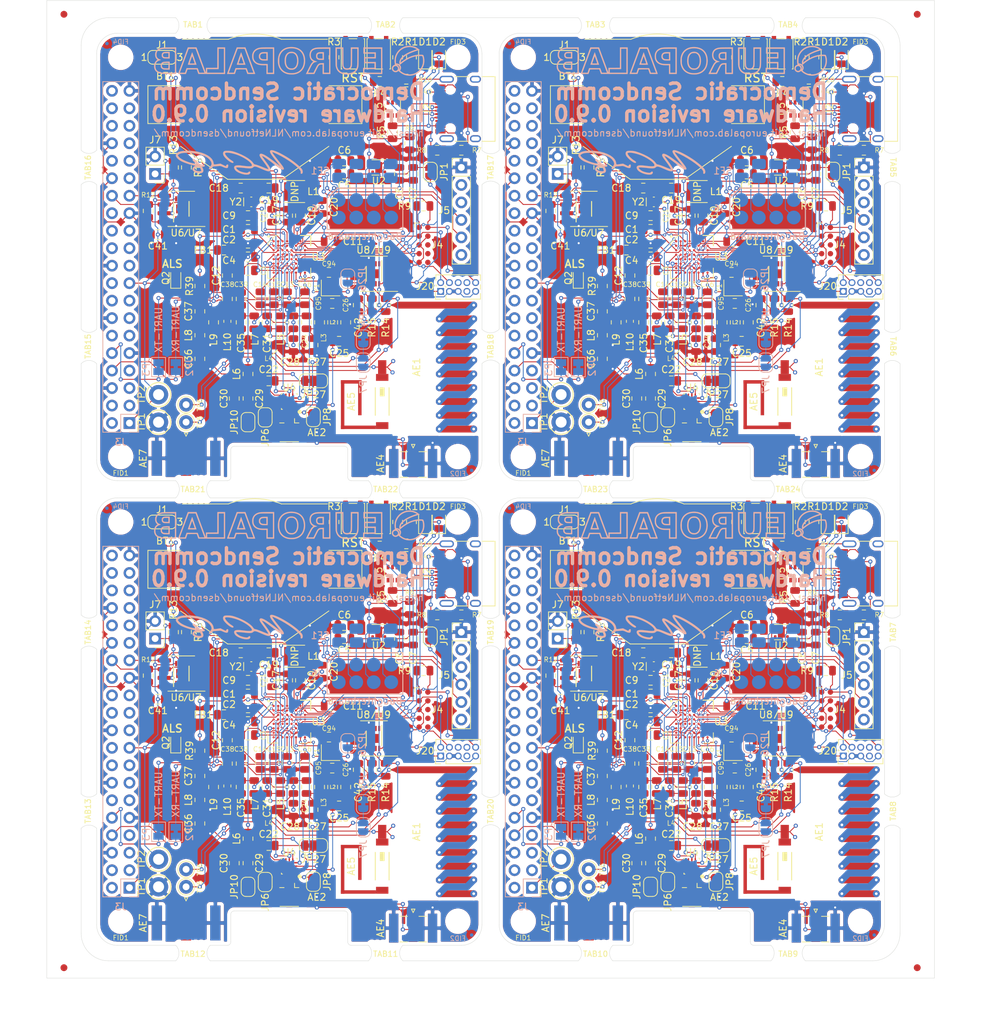
<source format=kicad_pcb>
(kicad_pcb (version 20171130) (host pcbnew 5.1.5+dfsg1-2build2)

  (general
    (thickness 1.6)
    (drawings 286)
    (tracks 4280)
    (zones 0)
    (modules 530)
    (nets 136)
  )

  (page A3)
  (title_block
    (title "Democratic Sendcomm")
    (date 2020-11-20)
    (rev 0.9.0)
    (company "Europalab Devices")
    (comment 1 "Copyright © 2020, Europalab Devices")
    (comment 2 "Fulfilling requirements of 20200210")
    (comment 3 "Pending quality assurance testing")
    (comment 4 "Release revision for manufacturing")
  )

  (layers
    (0 F.Cu signal)
    (1 In1.Cu signal)
    (2 In2.Cu signal)
    (31 B.Cu signal)
    (34 B.Paste user)
    (35 F.Paste user)
    (36 B.SilkS user)
    (37 F.SilkS user)
    (38 B.Mask user)
    (39 F.Mask user)
    (40 Dwgs.User user)
    (41 Cmts.User user)
    (44 Edge.Cuts user)
    (45 Margin user)
    (46 B.CrtYd user)
    (47 F.CrtYd user)
    (48 B.Fab user)
    (49 F.Fab user)
  )

  (setup
    (last_trace_width 0.09)
    (user_trace_width 0.1016)
    (user_trace_width 0.127)
    (user_trace_width 0.2)
    (user_trace_width 0.1016)
    (user_trace_width 0.127)
    (user_trace_width 0.2)
    (user_trace_width 0.1016)
    (user_trace_width 0.127)
    (user_trace_width 0.2)
    (user_trace_width 0.1016)
    (user_trace_width 0.127)
    (user_trace_width 0.2)
    (user_trace_width 0.1016)
    (user_trace_width 0.127)
    (user_trace_width 0.2)
    (user_trace_width 0.1016)
    (user_trace_width 0.127)
    (user_trace_width 0.2)
    (user_trace_width 0.1016)
    (user_trace_width 0.127)
    (user_trace_width 0.2)
    (user_trace_width 0.1016)
    (user_trace_width 0.127)
    (user_trace_width 0.2)
    (user_trace_width 0.1016)
    (user_trace_width 0.127)
    (user_trace_width 0.2)
    (trace_clearance 0.09)
    (zone_clearance 0.508)
    (zone_45_only no)
    (trace_min 0.09)
    (via_size 0.356)
    (via_drill 0.2)
    (via_min_size 0.356)
    (via_min_drill 0.2)
    (user_via 0.45 0.2)
    (user_via 0.6 0.3)
    (user_via 0.45 0.2)
    (user_via 0.6 0.3)
    (user_via 0.45 0.2)
    (user_via 0.6 0.3)
    (user_via 0.45 0.2)
    (user_via 0.6 0.3)
    (user_via 0.45 0.2)
    (user_via 0.6 0.3)
    (user_via 0.45 0.2)
    (user_via 0.6 0.3)
    (user_via 0.45 0.2)
    (user_via 0.6 0.3)
    (user_via 0.45 0.2)
    (user_via 0.6 0.3)
    (user_via 0.45 0.2)
    (user_via 0.6 0.3)
    (uvia_size 0.45)
    (uvia_drill 0.1)
    (uvias_allowed no)
    (uvia_min_size 0.45)
    (uvia_min_drill 0.1)
    (edge_width 0.1)
    (segment_width 0.1)
    (pcb_text_width 0.25)
    (pcb_text_size 1 1)
    (mod_edge_width 0.15)
    (mod_text_size 1 1)
    (mod_text_width 0.15)
    (pad_size 2 1.5)
    (pad_drill 0)
    (pad_to_mask_clearance 0)
    (aux_axis_origin 0 0)
    (visible_elements 7FFFF7FF)
    (pcbplotparams
      (layerselection 0x313fc_ffffffff)
      (usegerberextensions true)
      (usegerberattributes false)
      (usegerberadvancedattributes false)
      (creategerberjobfile false)
      (excludeedgelayer true)
      (linewidth 0.150000)
      (plotframeref false)
      (viasonmask false)
      (mode 1)
      (useauxorigin false)
      (hpglpennumber 1)
      (hpglpenspeed 20)
      (hpglpendiameter 15.000000)
      (psnegative false)
      (psa4output false)
      (plotreference true)
      (plotvalue true)
      (plotinvisibletext false)
      (padsonsilk false)
      (subtractmaskfromsilk false)
      (outputformat 1)
      (mirror false)
      (drillshape 0)
      (scaleselection 1)
      (outputdirectory "fabpanel"))
  )

  (net 0 "")
  (net 1 GND)
  (net 2 "Net-(AE1-Pad1)")
  (net 3 /Sheet5F53D5B4/RFSWPWR)
  (net 4 "Net-(C8-Pad1)")
  (net 5 /Sheet5F53D5B4/POWAMP)
  (net 6 "Net-(C13-Pad1)")
  (net 7 /Sheet5F53D5B4/HFOUT)
  (net 8 +3V3)
  (net 9 "Net-(C29-Pad1)")
  (net 10 /Sheet5F53D5B4/UART_RX)
  (net 11 /Sheet5F53D5B4/UART_TX)
  (net 12 /Sheet5F53D5B4/HPOUT)
  (net 13 /Sheet5F53D5B4/HFIN)
  (net 14 /Sheet5F53D5B4/BANDSEL)
  (net 15 "Net-(BT1-Pad1)")
  (net 16 /Sheet5F53D5B4/USB_BUS)
  (net 17 "Net-(C33-Pad1)")
  (net 18 "Net-(C34-Pad1)")
  (net 19 /Sheet5F53D5B4/CMDRST)
  (net 20 "Net-(D1-Pad2)")
  (net 21 "Net-(D1-Pad1)")
  (net 22 "Net-(D2-Pad1)")
  (net 23 "Net-(D2-Pad2)")
  (net 24 /Sheet5F53D5B4/USB_P)
  (net 25 /Sheet5F53D5B4/USB_N)
  (net 26 /Sheet60040980/ID_SD)
  (net 27 /Sheet60040980/ID_SC)
  (net 28 /Sheet5F53D5B4/SWDCLK)
  (net 29 "Net-(J3-Pad7)")
  (net 30 "Net-(J3-Pad8)")
  (net 31 "Net-(J4-Pad6)")
  (net 32 /Sheet5F53D5B4/CN_VBAT)
  (net 33 /Sheet5F53D5B4/XCEIV)
  (net 34 /Sheet5F53D5B4/CRYSTAL_XIN-RESERVED)
  (net 35 /Sheet5F53D5B4/CRYSTAL_XOUT-RESERVED)
  (net 36 "Net-(AE5-Pad2)")
  (net 37 "Net-(C1-Pad1)")
  (net 38 "Net-(C7-Pad1)")
  (net 39 "Net-(C14-Pad1)")
  (net 40 "Net-(C17-Pad1)")
  (net 41 "Net-(C18-Pad2)")
  (net 42 "Net-(C19-Pad2)")
  (net 43 "Net-(C23-Pad2)")
  (net 44 "Net-(C23-Pad1)")
  (net 45 "Net-(C24-Pad1)")
  (net 46 "Net-(C24-Pad2)")
  (net 47 "Net-(C29-Pad2)")
  (net 48 "Net-(C33-Pad2)")
  (net 49 "Net-(C35-Pad2)")
  (net 50 "Net-(C40-Pad1)")
  (net 51 "Net-(J2-PadB5)")
  (net 52 "Net-(J2-PadA8)")
  (net 53 "Net-(J2-PadA5)")
  (net 54 "Net-(J2-PadB8)")
  (net 55 "Net-(J2-PadA4)")
  (net 56 "Net-(J3-Pad2)")
  (net 57 "Net-(J3-Pad3)")
  (net 58 "Net-(J3-Pad4)")
  (net 59 "Net-(J3-Pad5)")
  (net 60 "Net-(J3-Pad10)")
  (net 61 "Net-(J3-Pad11)")
  (net 62 "Net-(J3-Pad12)")
  (net 63 "Net-(J3-Pad13)")
  (net 64 "Net-(J3-Pad15)")
  (net 65 "Net-(J3-Pad16)")
  (net 66 "Net-(J3-Pad18)")
  (net 67 "Net-(J3-Pad19)")
  (net 68 "Net-(J3-Pad21)")
  (net 69 "Net-(J3-Pad22)")
  (net 70 "Net-(J3-Pad23)")
  (net 71 "Net-(J3-Pad24)")
  (net 72 "Net-(J3-Pad26)")
  (net 73 "Net-(J3-Pad29)")
  (net 74 "Net-(J3-Pad31)")
  (net 75 "Net-(J3-Pad32)")
  (net 76 "Net-(J3-Pad33)")
  (net 77 "Net-(J3-Pad35)")
  (net 78 "Net-(J3-Pad36)")
  (net 79 "Net-(J3-Pad37)")
  (net 80 "Net-(J3-Pad38)")
  (net 81 "Net-(J3-Pad40)")
  (net 82 "Net-(J4-Pad7)")
  (net 83 "Net-(J4-Pad8)")
  (net 84 "Net-(J5-Pad2)")
  (net 85 "Net-(J5-Pad3)")
  (net 86 "Net-(J5-Pad6)")
  (net 87 "Net-(J6-Pad1)")
  (net 88 "Net-(L1-Pad2)")
  (net 89 "Net-(R3-Pad1)")
  (net 90 "Net-(R4-Pad1)")
  (net 91 "Net-(R4-Pad2)")
  (net 92 "Net-(U2-Pad5)")
  (net 93 "Net-(U3-PadG1)")
  (net 94 "Net-(U3-PadH1)")
  (net 95 "Net-(U3-PadE3)")
  (net 96 "Net-(U3-PadE4)")
  (net 97 "Net-(U3-PadF4)")
  (net 98 "Net-(U3-PadE5)")
  (net 99 "Net-(U3-PadC7)")
  (net 100 "Net-(U3-PadD7)")
  (net 101 "Net-(U3-PadD8)")
  (net 102 "Net-(U5-Pad3)")
  (net 103 "Net-(U5-Pad4)")
  (net 104 "Net-(U8-Pad7)")
  (net 105 "Net-(U8-Pad3)")
  (net 106 "Net-(U8-Pad2)")
  (net 107 "Net-(U8-Pad1)")
  (net 108 "Net-(U9-Pad1)")
  (net 109 "Net-(U9-Pad2)")
  (net 110 "Net-(U9-Pad3)")
  (net 111 "Net-(U9-Pad7)")
  (net 112 /Sheet5F53D5B4/SWDIO)
  (net 113 "Net-(AE2-Pad1)")
  (net 114 "Net-(AE4-Pad1)")
  (net 115 "Net-(AE5-Pad1)")
  (net 116 "Net-(AE7-Pad1)")
  (net 117 "Net-(JP10-Pad1)")
  (net 118 "Net-(J6-Pad2)")
  (net 119 "Net-(J6-Pad3)")
  (net 120 "Net-(J6-Pad4)")
  (net 121 "Net-(J6-Pad5)")
  (net 122 "Net-(J6-Pad6)")
  (net 123 "Net-(J6-Pad7)")
  (net 124 "Net-(J6-Pad8)")
  (net 125 "Net-(J7-Pad1)")
  (net 126 "Net-(C94-Pad1)")
  (net 127 "Net-(C95-Pad1)")
  (net 128 "Net-(JP26-Pad1)")
  (net 129 /TP_SCL)
  (net 130 /TP_SDA)
  (net 131 "Net-(J20-Pad6)")
  (net 132 "Net-(J20-Pad7)")
  (net 133 "Net-(J20-Pad8)")
  (net 134 "Net-(Q2-Pad2)")
  (net 135 "Net-(JP27-Pad3)")

  (net_class Default "This is the default net class."
    (clearance 0.09)
    (trace_width 0.09)
    (via_dia 0.356)
    (via_drill 0.2)
    (uvia_dia 0.45)
    (uvia_drill 0.1)
    (add_net +3V3)
    (add_net /Sheet5F53D5B4/BANDSEL)
    (add_net /Sheet5F53D5B4/CMDRST)
    (add_net /Sheet5F53D5B4/CN_VBAT)
    (add_net /Sheet5F53D5B4/CRYSTAL_XIN-RESERVED)
    (add_net /Sheet5F53D5B4/CRYSTAL_XOUT-RESERVED)
    (add_net /Sheet5F53D5B4/HFIN)
    (add_net /Sheet5F53D5B4/HFOUT)
    (add_net /Sheet5F53D5B4/HPOUT)
    (add_net /Sheet5F53D5B4/POWAMP)
    (add_net /Sheet5F53D5B4/RFSWPWR)
    (add_net /Sheet5F53D5B4/SWDCLK)
    (add_net /Sheet5F53D5B4/SWDIO)
    (add_net /Sheet5F53D5B4/UART_RX)
    (add_net /Sheet5F53D5B4/UART_TX)
    (add_net /Sheet5F53D5B4/USB_BUS)
    (add_net /Sheet5F53D5B4/USB_N)
    (add_net /Sheet5F53D5B4/USB_P)
    (add_net /Sheet5F53D5B4/XCEIV)
    (add_net /Sheet60040980/ID_SC)
    (add_net /Sheet60040980/ID_SD)
    (add_net /TP_SCL)
    (add_net /TP_SDA)
    (add_net GND)
    (add_net "Net-(AE1-Pad1)")
    (add_net "Net-(AE2-Pad1)")
    (add_net "Net-(AE4-Pad1)")
    (add_net "Net-(AE5-Pad1)")
    (add_net "Net-(AE5-Pad2)")
    (add_net "Net-(AE7-Pad1)")
    (add_net "Net-(BT1-Pad1)")
    (add_net "Net-(C1-Pad1)")
    (add_net "Net-(C13-Pad1)")
    (add_net "Net-(C14-Pad1)")
    (add_net "Net-(C17-Pad1)")
    (add_net "Net-(C18-Pad2)")
    (add_net "Net-(C19-Pad2)")
    (add_net "Net-(C23-Pad1)")
    (add_net "Net-(C23-Pad2)")
    (add_net "Net-(C24-Pad1)")
    (add_net "Net-(C24-Pad2)")
    (add_net "Net-(C29-Pad1)")
    (add_net "Net-(C29-Pad2)")
    (add_net "Net-(C33-Pad1)")
    (add_net "Net-(C33-Pad2)")
    (add_net "Net-(C34-Pad1)")
    (add_net "Net-(C35-Pad2)")
    (add_net "Net-(C40-Pad1)")
    (add_net "Net-(C7-Pad1)")
    (add_net "Net-(C8-Pad1)")
    (add_net "Net-(C94-Pad1)")
    (add_net "Net-(C95-Pad1)")
    (add_net "Net-(D1-Pad1)")
    (add_net "Net-(D1-Pad2)")
    (add_net "Net-(D2-Pad1)")
    (add_net "Net-(D2-Pad2)")
    (add_net "Net-(J2-PadA4)")
    (add_net "Net-(J2-PadA5)")
    (add_net "Net-(J2-PadA8)")
    (add_net "Net-(J2-PadB5)")
    (add_net "Net-(J2-PadB8)")
    (add_net "Net-(J20-Pad6)")
    (add_net "Net-(J20-Pad7)")
    (add_net "Net-(J20-Pad8)")
    (add_net "Net-(J3-Pad10)")
    (add_net "Net-(J3-Pad11)")
    (add_net "Net-(J3-Pad12)")
    (add_net "Net-(J3-Pad13)")
    (add_net "Net-(J3-Pad15)")
    (add_net "Net-(J3-Pad16)")
    (add_net "Net-(J3-Pad18)")
    (add_net "Net-(J3-Pad19)")
    (add_net "Net-(J3-Pad2)")
    (add_net "Net-(J3-Pad21)")
    (add_net "Net-(J3-Pad22)")
    (add_net "Net-(J3-Pad23)")
    (add_net "Net-(J3-Pad24)")
    (add_net "Net-(J3-Pad26)")
    (add_net "Net-(J3-Pad29)")
    (add_net "Net-(J3-Pad3)")
    (add_net "Net-(J3-Pad31)")
    (add_net "Net-(J3-Pad32)")
    (add_net "Net-(J3-Pad33)")
    (add_net "Net-(J3-Pad35)")
    (add_net "Net-(J3-Pad36)")
    (add_net "Net-(J3-Pad37)")
    (add_net "Net-(J3-Pad38)")
    (add_net "Net-(J3-Pad4)")
    (add_net "Net-(J3-Pad40)")
    (add_net "Net-(J3-Pad5)")
    (add_net "Net-(J3-Pad7)")
    (add_net "Net-(J3-Pad8)")
    (add_net "Net-(J4-Pad6)")
    (add_net "Net-(J4-Pad7)")
    (add_net "Net-(J4-Pad8)")
    (add_net "Net-(J5-Pad2)")
    (add_net "Net-(J5-Pad3)")
    (add_net "Net-(J5-Pad6)")
    (add_net "Net-(J6-Pad1)")
    (add_net "Net-(J6-Pad2)")
    (add_net "Net-(J6-Pad3)")
    (add_net "Net-(J6-Pad4)")
    (add_net "Net-(J6-Pad5)")
    (add_net "Net-(J6-Pad6)")
    (add_net "Net-(J6-Pad7)")
    (add_net "Net-(J6-Pad8)")
    (add_net "Net-(J7-Pad1)")
    (add_net "Net-(JP10-Pad1)")
    (add_net "Net-(JP26-Pad1)")
    (add_net "Net-(JP27-Pad3)")
    (add_net "Net-(L1-Pad2)")
    (add_net "Net-(Q2-Pad2)")
    (add_net "Net-(R3-Pad1)")
    (add_net "Net-(R4-Pad1)")
    (add_net "Net-(R4-Pad2)")
    (add_net "Net-(U2-Pad5)")
    (add_net "Net-(U3-PadC7)")
    (add_net "Net-(U3-PadD7)")
    (add_net "Net-(U3-PadD8)")
    (add_net "Net-(U3-PadE3)")
    (add_net "Net-(U3-PadE4)")
    (add_net "Net-(U3-PadE5)")
    (add_net "Net-(U3-PadF4)")
    (add_net "Net-(U3-PadG1)")
    (add_net "Net-(U3-PadH1)")
    (add_net "Net-(U5-Pad3)")
    (add_net "Net-(U5-Pad4)")
    (add_net "Net-(U8-Pad1)")
    (add_net "Net-(U8-Pad2)")
    (add_net "Net-(U8-Pad3)")
    (add_net "Net-(U8-Pad7)")
    (add_net "Net-(U9-Pad1)")
    (add_net "Net-(U9-Pad2)")
    (add_net "Net-(U9-Pad3)")
    (add_net "Net-(U9-Pad7)")
  )

  (net_class Power ""
    (clearance 0.2)
    (trace_width 0.5)
    (via_dia 1)
    (via_drill 0.7)
    (uvia_dia 0.5)
    (uvia_drill 0.1)
  )

  (module Elabdev:QFN-12-1EP_2x2mm_P0.5mm_EP0.76x0.76mm (layer F.Cu) (tedit 5FBE7E8A) (tstamp 5FBF0608)
    (at 168.75 195.75 180)
    (descr "QFN, 12 Pin, generated with kicad-footprint-generator ipc_dfn_qfn_generator.py")
    (tags "QFN DFN_QFN")
    (path /5F5C0728/5F5D6D5B)
    (attr smd)
    (fp_text reference U4 (at 0 2) (layer F.SilkS)
      (effects (font (size 1 1) (thickness 0.15)))
    )
    (fp_text value SKY13373 (at 0 2.45) (layer F.Fab)
      (effects (font (size 1 1) (thickness 0.15)))
    )
    (fp_circle (center -1.5 -1.5) (end -1.35 -1.5) (layer F.SilkS) (width 0.3))
    (fp_line (start -1.45 1.45) (end -1.45 -1.45) (layer F.CrtYd) (width 0.05))
    (fp_line (start 1.45 1.45) (end -1.45 1.45) (layer F.CrtYd) (width 0.05))
    (fp_line (start 1.45 -1.45) (end 1.45 1.45) (layer F.CrtYd) (width 0.05))
    (fp_line (start -1.45 -1.45) (end 1.45 -1.45) (layer F.CrtYd) (width 0.05))
    (fp_line (start -1.15 1.15) (end -1.15 1) (layer F.SilkS) (width 0.12))
    (fp_line (start -1 1.15) (end -1.15 1.15) (layer F.SilkS) (width 0.12))
    (fp_line (start 1.15 1.15) (end 1.15 1) (layer F.SilkS) (width 0.12))
    (fp_line (start 1 1.15) (end 1.15 1.15) (layer F.SilkS) (width 0.12))
    (fp_line (start 1.15 -1.15) (end 1.15 -1) (layer F.SilkS) (width 0.12))
    (fp_line (start 1 -1.15) (end 1.15 -1.15) (layer F.SilkS) (width 0.12))
    (fp_line (start 1 -1) (end 0 -1) (layer F.Fab) (width 0.15))
    (fp_line (start 1 1) (end 1 -1) (layer F.Fab) (width 0.15))
    (fp_line (start -1 1) (end 1 1) (layer F.Fab) (width 0.15))
    (fp_line (start -1 0) (end -1 1) (layer F.Fab) (width 0.15))
    (fp_line (start 0 -1) (end -1 0) (layer F.Fab) (width 0.15))
    (fp_text user %R (at 0 -4) (layer F.Fab)
      (effects (font (size 1 1) (thickness 0.15)))
    )
    (pad 13 smd rect (at 0 0 180) (size 0.75 0.75) (layers F.Cu F.Paste F.Mask)
      (solder_paste_margin -0.75))
    (pad 12 smd rect (at -0.5 -0.93 180) (size 0.2 0.44) (layers F.Cu F.Paste F.Mask)
      (net 1 GND))
    (pad 11 smd rect (at 0 -0.93 180) (size 0.2 0.44) (layers F.Cu F.Paste F.Mask)
      (net 117 "Net-(JP10-Pad1)"))
    (pad 10 smd rect (at 0.5 -0.93 180) (size 0.2 0.44) (layers F.Cu F.Paste F.Mask)
      (net 1 GND))
    (pad 9 smd rect (at 0.93 -0.5 270) (size 0.2 0.44) (layers F.Cu F.Paste F.Mask)
      (net 47 "Net-(C29-Pad2)"))
    (pad 8 smd rect (at 0.93 0 270) (size 0.2 0.44) (layers F.Cu F.Paste F.Mask)
      (net 1 GND))
    (pad 7 smd rect (at 0.93 0.5 270) (size 0.2 0.44) (layers F.Cu F.Paste F.Mask)
      (net 1 GND))
    (pad 6 smd rect (at 0.5 0.93 180) (size 0.2 0.44) (layers F.Cu F.Paste F.Mask)
      (net 3 /Sheet5F53D5B4/RFSWPWR))
    (pad 5 smd rect (at 0 0.93 180) (size 0.2 0.44) (layers F.Cu F.Paste F.Mask)
      (net 33 /Sheet5F53D5B4/XCEIV))
    (pad 4 smd rect (at -0.5 0.93 180) (size 0.2 0.44) (layers F.Cu F.Paste F.Mask)
      (net 14 /Sheet5F53D5B4/BANDSEL))
    (pad 3 smd rect (at -0.93 0.5 270) (size 0.2 0.44) (layers F.Cu F.Paste F.Mask)
      (net 48 "Net-(C33-Pad2)"))
    (pad 2 smd rect (at -0.93 0 270) (size 0.2 0.44) (layers F.Cu F.Paste F.Mask)
      (net 1 GND))
    (pad 1 smd rect (at -0.93 -0.5 270) (size 0.2 0.44) (layers F.Cu F.Paste F.Mask)
      (net 43 "Net-(C23-Pad2)"))
    (model ${KISYS3DMOD}/Package_DFN_QFN.3dshapes/QFN-12-1EP_3x3mm_P0.5mm_EP1.65x1.65mm.wrl
      (at (xyz 0 0 0))
      (scale (xyz 0.67 0.67 0.67))
      (rotate (xyz 0 0 0))
    )
  )

  (module Elabdev:QFN-12-1EP_2x2mm_P0.5mm_EP0.76x0.76mm (layer F.Cu) (tedit 5FBE7E8A) (tstamp 5FBF05C6)
    (at 110.25 195.75 180)
    (descr "QFN, 12 Pin, generated with kicad-footprint-generator ipc_dfn_qfn_generator.py")
    (tags "QFN DFN_QFN")
    (path /5F5C0728/5F5D6D5B)
    (attr smd)
    (fp_text reference U4 (at 0 2) (layer F.SilkS)
      (effects (font (size 1 1) (thickness 0.15)))
    )
    (fp_text value SKY13373 (at 0 2.45) (layer F.Fab)
      (effects (font (size 1 1) (thickness 0.15)))
    )
    (fp_text user %R (at 0 -4) (layer F.Fab)
      (effects (font (size 1 1) (thickness 0.15)))
    )
    (fp_line (start 0 -1) (end -1 0) (layer F.Fab) (width 0.15))
    (fp_line (start -1 0) (end -1 1) (layer F.Fab) (width 0.15))
    (fp_line (start -1 1) (end 1 1) (layer F.Fab) (width 0.15))
    (fp_line (start 1 1) (end 1 -1) (layer F.Fab) (width 0.15))
    (fp_line (start 1 -1) (end 0 -1) (layer F.Fab) (width 0.15))
    (fp_line (start 1 -1.15) (end 1.15 -1.15) (layer F.SilkS) (width 0.12))
    (fp_line (start 1.15 -1.15) (end 1.15 -1) (layer F.SilkS) (width 0.12))
    (fp_line (start 1 1.15) (end 1.15 1.15) (layer F.SilkS) (width 0.12))
    (fp_line (start 1.15 1.15) (end 1.15 1) (layer F.SilkS) (width 0.12))
    (fp_line (start -1 1.15) (end -1.15 1.15) (layer F.SilkS) (width 0.12))
    (fp_line (start -1.15 1.15) (end -1.15 1) (layer F.SilkS) (width 0.12))
    (fp_line (start -1.45 -1.45) (end 1.45 -1.45) (layer F.CrtYd) (width 0.05))
    (fp_line (start 1.45 -1.45) (end 1.45 1.45) (layer F.CrtYd) (width 0.05))
    (fp_line (start 1.45 1.45) (end -1.45 1.45) (layer F.CrtYd) (width 0.05))
    (fp_line (start -1.45 1.45) (end -1.45 -1.45) (layer F.CrtYd) (width 0.05))
    (fp_circle (center -1.5 -1.5) (end -1.35 -1.5) (layer F.SilkS) (width 0.3))
    (pad 1 smd rect (at -0.93 -0.5 270) (size 0.2 0.44) (layers F.Cu F.Paste F.Mask)
      (net 43 "Net-(C23-Pad2)"))
    (pad 2 smd rect (at -0.93 0 270) (size 0.2 0.44) (layers F.Cu F.Paste F.Mask)
      (net 1 GND))
    (pad 3 smd rect (at -0.93 0.5 270) (size 0.2 0.44) (layers F.Cu F.Paste F.Mask)
      (net 48 "Net-(C33-Pad2)"))
    (pad 4 smd rect (at -0.5 0.93 180) (size 0.2 0.44) (layers F.Cu F.Paste F.Mask)
      (net 14 /Sheet5F53D5B4/BANDSEL))
    (pad 5 smd rect (at 0 0.93 180) (size 0.2 0.44) (layers F.Cu F.Paste F.Mask)
      (net 33 /Sheet5F53D5B4/XCEIV))
    (pad 6 smd rect (at 0.5 0.93 180) (size 0.2 0.44) (layers F.Cu F.Paste F.Mask)
      (net 3 /Sheet5F53D5B4/RFSWPWR))
    (pad 7 smd rect (at 0.93 0.5 270) (size 0.2 0.44) (layers F.Cu F.Paste F.Mask)
      (net 1 GND))
    (pad 8 smd rect (at 0.93 0 270) (size 0.2 0.44) (layers F.Cu F.Paste F.Mask)
      (net 1 GND))
    (pad 9 smd rect (at 0.93 -0.5 270) (size 0.2 0.44) (layers F.Cu F.Paste F.Mask)
      (net 47 "Net-(C29-Pad2)"))
    (pad 10 smd rect (at 0.5 -0.93 180) (size 0.2 0.44) (layers F.Cu F.Paste F.Mask)
      (net 1 GND))
    (pad 11 smd rect (at 0 -0.93 180) (size 0.2 0.44) (layers F.Cu F.Paste F.Mask)
      (net 117 "Net-(JP10-Pad1)"))
    (pad 12 smd rect (at -0.5 -0.93 180) (size 0.2 0.44) (layers F.Cu F.Paste F.Mask)
      (net 1 GND))
    (pad 13 smd rect (at 0 0 180) (size 0.75 0.75) (layers F.Cu F.Paste F.Mask)
      (solder_paste_margin -0.75))
    (model ${KISYS3DMOD}/Package_DFN_QFN.3dshapes/QFN-12-1EP_3x3mm_P0.5mm_EP1.65x1.65mm.wrl
      (at (xyz 0 0 0))
      (scale (xyz 0.67 0.67 0.67))
      (rotate (xyz 0 0 0))
    )
  )

  (module Elabdev:QFN-12-1EP_2x2mm_P0.5mm_EP0.76x0.76mm (layer F.Cu) (tedit 5FBE7E8A) (tstamp 5FBF0584)
    (at 168.75 128.25 180)
    (descr "QFN, 12 Pin, generated with kicad-footprint-generator ipc_dfn_qfn_generator.py")
    (tags "QFN DFN_QFN")
    (path /5F5C0728/5F5D6D5B)
    (attr smd)
    (fp_text reference U4 (at 0 2) (layer F.SilkS)
      (effects (font (size 1 1) (thickness 0.15)))
    )
    (fp_text value SKY13373 (at 0 2.45) (layer F.Fab)
      (effects (font (size 1 1) (thickness 0.15)))
    )
    (fp_circle (center -1.5 -1.5) (end -1.35 -1.5) (layer F.SilkS) (width 0.3))
    (fp_line (start -1.45 1.45) (end -1.45 -1.45) (layer F.CrtYd) (width 0.05))
    (fp_line (start 1.45 1.45) (end -1.45 1.45) (layer F.CrtYd) (width 0.05))
    (fp_line (start 1.45 -1.45) (end 1.45 1.45) (layer F.CrtYd) (width 0.05))
    (fp_line (start -1.45 -1.45) (end 1.45 -1.45) (layer F.CrtYd) (width 0.05))
    (fp_line (start -1.15 1.15) (end -1.15 1) (layer F.SilkS) (width 0.12))
    (fp_line (start -1 1.15) (end -1.15 1.15) (layer F.SilkS) (width 0.12))
    (fp_line (start 1.15 1.15) (end 1.15 1) (layer F.SilkS) (width 0.12))
    (fp_line (start 1 1.15) (end 1.15 1.15) (layer F.SilkS) (width 0.12))
    (fp_line (start 1.15 -1.15) (end 1.15 -1) (layer F.SilkS) (width 0.12))
    (fp_line (start 1 -1.15) (end 1.15 -1.15) (layer F.SilkS) (width 0.12))
    (fp_line (start 1 -1) (end 0 -1) (layer F.Fab) (width 0.15))
    (fp_line (start 1 1) (end 1 -1) (layer F.Fab) (width 0.15))
    (fp_line (start -1 1) (end 1 1) (layer F.Fab) (width 0.15))
    (fp_line (start -1 0) (end -1 1) (layer F.Fab) (width 0.15))
    (fp_line (start 0 -1) (end -1 0) (layer F.Fab) (width 0.15))
    (fp_text user %R (at 0 -4) (layer F.Fab)
      (effects (font (size 1 1) (thickness 0.15)))
    )
    (pad 13 smd rect (at 0 0 180) (size 0.75 0.75) (layers F.Cu F.Paste F.Mask)
      (solder_paste_margin -0.75))
    (pad 12 smd rect (at -0.5 -0.93 180) (size 0.2 0.44) (layers F.Cu F.Paste F.Mask)
      (net 1 GND))
    (pad 11 smd rect (at 0 -0.93 180) (size 0.2 0.44) (layers F.Cu F.Paste F.Mask)
      (net 117 "Net-(JP10-Pad1)"))
    (pad 10 smd rect (at 0.5 -0.93 180) (size 0.2 0.44) (layers F.Cu F.Paste F.Mask)
      (net 1 GND))
    (pad 9 smd rect (at 0.93 -0.5 270) (size 0.2 0.44) (layers F.Cu F.Paste F.Mask)
      (net 47 "Net-(C29-Pad2)"))
    (pad 8 smd rect (at 0.93 0 270) (size 0.2 0.44) (layers F.Cu F.Paste F.Mask)
      (net 1 GND))
    (pad 7 smd rect (at 0.93 0.5 270) (size 0.2 0.44) (layers F.Cu F.Paste F.Mask)
      (net 1 GND))
    (pad 6 smd rect (at 0.5 0.93 180) (size 0.2 0.44) (layers F.Cu F.Paste F.Mask)
      (net 3 /Sheet5F53D5B4/RFSWPWR))
    (pad 5 smd rect (at 0 0.93 180) (size 0.2 0.44) (layers F.Cu F.Paste F.Mask)
      (net 33 /Sheet5F53D5B4/XCEIV))
    (pad 4 smd rect (at -0.5 0.93 180) (size 0.2 0.44) (layers F.Cu F.Paste F.Mask)
      (net 14 /Sheet5F53D5B4/BANDSEL))
    (pad 3 smd rect (at -0.93 0.5 270) (size 0.2 0.44) (layers F.Cu F.Paste F.Mask)
      (net 48 "Net-(C33-Pad2)"))
    (pad 2 smd rect (at -0.93 0 270) (size 0.2 0.44) (layers F.Cu F.Paste F.Mask)
      (net 1 GND))
    (pad 1 smd rect (at -0.93 -0.5 270) (size 0.2 0.44) (layers F.Cu F.Paste F.Mask)
      (net 43 "Net-(C23-Pad2)"))
    (model ${KISYS3DMOD}/Package_DFN_QFN.3dshapes/QFN-12-1EP_3x3mm_P0.5mm_EP1.65x1.65mm.wrl
      (at (xyz 0 0 0))
      (scale (xyz 0.67 0.67 0.67))
      (rotate (xyz 0 0 0))
    )
  )

  (module Elabdev:Meinkuerzel_signature_480DPI (layer B.Cu) (tedit 0) (tstamp 5FBE9516)
    (at 103 161 180)
    (fp_text reference G1 (at 0 0) (layer B.SilkS) hide
      (effects (font (size 1.524 1.524) (thickness 0.3)) (justify mirror))
    )
    (fp_text value Meinkuerzel_signature (at 0.75 0) (layer B.SilkS) hide
      (effects (font (size 1.524 1.524) (thickness 0.3)) (justify mirror))
    )
    (fp_poly (pts (xy 7.849084 1.675651) (xy 8.303148 1.632827) (xy 8.685942 1.550363) (xy 8.876057 1.481326)
      (xy 9.07938 1.34976) (xy 9.204465 1.178624) (xy 9.241225 0.986809) (xy 9.210768 0.854557)
      (xy 9.078684 0.643748) (xy 8.864557 0.429964) (xy 8.589687 0.233059) (xy 8.471807 0.165759)
      (xy 8.232808 0.053863) (xy 7.923436 -0.068816) (xy 7.576824 -0.190996) (xy 7.226108 -0.301392)
      (xy 6.904421 -0.388723) (xy 6.731621 -0.426811) (xy 6.398868 -0.490816) (xy 6.556265 -0.586535)
      (xy 6.736632 -0.743549) (xy 6.819572 -0.938245) (xy 6.82625 -1.022915) (xy 6.780462 -1.15416)
      (xy 6.660466 -1.295963) (xy 6.49231 -1.424979) (xy 6.30204 -1.517866) (xy 6.258842 -1.531402)
      (xy 6.0446 -1.569955) (xy 5.805186 -1.581627) (xy 5.582286 -1.566858) (xy 5.417587 -1.526091)
      (xy 5.409578 -1.522402) (xy 5.285381 -1.409276) (xy 5.232727 -1.237525) (xy 5.243042 -1.133742)
      (xy 5.545646 -1.133742) (xy 5.569322 -1.243922) (xy 5.599007 -1.270742) (xy 5.725804 -1.30367)
      (xy 5.911501 -1.301091) (xy 6.117136 -1.267785) (xy 6.303743 -1.20853) (xy 6.368163 -1.176419)
      (xy 6.483421 -1.090411) (xy 6.547775 -1.006994) (xy 6.550669 -0.996984) (xy 6.519163 -0.903747)
      (xy 6.404517 -0.814537) (xy 6.229026 -0.742568) (xy 6.060328 -0.706358) (xy 5.903418 -0.693399)
      (xy 5.806355 -0.717484) (xy 5.726223 -0.79035) (xy 5.718194 -0.79992) (xy 5.596762 -0.979847)
      (xy 5.545646 -1.133742) (xy 5.243042 -1.133742) (xy 5.253531 -1.028227) (xy 5.344918 -0.810631)
      (xy 5.442538 -0.642303) (xy 5.295353 -0.646487) (xy 5.12125 -0.625399) (xy 5.035885 -0.550663)
      (xy 5.027083 -0.501447) (xy 5.075804 -0.410776) (xy 5.222941 -0.351671) (xy 5.469958 -0.32355)
      (xy 5.476875 -0.323261) (xy 5.599677 -0.314345) (xy 5.697993 -0.289875) (xy 5.794712 -0.235966)
      (xy 5.912725 -0.138734) (xy 6.074923 0.015705) (xy 6.138333 0.077935) (xy 6.357426 0.284825)
      (xy 6.520758 0.415811) (xy 6.63982 0.476704) (xy 6.726105 0.473318) (xy 6.791106 0.411464)
      (xy 6.792772 0.408883) (xy 6.813029 0.349999) (xy 6.787897 0.281807) (xy 6.704882 0.184844)
      (xy 6.561666 0.048946) (xy 6.270625 -0.217166) (xy 6.532899 -0.183078) (xy 6.900304 -0.115245)
      (xy 7.289474 -0.008645) (xy 7.678243 0.127507) (xy 8.044445 0.283994) (xy 8.365914 0.451601)
      (xy 8.620483 0.621112) (xy 8.749193 0.738377) (xy 8.856936 0.865956) (xy 8.92727 0.965202)
      (xy 8.942916 1.001728) (xy 8.895983 1.084773) (xy 8.773369 1.176095) (xy 8.602358 1.259484)
      (xy 8.410231 1.318727) (xy 8.408998 1.318992) (xy 8.149682 1.354937) (xy 7.8128 1.371973)
      (xy 7.424917 1.370093) (xy 7.012599 1.349291) (xy 6.686734 1.319437) (xy 6.066773 1.222977)
      (xy 5.517194 1.081213) (xy 5.043989 0.897075) (xy 4.653152 0.673494) (xy 4.350673 0.413401)
      (xy 4.142546 0.119727) (xy 4.114637 0.061443) (xy 4.047094 -0.15251) (xy 4.06025 -0.336634)
      (xy 4.160207 -0.518581) (xy 4.270456 -0.644496) (xy 4.390411 -0.79173) (xy 4.431252 -0.900383)
      (xy 4.427296 -0.922309) (xy 4.357272 -0.99719) (xy 4.242023 -0.977517) (xy 4.082983 -0.863726)
      (xy 4.010682 -0.795217) (xy 3.879838 -0.680755) (xy 3.765594 -0.608691) (xy 3.712637 -0.594925)
      (xy 3.6215 -0.594723) (xy 3.455888 -0.585507) (xy 3.246599 -0.569127) (xy 3.175 -0.562633)
      (xy 2.951086 -0.544014) (xy 2.793821 -0.54282) (xy 2.664643 -0.565021) (xy 2.524987 -0.61659)
      (xy 2.371034 -0.687127) (xy 2.100169 -0.795663) (xy 1.89262 -0.837972) (xy 1.841867 -0.837015)
      (xy 1.72083 -0.812158) (xy 1.663036 -0.745697) (xy 1.637803 -0.635) (xy 1.623821 -0.491701)
      (xy 1.628566 -0.389706) (xy 1.630235 -0.383646) (xy 1.692219 -0.322789) (xy 1.789679 -0.330876)
      (xy 1.885465 -0.399867) (xy 1.916539 -0.445597) (xy 1.984375 -0.573694) (xy 2.371569 -0.384068)
      (xy 2.758764 -0.194442) (xy 3.165319 -0.256321) (xy 3.413597 -0.293214) (xy 3.576071 -0.310583)
      (xy 3.67165 -0.304292) (xy 3.719238 -0.270208) (xy 3.737742 -0.204195) (xy 3.744012 -0.129767)
      (xy 3.817818 0.177969) (xy 3.989413 0.470621) (xy 4.251219 0.74303) (xy 4.595656 0.99004)
      (xy 5.015149 1.206492) (xy 5.502117 1.387229) (xy 6.048984 1.527094) (xy 6.228561 1.561184)
      (xy 6.794861 1.64034) (xy 7.340678 1.678326) (xy 7.849084 1.675651)) (layer B.SilkS) (width 0.01))
    (fp_poly (pts (xy -4.580024 1.756567) (xy -4.544854 1.74305) (xy -4.466016 1.67622) (xy -4.437143 1.580417)
      (xy -4.461964 1.447967) (xy -4.544204 1.271201) (xy -4.68759 1.042447) (xy -4.895848 0.754033)
      (xy -5.172705 0.39829) (xy -5.237349 0.3175) (xy -5.411926 0.098408) (xy -5.577817 -0.112809)
      (xy -5.714811 -0.290245) (xy -5.794689 -0.396875) (xy -5.948296 -0.608542) (xy -5.791961 -0.468507)
      (xy -5.700695 -0.392772) (xy -5.541009 -0.266466) (xy -5.329307 -0.10231) (xy -5.081994 0.086977)
      (xy -4.815472 0.288675) (xy -4.815417 0.288716) (xy -4.345432 0.631252) (xy -3.946225 0.897872)
      (xy -3.615767 1.089474) (xy -3.352032 1.206955) (xy -3.152989 1.251211) (xy -3.016612 1.223138)
      (xy -2.940872 1.123633) (xy -2.939055 1.118116) (xy -2.92791 1.023519) (xy -2.955738 0.908417)
      (xy -3.029742 0.759005) (xy -3.157121 0.561475) (xy -3.345079 0.302021) (xy -3.409058 0.217037)
      (xy -3.654587 -0.113597) (xy -3.860834 -0.404313) (xy -4.022275 -0.646491) (xy -4.133388 -0.831509)
      (xy -4.188652 -0.950744) (xy -4.185335 -0.994958) (xy -4.120655 -0.981486) (xy -3.976478 -0.932768)
      (xy -3.770527 -0.855371) (xy -3.520529 -0.755864) (xy -3.349225 -0.685128) (xy -3.06462 -0.570045)
      (xy -2.797019 -0.469163) (xy -2.569108 -0.390505) (xy -2.403576 -0.342097) (xy -2.349431 -0.331513)
      (xy -2.183877 -0.291941) (xy -2.07811 -0.206425) (xy -2.041672 -0.151915) (xy -1.850086 0.096101)
      (xy -1.567603 0.354844) (xy -1.207453 0.616123) (xy -0.78287 0.87175) (xy -0.307084 1.113536)
      (xy 0.206672 1.333293) (xy 0.574448 1.467145) (xy 0.853452 1.556991) (xy 1.074831 1.61415)
      (xy 1.278935 1.645957) (xy 1.506112 1.659747) (xy 1.647661 1.662241) (xy 1.89537 1.661355)
      (xy 2.061526 1.650821) (xy 2.170245 1.626908) (xy 2.245641 1.585888) (xy 2.269431 1.566069)
      (xy 2.364656 1.413892) (xy 2.378536 1.21834) (xy 2.31231 1.002224) (xy 2.231511 0.867835)
      (xy 2.055394 0.653788) (xy 1.846452 0.444397) (xy 1.622129 0.252501) (xy 1.399873 0.090942)
      (xy 1.19713 -0.02744) (xy 1.031346 -0.089804) (xy 0.931657 -0.088852) (xy 0.853749 -0.025156)
      (xy 0.874571 0.06423) (xy 0.991583 0.174246) (xy 1.09802 0.242886) (xy 1.314624 0.387246)
      (xy 1.527802 0.560014) (xy 1.72429 0.746283) (xy 1.890825 0.931146) (xy 2.014146 1.099697)
      (xy 2.080988 1.237027) (xy 2.078088 1.32823) (xy 2.071165 1.336667) (xy 1.954541 1.387475)
      (xy 1.756832 1.400928) (xy 1.494763 1.380087) (xy 1.185063 1.328013) (xy 0.844457 1.247766)
      (xy 0.489674 1.142406) (xy 0.137439 1.014995) (xy -0.00172 0.957368) (xy -0.385109 0.777304)
      (xy -0.74297 0.581237) (xy -1.065571 0.377182) (xy -1.343179 0.173152) (xy -1.566062 -0.022838)
      (xy -1.724487 -0.202776) (xy -1.808722 -0.358647) (xy -1.809035 -0.482438) (xy -1.789329 -0.514562)
      (xy -1.69188 -0.558953) (xy -1.49842 -0.578536) (xy -1.2158 -0.573404) (xy -0.850872 -0.543648)
      (xy -0.464887 -0.496867) (xy -0.056607 -0.452123) (xy 0.260382 -0.442712) (xy 0.494773 -0.469264)
      (xy 0.655256 -0.532408) (xy 0.714552 -0.58228) (xy 0.776217 -0.725165) (xy 0.746162 -0.908878)
      (xy 0.632079 -1.115352) (xy 0.45893 -1.290216) (xy 0.2117 -1.450188) (xy -0.085638 -1.588107)
      (xy -0.409112 -1.696809) (xy -0.734748 -1.769134) (xy -1.038572 -1.797919) (xy -1.296612 -1.776003)
      (xy -1.42875 -1.731015) (xy -1.546706 -1.617759) (xy -1.577815 -1.519827) (xy -1.560687 -1.389395)
      (xy -1.486335 -1.336349) (xy -1.378138 -1.369493) (xy -1.317893 -1.421952) (xy -1.19986 -1.505637)
      (xy -1.092449 -1.534584) (xy -0.859949 -1.513387) (xy -0.579373 -1.457345) (xy -0.297878 -1.377776)
      (xy -0.068589 -1.288836) (xy 0.116249 -1.181832) (xy 0.284174 -1.050661) (xy 0.411262 -0.917533)
      (xy 0.473586 -0.804658) (xy 0.47625 -0.783054) (xy 0.425256 -0.757675) (xy 0.277287 -0.748743)
      (xy 0.039858 -0.755912) (xy -0.279513 -0.778835) (xy -0.673311 -0.817167) (xy -0.956033 -0.849048)
      (xy -1.308534 -0.882196) (xy -1.57585 -0.8857) (xy -1.774982 -0.85746) (xy -1.922933 -0.795374)
      (xy -2.017888 -0.717835) (xy -2.096716 -0.653738) (xy -2.190635 -0.62131) (xy -2.313833 -0.623423)
      (xy -2.480498 -0.662945) (xy -2.704818 -0.742748) (xy -3.00098 -0.865702) (xy -3.216817 -0.960383)
      (xy -3.585839 -1.11854) (xy -3.874386 -1.227749) (xy -4.094462 -1.290524) (xy -4.258069 -1.309381)
      (xy -4.377212 -1.286836) (xy -4.463891 -1.225404) (xy -4.466704 -1.222337) (xy -4.518051 -1.14061)
      (xy -4.530831 -1.040781) (xy -4.500098 -0.912213) (xy -4.420902 -0.744269) (xy -4.288295 -0.526313)
      (xy -4.097327 -0.247708) (xy -3.863138 0.07498) (xy -3.679345 0.325213) (xy -3.519393 0.545064)
      (xy -3.393108 0.720859) (xy -3.310313 0.838921) (xy -3.280834 0.885525) (xy -3.323557 0.888476)
      (xy -3.399896 0.869711) (xy -3.542096 0.805036) (xy -3.750284 0.678102) (xy -4.027571 0.486762)
      (xy -4.377062 0.228867) (xy -4.801868 -0.097732) (xy -4.81991 -0.111817) (xy -5.187034 -0.396401)
      (xy -5.482932 -0.620081) (xy -5.717862 -0.789492) (xy -5.902078 -0.911266) (xy -6.045837 -0.99204)
      (xy -6.159396 -1.038447) (xy -6.25301 -1.057121) (xy -6.283148 -1.058333) (xy -6.40378 -1.045849)
      (xy -6.450441 -0.994435) (xy -6.455563 -0.939271) (xy -6.445942 -0.865735) (xy -6.412644 -0.776476)
      (xy -6.348546 -0.66103) (xy -6.24652 -0.508935) (xy -6.099443 -0.309727) (xy -5.90019 -0.052942)
      (xy -5.641635 0.271882) (xy -5.570553 0.360397) (xy -5.363566 0.620769) (xy -5.174974 0.863504)
      (xy -5.016826 1.072659) (xy -4.901172 1.23229) (xy -4.84006 1.326453) (xy -4.839117 1.328251)
      (xy -4.786636 1.436383) (xy -4.790145 1.473528) (xy -4.856494 1.462433) (xy -4.877731 1.456477)
      (xy -4.973599 1.420322) (xy -5.140081 1.348706) (xy -5.352621 1.252468) (xy -5.55625 1.156974)
      (xy -6.094525 0.881508) (xy -6.644499 0.565345) (xy -7.182748 0.223911) (xy -7.685848 -0.12737)
      (xy -8.130378 -0.473072) (xy -8.424687 -0.732038) (xy -8.650145 -0.95487) (xy -8.800069 -1.131002)
      (xy -8.884377 -1.276175) (xy -8.912984 -1.406131) (xy -8.905425 -1.495188) (xy -8.906488 -1.61853)
      (xy -8.964006 -1.672137) (xy -9.075823 -1.672519) (xy -9.156792 -1.593028) (xy -9.200558 -1.456755)
      (xy -9.200763 -1.286789) (xy -9.151052 -1.106218) (xy -9.131299 -1.06447) (xy -9.024915 -0.913844)
      (xy -8.843627 -0.718433) (xy -8.601654 -0.490528) (xy -8.313213 -0.242422) (xy -7.992524 0.013592)
      (xy -7.653804 0.265222) (xy -7.3545 0.471681) (xy -6.896098 0.764541) (xy -6.449337 1.028776)
      (xy -6.024338 1.259805) (xy -5.631223 1.453048) (xy -5.280112 1.603926) (xy -4.981128 1.707858)
      (xy -4.744392 1.760265) (xy -4.580024 1.756567)) (layer B.SilkS) (width 0.01))
  )

  (module Elabdev:Meinkuerzel_signature_480DPI (layer B.Cu) (tedit 0) (tstamp 5FBE9454)
    (at 161.5 161 180)
    (fp_text reference G1 (at 0 0) (layer B.SilkS) hide
      (effects (font (size 1.524 1.524) (thickness 0.3)) (justify mirror))
    )
    (fp_text value Meinkuerzel_signature (at 0.75 0) (layer B.SilkS) hide
      (effects (font (size 1.524 1.524) (thickness 0.3)) (justify mirror))
    )
    (fp_poly (pts (xy -4.580024 1.756567) (xy -4.544854 1.74305) (xy -4.466016 1.67622) (xy -4.437143 1.580417)
      (xy -4.461964 1.447967) (xy -4.544204 1.271201) (xy -4.68759 1.042447) (xy -4.895848 0.754033)
      (xy -5.172705 0.39829) (xy -5.237349 0.3175) (xy -5.411926 0.098408) (xy -5.577817 -0.112809)
      (xy -5.714811 -0.290245) (xy -5.794689 -0.396875) (xy -5.948296 -0.608542) (xy -5.791961 -0.468507)
      (xy -5.700695 -0.392772) (xy -5.541009 -0.266466) (xy -5.329307 -0.10231) (xy -5.081994 0.086977)
      (xy -4.815472 0.288675) (xy -4.815417 0.288716) (xy -4.345432 0.631252) (xy -3.946225 0.897872)
      (xy -3.615767 1.089474) (xy -3.352032 1.206955) (xy -3.152989 1.251211) (xy -3.016612 1.223138)
      (xy -2.940872 1.123633) (xy -2.939055 1.118116) (xy -2.92791 1.023519) (xy -2.955738 0.908417)
      (xy -3.029742 0.759005) (xy -3.157121 0.561475) (xy -3.345079 0.302021) (xy -3.409058 0.217037)
      (xy -3.654587 -0.113597) (xy -3.860834 -0.404313) (xy -4.022275 -0.646491) (xy -4.133388 -0.831509)
      (xy -4.188652 -0.950744) (xy -4.185335 -0.994958) (xy -4.120655 -0.981486) (xy -3.976478 -0.932768)
      (xy -3.770527 -0.855371) (xy -3.520529 -0.755864) (xy -3.349225 -0.685128) (xy -3.06462 -0.570045)
      (xy -2.797019 -0.469163) (xy -2.569108 -0.390505) (xy -2.403576 -0.342097) (xy -2.349431 -0.331513)
      (xy -2.183877 -0.291941) (xy -2.07811 -0.206425) (xy -2.041672 -0.151915) (xy -1.850086 0.096101)
      (xy -1.567603 0.354844) (xy -1.207453 0.616123) (xy -0.78287 0.87175) (xy -0.307084 1.113536)
      (xy 0.206672 1.333293) (xy 0.574448 1.467145) (xy 0.853452 1.556991) (xy 1.074831 1.61415)
      (xy 1.278935 1.645957) (xy 1.506112 1.659747) (xy 1.647661 1.662241) (xy 1.89537 1.661355)
      (xy 2.061526 1.650821) (xy 2.170245 1.626908) (xy 2.245641 1.585888) (xy 2.269431 1.566069)
      (xy 2.364656 1.413892) (xy 2.378536 1.21834) (xy 2.31231 1.002224) (xy 2.231511 0.867835)
      (xy 2.055394 0.653788) (xy 1.846452 0.444397) (xy 1.622129 0.252501) (xy 1.399873 0.090942)
      (xy 1.19713 -0.02744) (xy 1.031346 -0.089804) (xy 0.931657 -0.088852) (xy 0.853749 -0.025156)
      (xy 0.874571 0.06423) (xy 0.991583 0.174246) (xy 1.09802 0.242886) (xy 1.314624 0.387246)
      (xy 1.527802 0.560014) (xy 1.72429 0.746283) (xy 1.890825 0.931146) (xy 2.014146 1.099697)
      (xy 2.080988 1.237027) (xy 2.078088 1.32823) (xy 2.071165 1.336667) (xy 1.954541 1.387475)
      (xy 1.756832 1.400928) (xy 1.494763 1.380087) (xy 1.185063 1.328013) (xy 0.844457 1.247766)
      (xy 0.489674 1.142406) (xy 0.137439 1.014995) (xy -0.00172 0.957368) (xy -0.385109 0.777304)
      (xy -0.74297 0.581237) (xy -1.065571 0.377182) (xy -1.343179 0.173152) (xy -1.566062 -0.022838)
      (xy -1.724487 -0.202776) (xy -1.808722 -0.358647) (xy -1.809035 -0.482438) (xy -1.789329 -0.514562)
      (xy -1.69188 -0.558953) (xy -1.49842 -0.578536) (xy -1.2158 -0.573404) (xy -0.850872 -0.543648)
      (xy -0.464887 -0.496867) (xy -0.056607 -0.452123) (xy 0.260382 -0.442712) (xy 0.494773 -0.469264)
      (xy 0.655256 -0.532408) (xy 0.714552 -0.58228) (xy 0.776217 -0.725165) (xy 0.746162 -0.908878)
      (xy 0.632079 -1.115352) (xy 0.45893 -1.290216) (xy 0.2117 -1.450188) (xy -0.085638 -1.588107)
      (xy -0.409112 -1.696809) (xy -0.734748 -1.769134) (xy -1.038572 -1.797919) (xy -1.296612 -1.776003)
      (xy -1.42875 -1.731015) (xy -1.546706 -1.617759) (xy -1.577815 -1.519827) (xy -1.560687 -1.389395)
      (xy -1.486335 -1.336349) (xy -1.378138 -1.369493) (xy -1.317893 -1.421952) (xy -1.19986 -1.505637)
      (xy -1.092449 -1.534584) (xy -0.859949 -1.513387) (xy -0.579373 -1.457345) (xy -0.297878 -1.377776)
      (xy -0.068589 -1.288836) (xy 0.116249 -1.181832) (xy 0.284174 -1.050661) (xy 0.411262 -0.917533)
      (xy 0.473586 -0.804658) (xy 0.47625 -0.783054) (xy 0.425256 -0.757675) (xy 0.277287 -0.748743)
      (xy 0.039858 -0.755912) (xy -0.279513 -0.778835) (xy -0.673311 -0.817167) (xy -0.956033 -0.849048)
      (xy -1.308534 -0.882196) (xy -1.57585 -0.8857) (xy -1.774982 -0.85746) (xy -1.922933 -0.795374)
      (xy -2.017888 -0.717835) (xy -2.096716 -0.653738) (xy -2.190635 -0.62131) (xy -2.313833 -0.623423)
      (xy -2.480498 -0.662945) (xy -2.704818 -0.742748) (xy -3.00098 -0.865702) (xy -3.216817 -0.960383)
      (xy -3.585839 -1.11854) (xy -3.874386 -1.227749) (xy -4.094462 -1.290524) (xy -4.258069 -1.309381)
      (xy -4.377212 -1.286836) (xy -4.463891 -1.225404) (xy -4.466704 -1.222337) (xy -4.518051 -1.14061)
      (xy -4.530831 -1.040781) (xy -4.500098 -0.912213) (xy -4.420902 -0.744269) (xy -4.288295 -0.526313)
      (xy -4.097327 -0.247708) (xy -3.863138 0.07498) (xy -3.679345 0.325213) (xy -3.519393 0.545064)
      (xy -3.393108 0.720859) (xy -3.310313 0.838921) (xy -3.280834 0.885525) (xy -3.323557 0.888476)
      (xy -3.399896 0.869711) (xy -3.542096 0.805036) (xy -3.750284 0.678102) (xy -4.027571 0.486762)
      (xy -4.377062 0.228867) (xy -4.801868 -0.097732) (xy -4.81991 -0.111817) (xy -5.187034 -0.396401)
      (xy -5.482932 -0.620081) (xy -5.717862 -0.789492) (xy -5.902078 -0.911266) (xy -6.045837 -0.99204)
      (xy -6.159396 -1.038447) (xy -6.25301 -1.057121) (xy -6.283148 -1.058333) (xy -6.40378 -1.045849)
      (xy -6.450441 -0.994435) (xy -6.455563 -0.939271) (xy -6.445942 -0.865735) (xy -6.412644 -0.776476)
      (xy -6.348546 -0.66103) (xy -6.24652 -0.508935) (xy -6.099443 -0.309727) (xy -5.90019 -0.052942)
      (xy -5.641635 0.271882) (xy -5.570553 0.360397) (xy -5.363566 0.620769) (xy -5.174974 0.863504)
      (xy -5.016826 1.072659) (xy -4.901172 1.23229) (xy -4.84006 1.326453) (xy -4.839117 1.328251)
      (xy -4.786636 1.436383) (xy -4.790145 1.473528) (xy -4.856494 1.462433) (xy -4.877731 1.456477)
      (xy -4.973599 1.420322) (xy -5.140081 1.348706) (xy -5.352621 1.252468) (xy -5.55625 1.156974)
      (xy -6.094525 0.881508) (xy -6.644499 0.565345) (xy -7.182748 0.223911) (xy -7.685848 -0.12737)
      (xy -8.130378 -0.473072) (xy -8.424687 -0.732038) (xy -8.650145 -0.95487) (xy -8.800069 -1.131002)
      (xy -8.884377 -1.276175) (xy -8.912984 -1.406131) (xy -8.905425 -1.495188) (xy -8.906488 -1.61853)
      (xy -8.964006 -1.672137) (xy -9.075823 -1.672519) (xy -9.156792 -1.593028) (xy -9.200558 -1.456755)
      (xy -9.200763 -1.286789) (xy -9.151052 -1.106218) (xy -9.131299 -1.06447) (xy -9.024915 -0.913844)
      (xy -8.843627 -0.718433) (xy -8.601654 -0.490528) (xy -8.313213 -0.242422) (xy -7.992524 0.013592)
      (xy -7.653804 0.265222) (xy -7.3545 0.471681) (xy -6.896098 0.764541) (xy -6.449337 1.028776)
      (xy -6.024338 1.259805) (xy -5.631223 1.453048) (xy -5.280112 1.603926) (xy -4.981128 1.707858)
      (xy -4.744392 1.760265) (xy -4.580024 1.756567)) (layer B.SilkS) (width 0.01))
    (fp_poly (pts (xy 7.849084 1.675651) (xy 8.303148 1.632827) (xy 8.685942 1.550363) (xy 8.876057 1.481326)
      (xy 9.07938 1.34976) (xy 9.204465 1.178624) (xy 9.241225 0.986809) (xy 9.210768 0.854557)
      (xy 9.078684 0.643748) (xy 8.864557 0.429964) (xy 8.589687 0.233059) (xy 8.471807 0.165759)
      (xy 8.232808 0.053863) (xy 7.923436 -0.068816) (xy 7.576824 -0.190996) (xy 7.226108 -0.301392)
      (xy 6.904421 -0.388723) (xy 6.731621 -0.426811) (xy 6.398868 -0.490816) (xy 6.556265 -0.586535)
      (xy 6.736632 -0.743549) (xy 6.819572 -0.938245) (xy 6.82625 -1.022915) (xy 6.780462 -1.15416)
      (xy 6.660466 -1.295963) (xy 6.49231 -1.424979) (xy 6.30204 -1.517866) (xy 6.258842 -1.531402)
      (xy 6.0446 -1.569955) (xy 5.805186 -1.581627) (xy 5.582286 -1.566858) (xy 5.417587 -1.526091)
      (xy 5.409578 -1.522402) (xy 5.285381 -1.409276) (xy 5.232727 -1.237525) (xy 5.243042 -1.133742)
      (xy 5.545646 -1.133742) (xy 5.569322 -1.243922) (xy 5.599007 -1.270742) (xy 5.725804 -1.30367)
      (xy 5.911501 -1.301091) (xy 6.117136 -1.267785) (xy 6.303743 -1.20853) (xy 6.368163 -1.176419)
      (xy 6.483421 -1.090411) (xy 6.547775 -1.006994) (xy 6.550669 -0.996984) (xy 6.519163 -0.903747)
      (xy 6.404517 -0.814537) (xy 6.229026 -0.742568) (xy 6.060328 -0.706358) (xy 5.903418 -0.693399)
      (xy 5.806355 -0.717484) (xy 5.726223 -0.79035) (xy 5.718194 -0.79992) (xy 5.596762 -0.979847)
      (xy 5.545646 -1.133742) (xy 5.243042 -1.133742) (xy 5.253531 -1.028227) (xy 5.344918 -0.810631)
      (xy 5.442538 -0.642303) (xy 5.295353 -0.646487) (xy 5.12125 -0.625399) (xy 5.035885 -0.550663)
      (xy 5.027083 -0.501447) (xy 5.075804 -0.410776) (xy 5.222941 -0.351671) (xy 5.469958 -0.32355)
      (xy 5.476875 -0.323261) (xy 5.599677 -0.314345) (xy 5.697993 -0.289875) (xy 5.794712 -0.235966)
      (xy 5.912725 -0.138734) (xy 6.074923 0.015705) (xy 6.138333 0.077935) (xy 6.357426 0.284825)
      (xy 6.520758 0.415811) (xy 6.63982 0.476704) (xy 6.726105 0.473318) (xy 6.791106 0.411464)
      (xy 6.792772 0.408883) (xy 6.813029 0.349999) (xy 6.787897 0.281807) (xy 6.704882 0.184844)
      (xy 6.561666 0.048946) (xy 6.270625 -0.217166) (xy 6.532899 -0.183078) (xy 6.900304 -0.115245)
      (xy 7.289474 -0.008645) (xy 7.678243 0.127507) (xy 8.044445 0.283994) (xy 8.365914 0.451601)
      (xy 8.620483 0.621112) (xy 8.749193 0.738377) (xy 8.856936 0.865956) (xy 8.92727 0.965202)
      (xy 8.942916 1.001728) (xy 8.895983 1.084773) (xy 8.773369 1.176095) (xy 8.602358 1.259484)
      (xy 8.410231 1.318727) (xy 8.408998 1.318992) (xy 8.149682 1.354937) (xy 7.8128 1.371973)
      (xy 7.424917 1.370093) (xy 7.012599 1.349291) (xy 6.686734 1.319437) (xy 6.066773 1.222977)
      (xy 5.517194 1.081213) (xy 5.043989 0.897075) (xy 4.653152 0.673494) (xy 4.350673 0.413401)
      (xy 4.142546 0.119727) (xy 4.114637 0.061443) (xy 4.047094 -0.15251) (xy 4.06025 -0.336634)
      (xy 4.160207 -0.518581) (xy 4.270456 -0.644496) (xy 4.390411 -0.79173) (xy 4.431252 -0.900383)
      (xy 4.427296 -0.922309) (xy 4.357272 -0.99719) (xy 4.242023 -0.977517) (xy 4.082983 -0.863726)
      (xy 4.010682 -0.795217) (xy 3.879838 -0.680755) (xy 3.765594 -0.608691) (xy 3.712637 -0.594925)
      (xy 3.6215 -0.594723) (xy 3.455888 -0.585507) (xy 3.246599 -0.569127) (xy 3.175 -0.562633)
      (xy 2.951086 -0.544014) (xy 2.793821 -0.54282) (xy 2.664643 -0.565021) (xy 2.524987 -0.61659)
      (xy 2.371034 -0.687127) (xy 2.100169 -0.795663) (xy 1.89262 -0.837972) (xy 1.841867 -0.837015)
      (xy 1.72083 -0.812158) (xy 1.663036 -0.745697) (xy 1.637803 -0.635) (xy 1.623821 -0.491701)
      (xy 1.628566 -0.389706) (xy 1.630235 -0.383646) (xy 1.692219 -0.322789) (xy 1.789679 -0.330876)
      (xy 1.885465 -0.399867) (xy 1.916539 -0.445597) (xy 1.984375 -0.573694) (xy 2.371569 -0.384068)
      (xy 2.758764 -0.194442) (xy 3.165319 -0.256321) (xy 3.413597 -0.293214) (xy 3.576071 -0.310583)
      (xy 3.67165 -0.304292) (xy 3.719238 -0.270208) (xy 3.737742 -0.204195) (xy 3.744012 -0.129767)
      (xy 3.817818 0.177969) (xy 3.989413 0.470621) (xy 4.251219 0.74303) (xy 4.595656 0.99004)
      (xy 5.015149 1.206492) (xy 5.502117 1.387229) (xy 6.048984 1.527094) (xy 6.228561 1.561184)
      (xy 6.794861 1.64034) (xy 7.340678 1.678326) (xy 7.849084 1.675651)) (layer B.SilkS) (width 0.01))
  )

  (module Elabdev:Meinkuerzel_signature_480DPI (layer B.Cu) (tedit 0) (tstamp 5FBE9347)
    (at 103 93.5 180)
    (fp_text reference G1 (at 0 0) (layer B.SilkS) hide
      (effects (font (size 1.524 1.524) (thickness 0.3)) (justify mirror))
    )
    (fp_text value Meinkuerzel_signature (at 0.75 0) (layer B.SilkS) hide
      (effects (font (size 1.524 1.524) (thickness 0.3)) (justify mirror))
    )
    (fp_poly (pts (xy -4.580024 1.756567) (xy -4.544854 1.74305) (xy -4.466016 1.67622) (xy -4.437143 1.580417)
      (xy -4.461964 1.447967) (xy -4.544204 1.271201) (xy -4.68759 1.042447) (xy -4.895848 0.754033)
      (xy -5.172705 0.39829) (xy -5.237349 0.3175) (xy -5.411926 0.098408) (xy -5.577817 -0.112809)
      (xy -5.714811 -0.290245) (xy -5.794689 -0.396875) (xy -5.948296 -0.608542) (xy -5.791961 -0.468507)
      (xy -5.700695 -0.392772) (xy -5.541009 -0.266466) (xy -5.329307 -0.10231) (xy -5.081994 0.086977)
      (xy -4.815472 0.288675) (xy -4.815417 0.288716) (xy -4.345432 0.631252) (xy -3.946225 0.897872)
      (xy -3.615767 1.089474) (xy -3.352032 1.206955) (xy -3.152989 1.251211) (xy -3.016612 1.223138)
      (xy -2.940872 1.123633) (xy -2.939055 1.118116) (xy -2.92791 1.023519) (xy -2.955738 0.908417)
      (xy -3.029742 0.759005) (xy -3.157121 0.561475) (xy -3.345079 0.302021) (xy -3.409058 0.217037)
      (xy -3.654587 -0.113597) (xy -3.860834 -0.404313) (xy -4.022275 -0.646491) (xy -4.133388 -0.831509)
      (xy -4.188652 -0.950744) (xy -4.185335 -0.994958) (xy -4.120655 -0.981486) (xy -3.976478 -0.932768)
      (xy -3.770527 -0.855371) (xy -3.520529 -0.755864) (xy -3.349225 -0.685128) (xy -3.06462 -0.570045)
      (xy -2.797019 -0.469163) (xy -2.569108 -0.390505) (xy -2.403576 -0.342097) (xy -2.349431 -0.331513)
      (xy -2.183877 -0.291941) (xy -2.07811 -0.206425) (xy -2.041672 -0.151915) (xy -1.850086 0.096101)
      (xy -1.567603 0.354844) (xy -1.207453 0.616123) (xy -0.78287 0.87175) (xy -0.307084 1.113536)
      (xy 0.206672 1.333293) (xy 0.574448 1.467145) (xy 0.853452 1.556991) (xy 1.074831 1.61415)
      (xy 1.278935 1.645957) (xy 1.506112 1.659747) (xy 1.647661 1.662241) (xy 1.89537 1.661355)
      (xy 2.061526 1.650821) (xy 2.170245 1.626908) (xy 2.245641 1.585888) (xy 2.269431 1.566069)
      (xy 2.364656 1.413892) (xy 2.378536 1.21834) (xy 2.31231 1.002224) (xy 2.231511 0.867835)
      (xy 2.055394 0.653788) (xy 1.846452 0.444397) (xy 1.622129 0.252501) (xy 1.399873 0.090942)
      (xy 1.19713 -0.02744) (xy 1.031346 -0.089804) (xy 0.931657 -0.088852) (xy 0.853749 -0.025156)
      (xy 0.874571 0.06423) (xy 0.991583 0.174246) (xy 1.09802 0.242886) (xy 1.314624 0.387246)
      (xy 1.527802 0.560014) (xy 1.72429 0.746283) (xy 1.890825 0.931146) (xy 2.014146 1.099697)
      (xy 2.080988 1.237027) (xy 2.078088 1.32823) (xy 2.071165 1.336667) (xy 1.954541 1.387475)
      (xy 1.756832 1.400928) (xy 1.494763 1.380087) (xy 1.185063 1.328013) (xy 0.844457 1.247766)
      (xy 0.489674 1.142406) (xy 0.137439 1.014995) (xy -0.00172 0.957368) (xy -0.385109 0.777304)
      (xy -0.74297 0.581237) (xy -1.065571 0.377182) (xy -1.343179 0.173152) (xy -1.566062 -0.022838)
      (xy -1.724487 -0.202776) (xy -1.808722 -0.358647) (xy -1.809035 -0.482438) (xy -1.789329 -0.514562)
      (xy -1.69188 -0.558953) (xy -1.49842 -0.578536) (xy -1.2158 -0.573404) (xy -0.850872 -0.543648)
      (xy -0.464887 -0.496867) (xy -0.056607 -0.452123) (xy 0.260382 -0.442712) (xy 0.494773 -0.469264)
      (xy 0.655256 -0.532408) (xy 0.714552 -0.58228) (xy 0.776217 -0.725165) (xy 0.746162 -0.908878)
      (xy 0.632079 -1.115352) (xy 0.45893 -1.290216) (xy 0.2117 -1.450188) (xy -0.085638 -1.588107)
      (xy -0.409112 -1.696809) (xy -0.734748 -1.769134) (xy -1.038572 -1.797919) (xy -1.296612 -1.776003)
      (xy -1.42875 -1.731015) (xy -1.546706 -1.617759) (xy -1.577815 -1.519827) (xy -1.560687 -1.389395)
      (xy -1.486335 -1.336349) (xy -1.378138 -1.369493) (xy -1.317893 -1.421952) (xy -1.19986 -1.505637)
      (xy -1.092449 -1.534584) (xy -0.859949 -1.513387) (xy -0.579373 -1.457345) (xy -0.297878 -1.377776)
      (xy -0.068589 -1.288836) (xy 0.116249 -1.181832) (xy 0.284174 -1.050661) (xy 0.411262 -0.917533)
      (xy 0.473586 -0.804658) (xy 0.47625 -0.783054) (xy 0.425256 -0.757675) (xy 0.277287 -0.748743)
      (xy 0.039858 -0.755912) (xy -0.279513 -0.778835) (xy -0.673311 -0.817167) (xy -0.956033 -0.849048)
      (xy -1.308534 -0.882196) (xy -1.57585 -0.8857) (xy -1.774982 -0.85746) (xy -1.922933 -0.795374)
      (xy -2.017888 -0.717835) (xy -2.096716 -0.653738) (xy -2.190635 -0.62131) (xy -2.313833 -0.623423)
      (xy -2.480498 -0.662945) (xy -2.704818 -0.742748) (xy -3.00098 -0.865702) (xy -3.216817 -0.960383)
      (xy -3.585839 -1.11854) (xy -3.874386 -1.227749) (xy -4.094462 -1.290524) (xy -4.258069 -1.309381)
      (xy -4.377212 -1.286836) (xy -4.463891 -1.225404) (xy -4.466704 -1.222337) (xy -4.518051 -1.14061)
      (xy -4.530831 -1.040781) (xy -4.500098 -0.912213) (xy -4.420902 -0.744269) (xy -4.288295 -0.526313)
      (xy -4.097327 -0.247708) (xy -3.863138 0.07498) (xy -3.679345 0.325213) (xy -3.519393 0.545064)
      (xy -3.393108 0.720859) (xy -3.310313 0.838921) (xy -3.280834 0.885525) (xy -3.323557 0.888476)
      (xy -3.399896 0.869711) (xy -3.542096 0.805036) (xy -3.750284 0.678102) (xy -4.027571 0.486762)
      (xy -4.377062 0.228867) (xy -4.801868 -0.097732) (xy -4.81991 -0.111817) (xy -5.187034 -0.396401)
      (xy -5.482932 -0.620081) (xy -5.717862 -0.789492) (xy -5.902078 -0.911266) (xy -6.045837 -0.99204)
      (xy -6.159396 -1.038447) (xy -6.25301 -1.057121) (xy -6.283148 -1.058333) (xy -6.40378 -1.045849)
      (xy -6.450441 -0.994435) (xy -6.455563 -0.939271) (xy -6.445942 -0.865735) (xy -6.412644 -0.776476)
      (xy -6.348546 -0.66103) (xy -6.24652 -0.508935) (xy -6.099443 -0.309727) (xy -5.90019 -0.052942)
      (xy -5.641635 0.271882) (xy -5.570553 0.360397) (xy -5.363566 0.620769) (xy -5.174974 0.863504)
      (xy -5.016826 1.072659) (xy -4.901172 1.23229) (xy -4.84006 1.326453) (xy -4.839117 1.328251)
      (xy -4.786636 1.436383) (xy -4.790145 1.473528) (xy -4.856494 1.462433) (xy -4.877731 1.456477)
      (xy -4.973599 1.420322) (xy -5.140081 1.348706) (xy -5.352621 1.252468) (xy -5.55625 1.156974)
      (xy -6.094525 0.881508) (xy -6.644499 0.565345) (xy -7.182748 0.223911) (xy -7.685848 -0.12737)
      (xy -8.130378 -0.473072) (xy -8.424687 -0.732038) (xy -8.650145 -0.95487) (xy -8.800069 -1.131002)
      (xy -8.884377 -1.276175) (xy -8.912984 -1.406131) (xy -8.905425 -1.495188) (xy -8.906488 -1.61853)
      (xy -8.964006 -1.672137) (xy -9.075823 -1.672519) (xy -9.156792 -1.593028) (xy -9.200558 -1.456755)
      (xy -9.200763 -1.286789) (xy -9.151052 -1.106218) (xy -9.131299 -1.06447) (xy -9.024915 -0.913844)
      (xy -8.843627 -0.718433) (xy -8.601654 -0.490528) (xy -8.313213 -0.242422) (xy -7.992524 0.013592)
      (xy -7.653804 0.265222) (xy -7.3545 0.471681) (xy -6.896098 0.764541) (xy -6.449337 1.028776)
      (xy -6.024338 1.259805) (xy -5.631223 1.453048) (xy -5.280112 1.603926) (xy -4.981128 1.707858)
      (xy -4.744392 1.760265) (xy -4.580024 1.756567)) (layer B.SilkS) (width 0.01))
    (fp_poly (pts (xy 7.849084 1.675651) (xy 8.303148 1.632827) (xy 8.685942 1.550363) (xy 8.876057 1.481326)
      (xy 9.07938 1.34976) (xy 9.204465 1.178624) (xy 9.241225 0.986809) (xy 9.210768 0.854557)
      (xy 9.078684 0.643748) (xy 8.864557 0.429964) (xy 8.589687 0.233059) (xy 8.471807 0.165759)
      (xy 8.232808 0.053863) (xy 7.923436 -0.068816) (xy 7.576824 -0.190996) (xy 7.226108 -0.301392)
      (xy 6.904421 -0.388723) (xy 6.731621 -0.426811) (xy 6.398868 -0.490816) (xy 6.556265 -0.586535)
      (xy 6.736632 -0.743549) (xy 6.819572 -0.938245) (xy 6.82625 -1.022915) (xy 6.780462 -1.15416)
      (xy 6.660466 -1.295963) (xy 6.49231 -1.424979) (xy 6.30204 -1.517866) (xy 6.258842 -1.531402)
      (xy 6.0446 -1.569955) (xy 5.805186 -1.581627) (xy 5.582286 -1.566858) (xy 5.417587 -1.526091)
      (xy 5.409578 -1.522402) (xy 5.285381 -1.409276) (xy 5.232727 -1.237525) (xy 5.243042 -1.133742)
      (xy 5.545646 -1.133742) (xy 5.569322 -1.243922) (xy 5.599007 -1.270742) (xy 5.725804 -1.30367)
      (xy 5.911501 -1.301091) (xy 6.117136 -1.267785) (xy 6.303743 -1.20853) (xy 6.368163 -1.176419)
      (xy 6.483421 -1.090411) (xy 6.547775 -1.006994) (xy 6.550669 -0.996984) (xy 6.519163 -0.903747)
      (xy 6.404517 -0.814537) (xy 6.229026 -0.742568) (xy 6.060328 -0.706358) (xy 5.903418 -0.693399)
      (xy 5.806355 -0.717484) (xy 5.726223 -0.79035) (xy 5.718194 -0.79992) (xy 5.596762 -0.979847)
      (xy 5.545646 -1.133742) (xy 5.243042 -1.133742) (xy 5.253531 -1.028227) (xy 5.344918 -0.810631)
      (xy 5.442538 -0.642303) (xy 5.295353 -0.646487) (xy 5.12125 -0.625399) (xy 5.035885 -0.550663)
      (xy 5.027083 -0.501447) (xy 5.075804 -0.410776) (xy 5.222941 -0.351671) (xy 5.469958 -0.32355)
      (xy 5.476875 -0.323261) (xy 5.599677 -0.314345) (xy 5.697993 -0.289875) (xy 5.794712 -0.235966)
      (xy 5.912725 -0.138734) (xy 6.074923 0.015705) (xy 6.138333 0.077935) (xy 6.357426 0.284825)
      (xy 6.520758 0.415811) (xy 6.63982 0.476704) (xy 6.726105 0.473318) (xy 6.791106 0.411464)
      (xy 6.792772 0.408883) (xy 6.813029 0.349999) (xy 6.787897 0.281807) (xy 6.704882 0.184844)
      (xy 6.561666 0.048946) (xy 6.270625 -0.217166) (xy 6.532899 -0.183078) (xy 6.900304 -0.115245)
      (xy 7.289474 -0.008645) (xy 7.678243 0.127507) (xy 8.044445 0.283994) (xy 8.365914 0.451601)
      (xy 8.620483 0.621112) (xy 8.749193 0.738377) (xy 8.856936 0.865956) (xy 8.92727 0.965202)
      (xy 8.942916 1.001728) (xy 8.895983 1.084773) (xy 8.773369 1.176095) (xy 8.602358 1.259484)
      (xy 8.410231 1.318727) (xy 8.408998 1.318992) (xy 8.149682 1.354937) (xy 7.8128 1.371973)
      (xy 7.424917 1.370093) (xy 7.012599 1.349291) (xy 6.686734 1.319437) (xy 6.066773 1.222977)
      (xy 5.517194 1.081213) (xy 5.043989 0.897075) (xy 4.653152 0.673494) (xy 4.350673 0.413401)
      (xy 4.142546 0.119727) (xy 4.114637 0.061443) (xy 4.047094 -0.15251) (xy 4.06025 -0.336634)
      (xy 4.160207 -0.518581) (xy 4.270456 -0.644496) (xy 4.390411 -0.79173) (xy 4.431252 -0.900383)
      (xy 4.427296 -0.922309) (xy 4.357272 -0.99719) (xy 4.242023 -0.977517) (xy 4.082983 -0.863726)
      (xy 4.010682 -0.795217) (xy 3.879838 -0.680755) (xy 3.765594 -0.608691) (xy 3.712637 -0.594925)
      (xy 3.6215 -0.594723) (xy 3.455888 -0.585507) (xy 3.246599 -0.569127) (xy 3.175 -0.562633)
      (xy 2.951086 -0.544014) (xy 2.793821 -0.54282) (xy 2.664643 -0.565021) (xy 2.524987 -0.61659)
      (xy 2.371034 -0.687127) (xy 2.100169 -0.795663) (xy 1.89262 -0.837972) (xy 1.841867 -0.837015)
      (xy 1.72083 -0.812158) (xy 1.663036 -0.745697) (xy 1.637803 -0.635) (xy 1.623821 -0.491701)
      (xy 1.628566 -0.389706) (xy 1.630235 -0.383646) (xy 1.692219 -0.322789) (xy 1.789679 -0.330876)
      (xy 1.885465 -0.399867) (xy 1.916539 -0.445597) (xy 1.984375 -0.573694) (xy 2.371569 -0.384068)
      (xy 2.758764 -0.194442) (xy 3.165319 -0.256321) (xy 3.413597 -0.293214) (xy 3.576071 -0.310583)
      (xy 3.67165 -0.304292) (xy 3.719238 -0.270208) (xy 3.737742 -0.204195) (xy 3.744012 -0.129767)
      (xy 3.817818 0.177969) (xy 3.989413 0.470621) (xy 4.251219 0.74303) (xy 4.595656 0.99004)
      (xy 5.015149 1.206492) (xy 5.502117 1.387229) (xy 6.048984 1.527094) (xy 6.228561 1.561184)
      (xy 6.794861 1.64034) (xy 7.340678 1.678326) (xy 7.849084 1.675651)) (layer B.SilkS) (width 0.01))
  )

  (module Elabdev:Meinkuerzel_signature_480DPI (layer B.Cu) (tedit 0) (tstamp 5FBE82A5)
    (at 161.5 93.5 180)
    (fp_text reference G1 (at 0 0) (layer B.SilkS) hide
      (effects (font (size 1.524 1.524) (thickness 0.3)) (justify mirror))
    )
    (fp_text value Meinkuerzel_signature (at 0.75 0) (layer B.SilkS) hide
      (effects (font (size 1.524 1.524) (thickness 0.3)) (justify mirror))
    )
    (fp_poly (pts (xy 7.849084 1.675651) (xy 8.303148 1.632827) (xy 8.685942 1.550363) (xy 8.876057 1.481326)
      (xy 9.07938 1.34976) (xy 9.204465 1.178624) (xy 9.241225 0.986809) (xy 9.210768 0.854557)
      (xy 9.078684 0.643748) (xy 8.864557 0.429964) (xy 8.589687 0.233059) (xy 8.471807 0.165759)
      (xy 8.232808 0.053863) (xy 7.923436 -0.068816) (xy 7.576824 -0.190996) (xy 7.226108 -0.301392)
      (xy 6.904421 -0.388723) (xy 6.731621 -0.426811) (xy 6.398868 -0.490816) (xy 6.556265 -0.586535)
      (xy 6.736632 -0.743549) (xy 6.819572 -0.938245) (xy 6.82625 -1.022915) (xy 6.780462 -1.15416)
      (xy 6.660466 -1.295963) (xy 6.49231 -1.424979) (xy 6.30204 -1.517866) (xy 6.258842 -1.531402)
      (xy 6.0446 -1.569955) (xy 5.805186 -1.581627) (xy 5.582286 -1.566858) (xy 5.417587 -1.526091)
      (xy 5.409578 -1.522402) (xy 5.285381 -1.409276) (xy 5.232727 -1.237525) (xy 5.243042 -1.133742)
      (xy 5.545646 -1.133742) (xy 5.569322 -1.243922) (xy 5.599007 -1.270742) (xy 5.725804 -1.30367)
      (xy 5.911501 -1.301091) (xy 6.117136 -1.267785) (xy 6.303743 -1.20853) (xy 6.368163 -1.176419)
      (xy 6.483421 -1.090411) (xy 6.547775 -1.006994) (xy 6.550669 -0.996984) (xy 6.519163 -0.903747)
      (xy 6.404517 -0.814537) (xy 6.229026 -0.742568) (xy 6.060328 -0.706358) (xy 5.903418 -0.693399)
      (xy 5.806355 -0.717484) (xy 5.726223 -0.79035) (xy 5.718194 -0.79992) (xy 5.596762 -0.979847)
      (xy 5.545646 -1.133742) (xy 5.243042 -1.133742) (xy 5.253531 -1.028227) (xy 5.344918 -0.810631)
      (xy 5.442538 -0.642303) (xy 5.295353 -0.646487) (xy 5.12125 -0.625399) (xy 5.035885 -0.550663)
      (xy 5.027083 -0.501447) (xy 5.075804 -0.410776) (xy 5.222941 -0.351671) (xy 5.469958 -0.32355)
      (xy 5.476875 -0.323261) (xy 5.599677 -0.314345) (xy 5.697993 -0.289875) (xy 5.794712 -0.235966)
      (xy 5.912725 -0.138734) (xy 6.074923 0.015705) (xy 6.138333 0.077935) (xy 6.357426 0.284825)
      (xy 6.520758 0.415811) (xy 6.63982 0.476704) (xy 6.726105 0.473318) (xy 6.791106 0.411464)
      (xy 6.792772 0.408883) (xy 6.813029 0.349999) (xy 6.787897 0.281807) (xy 6.704882 0.184844)
      (xy 6.561666 0.048946) (xy 6.270625 -0.217166) (xy 6.532899 -0.183078) (xy 6.900304 -0.115245)
      (xy 7.289474 -0.008645) (xy 7.678243 0.127507) (xy 8.044445 0.283994) (xy 8.365914 0.451601)
      (xy 8.620483 0.621112) (xy 8.749193 0.738377) (xy 8.856936 0.865956) (xy 8.92727 0.965202)
      (xy 8.942916 1.001728) (xy 8.895983 1.084773) (xy 8.773369 1.176095) (xy 8.602358 1.259484)
      (xy 8.410231 1.318727) (xy 8.408998 1.318992) (xy 8.149682 1.354937) (xy 7.8128 1.371973)
      (xy 7.424917 1.370093) (xy 7.012599 1.349291) (xy 6.686734 1.319437) (xy 6.066773 1.222977)
      (xy 5.517194 1.081213) (xy 5.043989 0.897075) (xy 4.653152 0.673494) (xy 4.350673 0.413401)
      (xy 4.142546 0.119727) (xy 4.114637 0.061443) (xy 4.047094 -0.15251) (xy 4.06025 -0.336634)
      (xy 4.160207 -0.518581) (xy 4.270456 -0.644496) (xy 4.390411 -0.79173) (xy 4.431252 -0.900383)
      (xy 4.427296 -0.922309) (xy 4.357272 -0.99719) (xy 4.242023 -0.977517) (xy 4.082983 -0.863726)
      (xy 4.010682 -0.795217) (xy 3.879838 -0.680755) (xy 3.765594 -0.608691) (xy 3.712637 -0.594925)
      (xy 3.6215 -0.594723) (xy 3.455888 -0.585507) (xy 3.246599 -0.569127) (xy 3.175 -0.562633)
      (xy 2.951086 -0.544014) (xy 2.793821 -0.54282) (xy 2.664643 -0.565021) (xy 2.524987 -0.61659)
      (xy 2.371034 -0.687127) (xy 2.100169 -0.795663) (xy 1.89262 -0.837972) (xy 1.841867 -0.837015)
      (xy 1.72083 -0.812158) (xy 1.663036 -0.745697) (xy 1.637803 -0.635) (xy 1.623821 -0.491701)
      (xy 1.628566 -0.389706) (xy 1.630235 -0.383646) (xy 1.692219 -0.322789) (xy 1.789679 -0.330876)
      (xy 1.885465 -0.399867) (xy 1.916539 -0.445597) (xy 1.984375 -0.573694) (xy 2.371569 -0.384068)
      (xy 2.758764 -0.194442) (xy 3.165319 -0.256321) (xy 3.413597 -0.293214) (xy 3.576071 -0.310583)
      (xy 3.67165 -0.304292) (xy 3.719238 -0.270208) (xy 3.737742 -0.204195) (xy 3.744012 -0.129767)
      (xy 3.817818 0.177969) (xy 3.989413 0.470621) (xy 4.251219 0.74303) (xy 4.595656 0.99004)
      (xy 5.015149 1.206492) (xy 5.502117 1.387229) (xy 6.048984 1.527094) (xy 6.228561 1.561184)
      (xy 6.794861 1.64034) (xy 7.340678 1.678326) (xy 7.849084 1.675651)) (layer B.SilkS) (width 0.01))
    (fp_poly (pts (xy -4.580024 1.756567) (xy -4.544854 1.74305) (xy -4.466016 1.67622) (xy -4.437143 1.580417)
      (xy -4.461964 1.447967) (xy -4.544204 1.271201) (xy -4.68759 1.042447) (xy -4.895848 0.754033)
      (xy -5.172705 0.39829) (xy -5.237349 0.3175) (xy -5.411926 0.098408) (xy -5.577817 -0.112809)
      (xy -5.714811 -0.290245) (xy -5.794689 -0.396875) (xy -5.948296 -0.608542) (xy -5.791961 -0.468507)
      (xy -5.700695 -0.392772) (xy -5.541009 -0.266466) (xy -5.329307 -0.10231) (xy -5.081994 0.086977)
      (xy -4.815472 0.288675) (xy -4.815417 0.288716) (xy -4.345432 0.631252) (xy -3.946225 0.897872)
      (xy -3.615767 1.089474) (xy -3.352032 1.206955) (xy -3.152989 1.251211) (xy -3.016612 1.223138)
      (xy -2.940872 1.123633) (xy -2.939055 1.118116) (xy -2.92791 1.023519) (xy -2.955738 0.908417)
      (xy -3.029742 0.759005) (xy -3.157121 0.561475) (xy -3.345079 0.302021) (xy -3.409058 0.217037)
      (xy -3.654587 -0.113597) (xy -3.860834 -0.404313) (xy -4.022275 -0.646491) (xy -4.133388 -0.831509)
      (xy -4.188652 -0.950744) (xy -4.185335 -0.994958) (xy -4.120655 -0.981486) (xy -3.976478 -0.932768)
      (xy -3.770527 -0.855371) (xy -3.520529 -0.755864) (xy -3.349225 -0.685128) (xy -3.06462 -0.570045)
      (xy -2.797019 -0.469163) (xy -2.569108 -0.390505) (xy -2.403576 -0.342097) (xy -2.349431 -0.331513)
      (xy -2.183877 -0.291941) (xy -2.07811 -0.206425) (xy -2.041672 -0.151915) (xy -1.850086 0.096101)
      (xy -1.567603 0.354844) (xy -1.207453 0.616123) (xy -0.78287 0.87175) (xy -0.307084 1.113536)
      (xy 0.206672 1.333293) (xy 0.574448 1.467145) (xy 0.853452 1.556991) (xy 1.074831 1.61415)
      (xy 1.278935 1.645957) (xy 1.506112 1.659747) (xy 1.647661 1.662241) (xy 1.89537 1.661355)
      (xy 2.061526 1.650821) (xy 2.170245 1.626908) (xy 2.245641 1.585888) (xy 2.269431 1.566069)
      (xy 2.364656 1.413892) (xy 2.378536 1.21834) (xy 2.31231 1.002224) (xy 2.231511 0.867835)
      (xy 2.055394 0.653788) (xy 1.846452 0.444397) (xy 1.622129 0.252501) (xy 1.399873 0.090942)
      (xy 1.19713 -0.02744) (xy 1.031346 -0.089804) (xy 0.931657 -0.088852) (xy 0.853749 -0.025156)
      (xy 0.874571 0.06423) (xy 0.991583 0.174246) (xy 1.09802 0.242886) (xy 1.314624 0.387246)
      (xy 1.527802 0.560014) (xy 1.72429 0.746283) (xy 1.890825 0.931146) (xy 2.014146 1.099697)
      (xy 2.080988 1.237027) (xy 2.078088 1.32823) (xy 2.071165 1.336667) (xy 1.954541 1.387475)
      (xy 1.756832 1.400928) (xy 1.494763 1.380087) (xy 1.185063 1.328013) (xy 0.844457 1.247766)
      (xy 0.489674 1.142406) (xy 0.137439 1.014995) (xy -0.00172 0.957368) (xy -0.385109 0.777304)
      (xy -0.74297 0.581237) (xy -1.065571 0.377182) (xy -1.343179 0.173152) (xy -1.566062 -0.022838)
      (xy -1.724487 -0.202776) (xy -1.808722 -0.358647) (xy -1.809035 -0.482438) (xy -1.789329 -0.514562)
      (xy -1.69188 -0.558953) (xy -1.49842 -0.578536) (xy -1.2158 -0.573404) (xy -0.850872 -0.543648)
      (xy -0.464887 -0.496867) (xy -0.056607 -0.452123) (xy 0.260382 -0.442712) (xy 0.494773 -0.469264)
      (xy 0.655256 -0.532408) (xy 0.714552 -0.58228) (xy 0.776217 -0.725165) (xy 0.746162 -0.908878)
      (xy 0.632079 -1.115352) (xy 0.45893 -1.290216) (xy 0.2117 -1.450188) (xy -0.085638 -1.588107)
      (xy -0.409112 -1.696809) (xy -0.734748 -1.769134) (xy -1.038572 -1.797919) (xy -1.296612 -1.776003)
      (xy -1.42875 -1.731015) (xy -1.546706 -1.617759) (xy -1.577815 -1.519827) (xy -1.560687 -1.389395)
      (xy -1.486335 -1.336349) (xy -1.378138 -1.369493) (xy -1.317893 -1.421952) (xy -1.19986 -1.505637)
      (xy -1.092449 -1.534584) (xy -0.859949 -1.513387) (xy -0.579373 -1.457345) (xy -0.297878 -1.377776)
      (xy -0.068589 -1.288836) (xy 0.116249 -1.181832) (xy 0.284174 -1.050661) (xy 0.411262 -0.917533)
      (xy 0.473586 -0.804658) (xy 0.47625 -0.783054) (xy 0.425256 -0.757675) (xy 0.277287 -0.748743)
      (xy 0.039858 -0.755912) (xy -0.279513 -0.778835) (xy -0.673311 -0.817167) (xy -0.956033 -0.849048)
      (xy -1.308534 -0.882196) (xy -1.57585 -0.8857) (xy -1.774982 -0.85746) (xy -1.922933 -0.795374)
      (xy -2.017888 -0.717835) (xy -2.096716 -0.653738) (xy -2.190635 -0.62131) (xy -2.313833 -0.623423)
      (xy -2.480498 -0.662945) (xy -2.704818 -0.742748) (xy -3.00098 -0.865702) (xy -3.216817 -0.960383)
      (xy -3.585839 -1.11854) (xy -3.874386 -1.227749) (xy -4.094462 -1.290524) (xy -4.258069 -1.309381)
      (xy -4.377212 -1.286836) (xy -4.463891 -1.225404) (xy -4.466704 -1.222337) (xy -4.518051 -1.14061)
      (xy -4.530831 -1.040781) (xy -4.500098 -0.912213) (xy -4.420902 -0.744269) (xy -4.288295 -0.526313)
      (xy -4.097327 -0.247708) (xy -3.863138 0.07498) (xy -3.679345 0.325213) (xy -3.519393 0.545064)
      (xy -3.393108 0.720859) (xy -3.310313 0.838921) (xy -3.280834 0.885525) (xy -3.323557 0.888476)
      (xy -3.399896 0.869711) (xy -3.542096 0.805036) (xy -3.750284 0.678102) (xy -4.027571 0.486762)
      (xy -4.377062 0.228867) (xy -4.801868 -0.097732) (xy -4.81991 -0.111817) (xy -5.187034 -0.396401)
      (xy -5.482932 -0.620081) (xy -5.717862 -0.789492) (xy -5.902078 -0.911266) (xy -6.045837 -0.99204)
      (xy -6.159396 -1.038447) (xy -6.25301 -1.057121) (xy -6.283148 -1.058333) (xy -6.40378 -1.045849)
      (xy -6.450441 -0.994435) (xy -6.455563 -0.939271) (xy -6.445942 -0.865735) (xy -6.412644 -0.776476)
      (xy -6.348546 -0.66103) (xy -6.24652 -0.508935) (xy -6.099443 -0.309727) (xy -5.90019 -0.052942)
      (xy -5.641635 0.271882) (xy -5.570553 0.360397) (xy -5.363566 0.620769) (xy -5.174974 0.863504)
      (xy -5.016826 1.072659) (xy -4.901172 1.23229) (xy -4.84006 1.326453) (xy -4.839117 1.328251)
      (xy -4.786636 1.436383) (xy -4.790145 1.473528) (xy -4.856494 1.462433) (xy -4.877731 1.456477)
      (xy -4.973599 1.420322) (xy -5.140081 1.348706) (xy -5.352621 1.252468) (xy -5.55625 1.156974)
      (xy -6.094525 0.881508) (xy -6.644499 0.565345) (xy -7.182748 0.223911) (xy -7.685848 -0.12737)
      (xy -8.130378 -0.473072) (xy -8.424687 -0.732038) (xy -8.650145 -0.95487) (xy -8.800069 -1.131002)
      (xy -8.884377 -1.276175) (xy -8.912984 -1.406131) (xy -8.905425 -1.495188) (xy -8.906488 -1.61853)
      (xy -8.964006 -1.672137) (xy -9.075823 -1.672519) (xy -9.156792 -1.593028) (xy -9.200558 -1.456755)
      (xy -9.200763 -1.286789) (xy -9.151052 -1.106218) (xy -9.131299 -1.06447) (xy -9.024915 -0.913844)
      (xy -8.843627 -0.718433) (xy -8.601654 -0.490528) (xy -8.313213 -0.242422) (xy -7.992524 0.013592)
      (xy -7.653804 0.265222) (xy -7.3545 0.471681) (xy -6.896098 0.764541) (xy -6.449337 1.028776)
      (xy -6.024338 1.259805) (xy -5.631223 1.453048) (xy -5.280112 1.603926) (xy -4.981128 1.707858)
      (xy -4.744392 1.760265) (xy -4.580024 1.756567)) (layer B.SilkS) (width 0.01))
  )

  (module Elabdev:Panel_Mousetab_25mm_Single (layer F.Cu) (tedit 5CD9E502) (tstamp 5F680FEC)
    (at 124.25 208.5 90)
    (path /5CD9EB0D)
    (fp_text reference TAB11 (at 0 0 unlocked) (layer F.SilkS)
      (effects (font (size 0.8 0.8) (thickness 0.13)))
    )
    (fp_text value Pantab (at 0 3.5 90) (layer F.Fab)
      (effects (font (size 1 1) (thickness 0.15)))
    )
    (fp_line (start 1.25 -2.2) (end 1.25 2.2) (layer F.Fab) (width 0.15))
    (fp_line (start -1.25 -2.2) (end -1.25 2.2) (layer F.Fab) (width 0.15))
    (fp_line (start 2.1 -2.6) (end 2.1 2.6) (layer F.CrtYd) (width 0.15))
    (fp_line (start 2.1 2.6) (end -2.1 2.6) (layer F.CrtYd) (width 0.15))
    (fp_line (start -2.1 2.6) (end -2.1 -2.6) (layer F.CrtYd) (width 0.15))
    (fp_line (start -2.1 -2.6) (end 2.1 -2.6) (layer F.CrtYd) (width 0.15))
    (pad "" np_thru_hole circle (at 1.35 2 90) (size 0.5 0.5) (drill 0.5) (layers *.Cu))
    (pad "" np_thru_hole circle (at 1.35 1.2 90) (size 0.5 0.5) (drill 0.5) (layers *.Cu))
    (pad "" np_thru_hole circle (at 1.35 0.4 90) (size 0.5 0.5) (drill 0.5) (layers *.Cu))
    (pad "" np_thru_hole circle (at 1.35 -0.4 90) (size 0.5 0.5) (drill 0.5) (layers *.Cu))
    (pad "" np_thru_hole circle (at 1.35 -1.2 90) (size 0.5 0.5) (drill 0.5) (layers *.Cu))
    (pad "" np_thru_hole circle (at 1.35 -2 90) (size 0.5 0.5) (drill 0.5) (layers *.Cu))
  )

  (module Elabdev:Panel_Mousetab_25mm_Single (layer F.Cu) (tedit 5CD5AA6C) (tstamp 5F4C1047)
    (at 81 161.75)
    (path /5CD5C074)
    (fp_text reference TAB14 (at 0 0 90 unlocked) (layer F.SilkS)
      (effects (font (size 0.8 0.8) (thickness 0.13)))
    )
    (fp_text value Pantab (at -2.5 0 -270) (layer F.Fab)
      (effects (font (size 1 1) (thickness 0.15)))
    )
    (fp_line (start 1.25 -2.2) (end 1.25 2.2) (layer F.Fab) (width 0.15))
    (fp_line (start -1.25 -2.2) (end -1.25 2.2) (layer F.Fab) (width 0.15))
    (fp_line (start 2.1 -2.6) (end 2.1 2.6) (layer F.CrtYd) (width 0.15))
    (fp_line (start 2.1 2.6) (end -2.1 2.6) (layer F.CrtYd) (width 0.15))
    (fp_line (start -2.1 2.6) (end -2.1 -2.6) (layer F.CrtYd) (width 0.15))
    (fp_line (start -2.1 -2.6) (end 2.1 -2.6) (layer F.CrtYd) (width 0.15))
    (pad "" np_thru_hole circle (at 1.35 2) (size 0.5 0.5) (drill 0.5) (layers *.Cu))
    (pad "" np_thru_hole circle (at 1.35 1.2) (size 0.5 0.5) (drill 0.5) (layers *.Cu))
    (pad "" np_thru_hole circle (at 1.35 0.4) (size 0.5 0.5) (drill 0.5) (layers *.Cu))
    (pad "" np_thru_hole circle (at 1.35 -0.4) (size 0.5 0.5) (drill 0.5) (layers *.Cu))
    (pad "" np_thru_hole circle (at 1.35 -1.2) (size 0.5 0.5) (drill 0.5) (layers *.Cu))
    (pad "" np_thru_hole circle (at 1.35 -2) (size 0.5 0.5) (drill 0.5) (layers *.Cu))
  )

  (module Elabdev:Panel_Mousetab_25mm_Double (layer F.Cu) (tedit 5B993D89) (tstamp 5FBD7812)
    (at 139.5 187.75)
    (fp_text reference TAB20 (at 0 0 90 unlocked) (layer F.SilkS)
      (effects (font (size 0.8 0.8) (thickness 0.13)))
    )
    (fp_text value Panel_Mousetab_25mm_Double (at 0 3.5) (layer F.Fab)
      (effects (font (size 1 1) (thickness 0.15)))
    )
    (fp_line (start 1.25 -2.2) (end 1.25 2.2) (layer F.Fab) (width 0.15))
    (fp_line (start -1.25 -2.2) (end -1.25 2.2) (layer F.Fab) (width 0.15))
    (fp_line (start 2.1 -2.6) (end 2.1 2.6) (layer F.CrtYd) (width 0.15))
    (fp_line (start 2.1 2.6) (end -2.1 2.6) (layer F.CrtYd) (width 0.15))
    (fp_line (start -2.1 2.6) (end -2.1 -2.6) (layer F.CrtYd) (width 0.15))
    (fp_line (start -2.1 -2.6) (end 2.1 -2.6) (layer F.CrtYd) (width 0.15))
    (pad "" np_thru_hole circle (at 1.35 2) (size 0.5 0.5) (drill 0.5) (layers *.Cu))
    (pad "" np_thru_hole circle (at 1.35 1.2) (size 0.5 0.5) (drill 0.5) (layers *.Cu))
    (pad "" np_thru_hole circle (at 1.35 0.4) (size 0.5 0.5) (drill 0.5) (layers *.Cu))
    (pad "" np_thru_hole circle (at -1.35 2) (size 0.5 0.5) (drill 0.5) (layers *.Cu))
    (pad "" np_thru_hole circle (at -1.35 1.2) (size 0.5 0.5) (drill 0.5) (layers *.Cu))
    (pad "" np_thru_hole circle (at -1.35 0.4) (size 0.5 0.5) (drill 0.5) (layers *.Cu))
    (pad "" np_thru_hole circle (at 1.35 -0.4) (size 0.5 0.5) (drill 0.5) (layers *.Cu))
    (pad "" np_thru_hole circle (at 1.35 -1.2) (size 0.5 0.5) (drill 0.5) (layers *.Cu))
    (pad "" np_thru_hole circle (at 1.35 -2) (size 0.5 0.5) (drill 0.5) (layers *.Cu))
    (pad "" np_thru_hole circle (at -1.35 -2) (size 0.5 0.5) (drill 0.5) (layers *.Cu))
    (pad "" np_thru_hole circle (at -1.35 -1.2) (size 0.5 0.5) (drill 0.5) (layers *.Cu))
    (pad "" np_thru_hole circle (at -1.35 -0.4) (size 0.5 0.5) (drill 0.5) (layers *.Cu))
  )

  (module Elabdev:Panel_Mousetab_25mm_Double (layer F.Cu) (tedit 5B993D89) (tstamp 5FBD77E5)
    (at 139.5 161.75)
    (fp_text reference TAB19 (at 0 0 90 unlocked) (layer F.SilkS)
      (effects (font (size 0.8 0.8) (thickness 0.13)))
    )
    (fp_text value Panel_Mousetab_25mm_Double (at 0 3.5) (layer F.Fab)
      (effects (font (size 1 1) (thickness 0.15)))
    )
    (fp_line (start 1.25 -2.2) (end 1.25 2.2) (layer F.Fab) (width 0.15))
    (fp_line (start -1.25 -2.2) (end -1.25 2.2) (layer F.Fab) (width 0.15))
    (fp_line (start 2.1 -2.6) (end 2.1 2.6) (layer F.CrtYd) (width 0.15))
    (fp_line (start 2.1 2.6) (end -2.1 2.6) (layer F.CrtYd) (width 0.15))
    (fp_line (start -2.1 2.6) (end -2.1 -2.6) (layer F.CrtYd) (width 0.15))
    (fp_line (start -2.1 -2.6) (end 2.1 -2.6) (layer F.CrtYd) (width 0.15))
    (pad "" np_thru_hole circle (at 1.35 2) (size 0.5 0.5) (drill 0.5) (layers *.Cu))
    (pad "" np_thru_hole circle (at 1.35 1.2) (size 0.5 0.5) (drill 0.5) (layers *.Cu))
    (pad "" np_thru_hole circle (at 1.35 0.4) (size 0.5 0.5) (drill 0.5) (layers *.Cu))
    (pad "" np_thru_hole circle (at -1.35 2) (size 0.5 0.5) (drill 0.5) (layers *.Cu))
    (pad "" np_thru_hole circle (at -1.35 1.2) (size 0.5 0.5) (drill 0.5) (layers *.Cu))
    (pad "" np_thru_hole circle (at -1.35 0.4) (size 0.5 0.5) (drill 0.5) (layers *.Cu))
    (pad "" np_thru_hole circle (at 1.35 -0.4) (size 0.5 0.5) (drill 0.5) (layers *.Cu))
    (pad "" np_thru_hole circle (at 1.35 -1.2) (size 0.5 0.5) (drill 0.5) (layers *.Cu))
    (pad "" np_thru_hole circle (at 1.35 -2) (size 0.5 0.5) (drill 0.5) (layers *.Cu))
    (pad "" np_thru_hole circle (at -1.35 -2) (size 0.5 0.5) (drill 0.5) (layers *.Cu))
    (pad "" np_thru_hole circle (at -1.35 -1.2) (size 0.5 0.5) (drill 0.5) (layers *.Cu))
    (pad "" np_thru_hole circle (at -1.35 -0.4) (size 0.5 0.5) (drill 0.5) (layers *.Cu))
  )

  (module Elabdev:Panel_Mousetab_25mm_Single (layer F.Cu) (tedit 5CD9E59A) (tstamp 5FBCE4A0)
    (at 182.75 73.5 270)
    (path /5CD5C3A7)
    (fp_text reference TAB4 (at 0 0 unlocked) (layer F.SilkS)
      (effects (font (size 0.8 0.8) (thickness 0.13)))
    )
    (fp_text value Pantab (at 0 -3.5 270) (layer F.Fab)
      (effects (font (size 1 1) (thickness 0.15)))
    )
    (fp_line (start 1.25 -2.2) (end 1.25 2.2) (layer F.Fab) (width 0.15))
    (fp_line (start -1.25 -2.2) (end -1.25 2.2) (layer F.Fab) (width 0.15))
    (fp_line (start 2.1 -2.6) (end 2.1 2.6) (layer F.CrtYd) (width 0.15))
    (fp_line (start 2.1 2.6) (end -2.1 2.6) (layer F.CrtYd) (width 0.15))
    (fp_line (start -2.1 2.6) (end -2.1 -2.6) (layer F.CrtYd) (width 0.15))
    (fp_line (start -2.1 -2.6) (end 2.1 -2.6) (layer F.CrtYd) (width 0.15))
    (pad "" np_thru_hole circle (at 1.35 2 270) (size 0.5 0.5) (drill 0.5) (layers *.Cu))
    (pad "" np_thru_hole circle (at 1.35 1.2 270) (size 0.5 0.5) (drill 0.5) (layers *.Cu))
    (pad "" np_thru_hole circle (at 1.35 0.4 270) (size 0.5 0.5) (drill 0.5) (layers *.Cu))
    (pad "" np_thru_hole circle (at 1.35 -0.4 270) (size 0.5 0.5) (drill 0.5) (layers *.Cu))
    (pad "" np_thru_hole circle (at 1.35 -1.2 270) (size 0.5 0.5) (drill 0.5) (layers *.Cu))
    (pad "" np_thru_hole circle (at 1.35 -2 270) (size 0.5 0.5) (drill 0.5) (layers *.Cu))
  )

  (module Elabdev:Panel_Mousetab_25mm_Single (layer F.Cu) (tedit 5CD9E59A) (tstamp 5FBCE036)
    (at 124.25 73.5 270)
    (path /5CD5C3A7)
    (fp_text reference TAB2 (at 0 0 unlocked) (layer F.SilkS)
      (effects (font (size 0.8 0.8) (thickness 0.13)))
    )
    (fp_text value Pantab (at 0 -3.5 270) (layer F.Fab)
      (effects (font (size 1 1) (thickness 0.15)))
    )
    (fp_line (start -2.1 -2.6) (end 2.1 -2.6) (layer F.CrtYd) (width 0.15))
    (fp_line (start -2.1 2.6) (end -2.1 -2.6) (layer F.CrtYd) (width 0.15))
    (fp_line (start 2.1 2.6) (end -2.1 2.6) (layer F.CrtYd) (width 0.15))
    (fp_line (start 2.1 -2.6) (end 2.1 2.6) (layer F.CrtYd) (width 0.15))
    (fp_line (start -1.25 -2.2) (end -1.25 2.2) (layer F.Fab) (width 0.15))
    (fp_line (start 1.25 -2.2) (end 1.25 2.2) (layer F.Fab) (width 0.15))
    (pad "" np_thru_hole circle (at 1.35 -2 270) (size 0.5 0.5) (drill 0.5) (layers *.Cu))
    (pad "" np_thru_hole circle (at 1.35 -1.2 270) (size 0.5 0.5) (drill 0.5) (layers *.Cu))
    (pad "" np_thru_hole circle (at 1.35 -0.4 270) (size 0.5 0.5) (drill 0.5) (layers *.Cu))
    (pad "" np_thru_hole circle (at 1.35 0.4 270) (size 0.5 0.5) (drill 0.5) (layers *.Cu))
    (pad "" np_thru_hole circle (at 1.35 1.2 270) (size 0.5 0.5) (drill 0.5) (layers *.Cu))
    (pad "" np_thru_hole circle (at 1.35 2 270) (size 0.5 0.5) (drill 0.5) (layers *.Cu))
  )

  (module Elabdev:Panel_Mousetab_25mm_Single (layer F.Cu) (tedit 5CD9E59A) (tstamp 5FBCDE93)
    (at 96.25 73.5 270)
    (path /5CD5C3A7)
    (fp_text reference TAB1 (at 0 0 unlocked) (layer F.SilkS)
      (effects (font (size 0.8 0.8) (thickness 0.13)))
    )
    (fp_text value Pantab (at 0 -3.5 270) (layer F.Fab)
      (effects (font (size 1 1) (thickness 0.15)))
    )
    (fp_line (start 1.25 -2.2) (end 1.25 2.2) (layer F.Fab) (width 0.15))
    (fp_line (start -1.25 -2.2) (end -1.25 2.2) (layer F.Fab) (width 0.15))
    (fp_line (start 2.1 -2.6) (end 2.1 2.6) (layer F.CrtYd) (width 0.15))
    (fp_line (start 2.1 2.6) (end -2.1 2.6) (layer F.CrtYd) (width 0.15))
    (fp_line (start -2.1 2.6) (end -2.1 -2.6) (layer F.CrtYd) (width 0.15))
    (fp_line (start -2.1 -2.6) (end 2.1 -2.6) (layer F.CrtYd) (width 0.15))
    (pad "" np_thru_hole circle (at 1.35 2 270) (size 0.5 0.5) (drill 0.5) (layers *.Cu))
    (pad "" np_thru_hole circle (at 1.35 1.2 270) (size 0.5 0.5) (drill 0.5) (layers *.Cu))
    (pad "" np_thru_hole circle (at 1.35 0.4 270) (size 0.5 0.5) (drill 0.5) (layers *.Cu))
    (pad "" np_thru_hole circle (at 1.35 -0.4 270) (size 0.5 0.5) (drill 0.5) (layers *.Cu))
    (pad "" np_thru_hole circle (at 1.35 -1.2 270) (size 0.5 0.5) (drill 0.5) (layers *.Cu))
    (pad "" np_thru_hole circle (at 1.35 -2 270) (size 0.5 0.5) (drill 0.5) (layers *.Cu))
  )

  (module Elabdev:MountingHole_1.1mm (layer F.Cu) (tedit 5B924765) (tstamp 5FBCCC1A)
    (at 201.5 146.5)
    (descr "Mounting Hole 1.1mm, no annular")
    (tags "mounting hole 1.1mm no annular")
    (attr virtual)
    (fp_text reference REF** (at 0 -3.2) (layer F.SilkS) hide
      (effects (font (size 1 1) (thickness 0.15)))
    )
    (fp_text value MountingHole_1.1mm (at 0 3.2) (layer F.Fab)
      (effects (font (size 1 1) (thickness 0.15)))
    )
    (fp_text user %R (at 0.3 0) (layer F.Fab)
      (effects (font (size 1 1) (thickness 0.15)))
    )
    (fp_circle (center 0 0) (end 1.1 0) (layer Cmts.User) (width 0.15))
    (fp_circle (center 0 0) (end 1.35 0) (layer F.CrtYd) (width 0.05))
    (pad "" np_thru_hole circle (at 0 0) (size 1.1 1.1) (drill 1.1) (layers *.Cu *.Mask))
  )

  (module Elabdev:MountingHole_1.1mm (layer F.Cu) (tedit 5B924765) (tstamp 5FBCCBFC)
    (at 77.5 135.5)
    (descr "Mounting Hole 1.1mm, no annular")
    (tags "mounting hole 1.1mm no annular")
    (attr virtual)
    (fp_text reference REF** (at 0 -3.2) (layer F.SilkS) hide
      (effects (font (size 1 1) (thickness 0.15)))
    )
    (fp_text value MountingHole_1.1mm (at 0 3.2) (layer F.Fab)
      (effects (font (size 1 1) (thickness 0.15)))
    )
    (fp_text user %R (at 0.3 0) (layer F.Fab)
      (effects (font (size 1 1) (thickness 0.15)))
    )
    (fp_circle (center 0 0) (end 1.1 0) (layer Cmts.User) (width 0.15))
    (fp_circle (center 0 0) (end 1.35 0) (layer F.CrtYd) (width 0.05))
    (pad "" np_thru_hole circle (at 0 0) (size 1.1 1.1) (drill 1.1) (layers *.Cu *.Mask))
  )

  (module Elabdev:MountingHole_1.6mm (layer F.Cu) (tedit 5B924765) (tstamp 5FBCCBDE)
    (at 201.5 195)
    (descr "Mounting Hole 1.6mm, no annular")
    (tags "mounting hole 1.6mm no annular")
    (attr virtual)
    (fp_text reference REF** (at 0 -3.2) (layer F.SilkS) hide
      (effects (font (size 1 1) (thickness 0.15)))
    )
    (fp_text value MountingHole_1.6mm (at 0 3.2) (layer F.Fab)
      (effects (font (size 1 1) (thickness 0.15)))
    )
    (fp_text user %R (at 0.3 0) (layer F.Fab)
      (effects (font (size 1 1) (thickness 0.15)))
    )
    (fp_circle (center 0 0) (end 1.6 0) (layer Cmts.User) (width 0.15))
    (fp_circle (center 0 0) (end 1.85 0) (layer F.CrtYd) (width 0.05))
    (pad "" np_thru_hole circle (at 0 0) (size 1.6 1.6) (drill 1.6) (layers *.Cu *.Mask))
  )

  (module Elabdev:MountingHole_1.6mm (layer F.Cu) (tedit 5B924765) (tstamp 5FBCCBC8)
    (at 201.5 131.5)
    (descr "Mounting Hole 1.6mm, no annular")
    (tags "mounting hole 1.6mm no annular")
    (attr virtual)
    (fp_text reference REF** (at 0 -3.2) (layer F.SilkS) hide
      (effects (font (size 1 1) (thickness 0.15)))
    )
    (fp_text value MountingHole_1.6mm (at 0 3.2) (layer F.Fab)
      (effects (font (size 1 1) (thickness 0.15)))
    )
    (fp_text user %R (at 0.3 0) (layer F.Fab)
      (effects (font (size 1 1) (thickness 0.15)))
    )
    (fp_circle (center 0 0) (end 1.6 0) (layer Cmts.User) (width 0.15))
    (fp_circle (center 0 0) (end 1.85 0) (layer F.CrtYd) (width 0.05))
    (pad "" np_thru_hole circle (at 0 0) (size 1.6 1.6) (drill 1.6) (layers *.Cu *.Mask))
  )

  (module Elabdev:MountingHole_1.6mm (layer F.Cu) (tedit 5B924765) (tstamp 5FBCBB7E)
    (at 77.5 195)
    (descr "Mounting Hole 1.6mm, no annular")
    (tags "mounting hole 1.6mm no annular")
    (attr virtual)
    (fp_text reference REF** (at 0 -3.2) (layer F.SilkS) hide
      (effects (font (size 1 1) (thickness 0.15)))
    )
    (fp_text value MountingHole_1.6mm (at 0 3.2) (layer F.Fab)
      (effects (font (size 1 1) (thickness 0.15)))
    )
    (fp_circle (center 0 0) (end 1.85 0) (layer F.CrtYd) (width 0.05))
    (fp_circle (center 0 0) (end 1.6 0) (layer Cmts.User) (width 0.15))
    (fp_text user %R (at 0.3 0) (layer F.Fab)
      (effects (font (size 1 1) (thickness 0.15)))
    )
    (pad "" np_thru_hole circle (at 0 0) (size 1.6 1.6) (drill 1.6) (layers *.Cu *.Mask))
  )

  (module Elabdev:MountingHole_1.6mm (layer F.Cu) (tedit 5B924765) (tstamp 5FBCBB70)
    (at 77.5 150.5)
    (descr "Mounting Hole 1.6mm, no annular")
    (tags "mounting hole 1.6mm no annular")
    (attr virtual)
    (fp_text reference REF** (at 0 -3.2) (layer F.SilkS) hide
      (effects (font (size 1 1) (thickness 0.15)))
    )
    (fp_text value MountingHole_1.6mm (at 0 3.2) (layer F.Fab)
      (effects (font (size 1 1) (thickness 0.15)))
    )
    (fp_text user %R (at 0.3 0) (layer F.Fab)
      (effects (font (size 1 1) (thickness 0.15)))
    )
    (fp_circle (center 0 0) (end 1.6 0) (layer Cmts.User) (width 0.15))
    (fp_circle (center 0 0) (end 1.85 0) (layer F.CrtYd) (width 0.05))
    (pad "" np_thru_hole circle (at 0 0) (size 1.6 1.6) (drill 1.6) (layers *.Cu *.Mask))
  )

  (module Elabdev:MountingHole_1.6mm (layer F.Cu) (tedit 5B924765) (tstamp 5FBCBB5A)
    (at 201.5 87)
    (descr "Mounting Hole 1.6mm, no annular")
    (tags "mounting hole 1.6mm no annular")
    (attr virtual)
    (fp_text reference REF** (at 0 -3.2) (layer F.SilkS) hide
      (effects (font (size 1 1) (thickness 0.15)))
    )
    (fp_text value MountingHole_1.6mm (at 0 3.2) (layer F.Fab)
      (effects (font (size 1 1) (thickness 0.15)))
    )
    (fp_text user %R (at 0.3 0) (layer F.Fab)
      (effects (font (size 1 1) (thickness 0.15)))
    )
    (fp_circle (center 0 0) (end 1.6 0) (layer Cmts.User) (width 0.15))
    (fp_circle (center 0 0) (end 1.85 0) (layer F.CrtYd) (width 0.05))
    (pad "" np_thru_hole circle (at 0 0) (size 1.6 1.6) (drill 1.6) (layers *.Cu *.Mask))
  )

  (module Elabdev:MountingHole_1.1mm (layer F.Cu) (tedit 5B924765) (tstamp 5FBCBB0E)
    (at 198.5 72)
    (descr "Mounting Hole 1.1mm, no annular")
    (tags "mounting hole 1.1mm no annular")
    (attr virtual)
    (fp_text reference REF** (at 0 -3.2) (layer F.SilkS) hide
      (effects (font (size 1 1) (thickness 0.15)))
    )
    (fp_text value MountingHole_1.1mm (at 0 3.2) (layer F.Fab)
      (effects (font (size 1 1) (thickness 0.15)))
    )
    (fp_circle (center 0 0) (end 1.35 0) (layer F.CrtYd) (width 0.05))
    (fp_circle (center 0 0) (end 1.1 0) (layer Cmts.User) (width 0.15))
    (fp_text user %R (at 0.3 0) (layer F.Fab)
      (effects (font (size 1 1) (thickness 0.15)))
    )
    (pad "" np_thru_hole circle (at 0 0) (size 1.1 1.1) (drill 1.1) (layers *.Cu *.Mask))
  )

  (module Elabdev:MountingHole_1.1mm (layer F.Cu) (tedit 5B924765) (tstamp 5FBCBAE8)
    (at 198.5 210.5)
    (descr "Mounting Hole 1.1mm, no annular")
    (tags "mounting hole 1.1mm no annular")
    (attr virtual)
    (fp_text reference REF** (at 0 -3.2) (layer F.SilkS) hide
      (effects (font (size 1 1) (thickness 0.15)))
    )
    (fp_text value MountingHole_1.1mm (at 0 3.2) (layer F.Fab)
      (effects (font (size 1 1) (thickness 0.15)))
    )
    (fp_text user %R (at 0.3 0) (layer F.Fab)
      (effects (font (size 1 1) (thickness 0.15)))
    )
    (fp_circle (center 0 0) (end 1.1 0) (layer Cmts.User) (width 0.15))
    (fp_circle (center 0 0) (end 1.35 0) (layer F.CrtYd) (width 0.05))
    (pad "" np_thru_hole circle (at 0 0) (size 1.1 1.1) (drill 1.1) (layers *.Cu *.Mask))
  )

  (module Elabdev:MountingHole_1.1mm (layer F.Cu) (tedit 5B924765) (tstamp 5FBCBABE)
    (at 80.5 210.5)
    (descr "Mounting Hole 1.1mm, no annular")
    (tags "mounting hole 1.1mm no annular")
    (attr virtual)
    (fp_text reference REF** (at 0 -3.2) (layer F.SilkS) hide
      (effects (font (size 1 1) (thickness 0.15)))
    )
    (fp_text value MountingHole_1.1mm (at 0 3.2) (layer F.Fab)
      (effects (font (size 1 1) (thickness 0.15)))
    )
    (fp_text user %R (at 0.3 0) (layer F.Fab)
      (effects (font (size 1 1) (thickness 0.15)))
    )
    (fp_circle (center 0 0) (end 1.1 0) (layer Cmts.User) (width 0.15))
    (fp_circle (center 0 0) (end 1.35 0) (layer F.CrtYd) (width 0.05))
    (pad "" np_thru_hole circle (at 0 0) (size 1.1 1.1) (drill 1.1) (layers *.Cu *.Mask))
  )

  (module Elabdev:MountingHole_1.6mm (layer F.Cu) (tedit 5B924765) (tstamp 5FBCBA53)
    (at 77.5 87)
    (descr "Mounting Hole 1.6mm, no annular")
    (tags "mounting hole 1.6mm no annular")
    (attr virtual)
    (fp_text reference REF** (at 0 -3.2) (layer F.SilkS) hide
      (effects (font (size 1 1) (thickness 0.15)))
    )
    (fp_text value MountingHole_1.6mm (at 0 3.2) (layer F.Fab)
      (effects (font (size 1 1) (thickness 0.15)))
    )
    (fp_circle (center 0 0) (end 1.85 0) (layer F.CrtYd) (width 0.05))
    (fp_circle (center 0 0) (end 1.6 0) (layer Cmts.User) (width 0.15))
    (fp_text user %R (at 0.3 0) (layer F.Fab)
      (effects (font (size 1 1) (thickness 0.15)))
    )
    (pad "" np_thru_hole circle (at 0 0) (size 1.6 1.6) (drill 1.6) (layers *.Cu *.Mask))
  )

  (module Elabdev:MountingHole_1.1mm (layer F.Cu) (tedit 5B924765) (tstamp 5FBCBA3D)
    (at 80.5 72)
    (descr "Mounting Hole 1.1mm, no annular")
    (tags "mounting hole 1.1mm no annular")
    (attr virtual)
    (fp_text reference REF** (at 0 -3.2) (layer F.SilkS) hide
      (effects (font (size 1 1) (thickness 0.15)))
    )
    (fp_text value MountingHole_1.1mm (at 0 3.2) (layer F.Fab)
      (effects (font (size 1 1) (thickness 0.15)))
    )
    (fp_circle (center 0 0) (end 1.35 0) (layer F.CrtYd) (width 0.05))
    (fp_circle (center 0 0) (end 1.1 0) (layer Cmts.User) (width 0.15))
    (fp_text user %R (at 0.3 0) (layer F.Fab)
      (effects (font (size 1 1) (thickness 0.15)))
    )
    (pad "" np_thru_hole circle (at 0 0) (size 1.1 1.1) (drill 1.1) (layers *.Cu *.Mask))
  )

  (module Fiducial:Fiducial_1mm_Mask2mm (layer F.Cu) (tedit 5C18CB26) (tstamp 5FBDDDDA)
    (at 77.5 210.5)
    (descr "Circular Fiducial, 1mm bare copper, 2mm soldermask opening (Level A)")
    (tags fiducial)
    (attr smd)
    (fp_text reference FID-D (at 1 0) (layer F.SilkS) hide
      (effects (font (size 1 1) (thickness 0.15)) (justify left))
    )
    (fp_text value Fiducial_1mm_Mask2mm (at 0 2) (layer F.Fab)
      (effects (font (size 1 1) (thickness 0.15)))
    )
    (fp_circle (center 0 0) (end 1 0) (layer F.Fab) (width 0.1))
    (fp_text user %R (at 0 0) (layer F.Fab)
      (effects (font (size 0.4 0.4) (thickness 0.06)))
    )
    (fp_circle (center 0 0) (end 1.25 0) (layer F.CrtYd) (width 0.05))
    (pad "" smd circle (at 0 0) (size 1 1) (layers F.Cu F.Mask)
      (solder_mask_margin 0.5) (clearance 0.5))
  )

  (module Fiducial:Fiducial_1mm_Mask2mm (layer F.Cu) (tedit 5C18CB26) (tstamp 5FBDDDBC)
    (at 201.5 210.5)
    (descr "Circular Fiducial, 1mm bare copper, 2mm soldermask opening (Level A)")
    (tags fiducial)
    (attr smd)
    (fp_text reference FID-C (at -1 0) (layer F.SilkS) hide
      (effects (font (size 1 1) (thickness 0.15)) (justify right))
    )
    (fp_text value Fiducial_1mm_Mask2mm (at 0 2) (layer F.Fab)
      (effects (font (size 1 1) (thickness 0.15)))
    )
    (fp_circle (center 0 0) (end 1.25 0) (layer F.CrtYd) (width 0.05))
    (fp_text user %R (at 0 0) (layer F.Fab)
      (effects (font (size 0.4 0.4) (thickness 0.06)))
    )
    (fp_circle (center 0 0) (end 1 0) (layer F.Fab) (width 0.1))
    (pad "" smd circle (at 0 0) (size 1 1) (layers F.Cu F.Mask)
      (solder_mask_margin 0.5) (clearance 0.5))
  )

  (module Fiducial:Fiducial_1mm_Mask2mm (layer F.Cu) (tedit 5C18CB26) (tstamp 5FBDDD97)
    (at 201.5 72)
    (descr "Circular Fiducial, 1mm bare copper, 2mm soldermask opening (Level A)")
    (tags fiducial)
    (attr smd)
    (fp_text reference FID-B (at -1 0) (layer F.SilkS) hide
      (effects (font (size 1 1) (thickness 0.15)) (justify right))
    )
    (fp_text value Fiducial_1mm_Mask2mm (at 0 2) (layer F.Fab)
      (effects (font (size 1 1) (thickness 0.15)))
    )
    (fp_circle (center 0 0) (end 1 0) (layer F.Fab) (width 0.1))
    (fp_text user %R (at 0 0) (layer F.Fab)
      (effects (font (size 0.4 0.4) (thickness 0.06)))
    )
    (fp_circle (center 0 0) (end 1.25 0) (layer F.CrtYd) (width 0.05))
    (pad "" smd circle (at 0 0) (size 1 1) (layers F.Cu F.Mask)
      (solder_mask_margin 0.5) (clearance 0.5))
  )

  (module Fiducial:Fiducial_1mm_Mask2mm (layer F.Cu) (tedit 5C18CB26) (tstamp 5FBDDD7E)
    (at 77.5 72)
    (descr "Circular Fiducial, 1mm bare copper, 2mm soldermask opening (Level A)")
    (tags fiducial)
    (attr smd)
    (fp_text reference FID-A (at 1 0) (layer F.SilkS) hide
      (effects (font (size 1 1) (thickness 0.15)) (justify left))
    )
    (fp_text value Fiducial_1mm_Mask2mm (at 0 2) (layer F.Fab)
      (effects (font (size 1 1) (thickness 0.15)))
    )
    (fp_circle (center 0 0) (end 1.25 0) (layer F.CrtYd) (width 0.05))
    (fp_text user %R (at 0 0) (layer F.Fab)
      (effects (font (size 0.4 0.4) (thickness 0.06)))
    )
    (fp_circle (center 0 0) (end 1 0) (layer F.Fab) (width 0.1))
    (pad "" smd circle (at 0 0) (size 1 1) (layers F.Cu F.Mask)
      (solder_mask_margin 0.5) (clearance 0.5))
  )

  (module Elabdev:Panel_Mousetab_25mm_Single (layer F.Cu) (tedit 5CD5AA6C) (tstamp 5FBD2063)
    (at 198 120.25 180)
    (path /5CD5C074)
    (fp_text reference TAB6 (at 0 0 270 unlocked) (layer F.SilkS)
      (effects (font (size 0.8 0.8) (thickness 0.13)))
    )
    (fp_text value Pantab (at -2.5 0 90) (layer F.Fab)
      (effects (font (size 1 1) (thickness 0.15)))
    )
    (fp_line (start 1.25 -2.2) (end 1.25 2.2) (layer F.Fab) (width 0.15))
    (fp_line (start -1.25 -2.2) (end -1.25 2.2) (layer F.Fab) (width 0.15))
    (fp_line (start 2.1 -2.6) (end 2.1 2.6) (layer F.CrtYd) (width 0.15))
    (fp_line (start 2.1 2.6) (end -2.1 2.6) (layer F.CrtYd) (width 0.15))
    (fp_line (start -2.1 2.6) (end -2.1 -2.6) (layer F.CrtYd) (width 0.15))
    (fp_line (start -2.1 -2.6) (end 2.1 -2.6) (layer F.CrtYd) (width 0.15))
    (pad "" np_thru_hole circle (at 1.35 2 180) (size 0.5 0.5) (drill 0.5) (layers *.Cu))
    (pad "" np_thru_hole circle (at 1.35 1.2 180) (size 0.5 0.5) (drill 0.5) (layers *.Cu))
    (pad "" np_thru_hole circle (at 1.35 0.4 180) (size 0.5 0.5) (drill 0.5) (layers *.Cu))
    (pad "" np_thru_hole circle (at 1.35 -0.4 180) (size 0.5 0.5) (drill 0.5) (layers *.Cu))
    (pad "" np_thru_hole circle (at 1.35 -1.2 180) (size 0.5 0.5) (drill 0.5) (layers *.Cu))
    (pad "" np_thru_hole circle (at 1.35 -2 180) (size 0.5 0.5) (drill 0.5) (layers *.Cu))
  )

  (module Elabdev:Panel_Mousetab_25mm_Single (layer F.Cu) (tedit 5CD5AA6C) (tstamp 5FBD2044)
    (at 198 94.25 180)
    (path /5CD5C074)
    (fp_text reference TAB5 (at 0 0 270 unlocked) (layer F.SilkS)
      (effects (font (size 0.8 0.8) (thickness 0.13)))
    )
    (fp_text value Pantab (at -2.5 0 90) (layer F.Fab)
      (effects (font (size 1 1) (thickness 0.15)))
    )
    (fp_line (start -2.1 -2.6) (end 2.1 -2.6) (layer F.CrtYd) (width 0.15))
    (fp_line (start -2.1 2.6) (end -2.1 -2.6) (layer F.CrtYd) (width 0.15))
    (fp_line (start 2.1 2.6) (end -2.1 2.6) (layer F.CrtYd) (width 0.15))
    (fp_line (start 2.1 -2.6) (end 2.1 2.6) (layer F.CrtYd) (width 0.15))
    (fp_line (start -1.25 -2.2) (end -1.25 2.2) (layer F.Fab) (width 0.15))
    (fp_line (start 1.25 -2.2) (end 1.25 2.2) (layer F.Fab) (width 0.15))
    (pad "" np_thru_hole circle (at 1.35 -2 180) (size 0.5 0.5) (drill 0.5) (layers *.Cu))
    (pad "" np_thru_hole circle (at 1.35 -1.2 180) (size 0.5 0.5) (drill 0.5) (layers *.Cu))
    (pad "" np_thru_hole circle (at 1.35 -0.4 180) (size 0.5 0.5) (drill 0.5) (layers *.Cu))
    (pad "" np_thru_hole circle (at 1.35 0.4 180) (size 0.5 0.5) (drill 0.5) (layers *.Cu))
    (pad "" np_thru_hole circle (at 1.35 1.2 180) (size 0.5 0.5) (drill 0.5) (layers *.Cu))
    (pad "" np_thru_hole circle (at 1.35 2 180) (size 0.5 0.5) (drill 0.5) (layers *.Cu))
  )

  (module Elabdev:Panel_Mousetab_25mm_Single (layer F.Cu) (tedit 5CD9E59A) (tstamp 5FBD1F96)
    (at 154.75 73.5 270)
    (path /5CD5C3A7)
    (fp_text reference TAB3 (at 0 0 unlocked) (layer F.SilkS)
      (effects (font (size 0.8 0.8) (thickness 0.13)))
    )
    (fp_text value Pantab (at 0 -3.5 270) (layer F.Fab)
      (effects (font (size 1 1) (thickness 0.15)))
    )
    (fp_line (start -2.1 -2.6) (end 2.1 -2.6) (layer F.CrtYd) (width 0.15))
    (fp_line (start -2.1 2.6) (end -2.1 -2.6) (layer F.CrtYd) (width 0.15))
    (fp_line (start 2.1 2.6) (end -2.1 2.6) (layer F.CrtYd) (width 0.15))
    (fp_line (start 2.1 -2.6) (end 2.1 2.6) (layer F.CrtYd) (width 0.15))
    (fp_line (start -1.25 -2.2) (end -1.25 2.2) (layer F.Fab) (width 0.15))
    (fp_line (start 1.25 -2.2) (end 1.25 2.2) (layer F.Fab) (width 0.15))
    (pad "" np_thru_hole circle (at 1.35 -2 270) (size 0.5 0.5) (drill 0.5) (layers *.Cu))
    (pad "" np_thru_hole circle (at 1.35 -1.2 270) (size 0.5 0.5) (drill 0.5) (layers *.Cu))
    (pad "" np_thru_hole circle (at 1.35 -0.4 270) (size 0.5 0.5) (drill 0.5) (layers *.Cu))
    (pad "" np_thru_hole circle (at 1.35 0.4 270) (size 0.5 0.5) (drill 0.5) (layers *.Cu))
    (pad "" np_thru_hole circle (at 1.35 1.2 270) (size 0.5 0.5) (drill 0.5) (layers *.Cu))
    (pad "" np_thru_hole circle (at 1.35 2 270) (size 0.5 0.5) (drill 0.5) (layers *.Cu))
  )

  (module Elabdev:Panel_Mousetab_25mm_Double (layer F.Cu) (tedit 5B993D89) (tstamp 5FBD1EA5)
    (at 182.75 141 90)
    (fp_text reference TAB24 (at 0 0 unlocked) (layer F.SilkS)
      (effects (font (size 0.8 0.8) (thickness 0.13)))
    )
    (fp_text value Panel_Mousetab_25mm_Double (at 0 3.5 90) (layer F.Fab)
      (effects (font (size 1 1) (thickness 0.15)))
    )
    (fp_line (start -2.1 -2.6) (end 2.1 -2.6) (layer F.CrtYd) (width 0.15))
    (fp_line (start -2.1 2.6) (end -2.1 -2.6) (layer F.CrtYd) (width 0.15))
    (fp_line (start 2.1 2.6) (end -2.1 2.6) (layer F.CrtYd) (width 0.15))
    (fp_line (start 2.1 -2.6) (end 2.1 2.6) (layer F.CrtYd) (width 0.15))
    (fp_line (start -1.25 -2.2) (end -1.25 2.2) (layer F.Fab) (width 0.15))
    (fp_line (start 1.25 -2.2) (end 1.25 2.2) (layer F.Fab) (width 0.15))
    (pad "" np_thru_hole circle (at -1.35 -0.4 90) (size 0.5 0.5) (drill 0.5) (layers *.Cu))
    (pad "" np_thru_hole circle (at -1.35 -1.2 90) (size 0.5 0.5) (drill 0.5) (layers *.Cu))
    (pad "" np_thru_hole circle (at -1.35 -2 90) (size 0.5 0.5) (drill 0.5) (layers *.Cu))
    (pad "" np_thru_hole circle (at 1.35 -2 90) (size 0.5 0.5) (drill 0.5) (layers *.Cu))
    (pad "" np_thru_hole circle (at 1.35 -1.2 90) (size 0.5 0.5) (drill 0.5) (layers *.Cu))
    (pad "" np_thru_hole circle (at 1.35 -0.4 90) (size 0.5 0.5) (drill 0.5) (layers *.Cu))
    (pad "" np_thru_hole circle (at -1.35 0.4 90) (size 0.5 0.5) (drill 0.5) (layers *.Cu))
    (pad "" np_thru_hole circle (at -1.35 1.2 90) (size 0.5 0.5) (drill 0.5) (layers *.Cu))
    (pad "" np_thru_hole circle (at -1.35 2 90) (size 0.5 0.5) (drill 0.5) (layers *.Cu))
    (pad "" np_thru_hole circle (at 1.35 0.4 90) (size 0.5 0.5) (drill 0.5) (layers *.Cu))
    (pad "" np_thru_hole circle (at 1.35 1.2 90) (size 0.5 0.5) (drill 0.5) (layers *.Cu))
    (pad "" np_thru_hole circle (at 1.35 2 90) (size 0.5 0.5) (drill 0.5) (layers *.Cu))
  )

  (module Elabdev:Panel_Mousetab_25mm_Double (layer F.Cu) (tedit 5B993D89) (tstamp 5FBD1D65)
    (at 154.75 141 90)
    (fp_text reference TAB23 (at 0 0 unlocked) (layer F.SilkS)
      (effects (font (size 0.8 0.8) (thickness 0.13)))
    )
    (fp_text value Panel_Mousetab_25mm_Double (at 0 3.5 90) (layer F.Fab)
      (effects (font (size 1 1) (thickness 0.15)))
    )
    (fp_line (start -2.1 -2.6) (end 2.1 -2.6) (layer F.CrtYd) (width 0.15))
    (fp_line (start -2.1 2.6) (end -2.1 -2.6) (layer F.CrtYd) (width 0.15))
    (fp_line (start 2.1 2.6) (end -2.1 2.6) (layer F.CrtYd) (width 0.15))
    (fp_line (start 2.1 -2.6) (end 2.1 2.6) (layer F.CrtYd) (width 0.15))
    (fp_line (start -1.25 -2.2) (end -1.25 2.2) (layer F.Fab) (width 0.15))
    (fp_line (start 1.25 -2.2) (end 1.25 2.2) (layer F.Fab) (width 0.15))
    (pad "" np_thru_hole circle (at -1.35 -0.4 90) (size 0.5 0.5) (drill 0.5) (layers *.Cu))
    (pad "" np_thru_hole circle (at -1.35 -1.2 90) (size 0.5 0.5) (drill 0.5) (layers *.Cu))
    (pad "" np_thru_hole circle (at -1.35 -2 90) (size 0.5 0.5) (drill 0.5) (layers *.Cu))
    (pad "" np_thru_hole circle (at 1.35 -2 90) (size 0.5 0.5) (drill 0.5) (layers *.Cu))
    (pad "" np_thru_hole circle (at 1.35 -1.2 90) (size 0.5 0.5) (drill 0.5) (layers *.Cu))
    (pad "" np_thru_hole circle (at 1.35 -0.4 90) (size 0.5 0.5) (drill 0.5) (layers *.Cu))
    (pad "" np_thru_hole circle (at -1.35 0.4 90) (size 0.5 0.5) (drill 0.5) (layers *.Cu))
    (pad "" np_thru_hole circle (at -1.35 1.2 90) (size 0.5 0.5) (drill 0.5) (layers *.Cu))
    (pad "" np_thru_hole circle (at -1.35 2 90) (size 0.5 0.5) (drill 0.5) (layers *.Cu))
    (pad "" np_thru_hole circle (at 1.35 0.4 90) (size 0.5 0.5) (drill 0.5) (layers *.Cu))
    (pad "" np_thru_hole circle (at 1.35 1.2 90) (size 0.5 0.5) (drill 0.5) (layers *.Cu))
    (pad "" np_thru_hole circle (at 1.35 2 90) (size 0.5 0.5) (drill 0.5) (layers *.Cu))
  )

  (module Elabdev:Panel_Mousetab_25mm_Double (layer F.Cu) (tedit 5B993D89) (tstamp 5FBC9052)
    (at 96.25 141 90)
    (fp_text reference TAB21 (at 0 0 unlocked) (layer F.SilkS)
      (effects (font (size 0.8 0.8) (thickness 0.13)))
    )
    (fp_text value Panel_Mousetab_25mm_Double (at 0 3.5 90) (layer F.Fab)
      (effects (font (size 1 1) (thickness 0.15)))
    )
    (fp_line (start -2.1 -2.6) (end 2.1 -2.6) (layer F.CrtYd) (width 0.15))
    (fp_line (start -2.1 2.6) (end -2.1 -2.6) (layer F.CrtYd) (width 0.15))
    (fp_line (start 2.1 2.6) (end -2.1 2.6) (layer F.CrtYd) (width 0.15))
    (fp_line (start 2.1 -2.6) (end 2.1 2.6) (layer F.CrtYd) (width 0.15))
    (fp_line (start -1.25 -2.2) (end -1.25 2.2) (layer F.Fab) (width 0.15))
    (fp_line (start 1.25 -2.2) (end 1.25 2.2) (layer F.Fab) (width 0.15))
    (pad "" np_thru_hole circle (at -1.35 -0.4 90) (size 0.5 0.5) (drill 0.5) (layers *.Cu))
    (pad "" np_thru_hole circle (at -1.35 -1.2 90) (size 0.5 0.5) (drill 0.5) (layers *.Cu))
    (pad "" np_thru_hole circle (at -1.35 -2 90) (size 0.5 0.5) (drill 0.5) (layers *.Cu))
    (pad "" np_thru_hole circle (at 1.35 -2 90) (size 0.5 0.5) (drill 0.5) (layers *.Cu))
    (pad "" np_thru_hole circle (at 1.35 -1.2 90) (size 0.5 0.5) (drill 0.5) (layers *.Cu))
    (pad "" np_thru_hole circle (at 1.35 -0.4 90) (size 0.5 0.5) (drill 0.5) (layers *.Cu))
    (pad "" np_thru_hole circle (at -1.35 0.4 90) (size 0.5 0.5) (drill 0.5) (layers *.Cu))
    (pad "" np_thru_hole circle (at -1.35 1.2 90) (size 0.5 0.5) (drill 0.5) (layers *.Cu))
    (pad "" np_thru_hole circle (at -1.35 2 90) (size 0.5 0.5) (drill 0.5) (layers *.Cu))
    (pad "" np_thru_hole circle (at 1.35 0.4 90) (size 0.5 0.5) (drill 0.5) (layers *.Cu))
    (pad "" np_thru_hole circle (at 1.35 1.2 90) (size 0.5 0.5) (drill 0.5) (layers *.Cu))
    (pad "" np_thru_hole circle (at 1.35 2 90) (size 0.5 0.5) (drill 0.5) (layers *.Cu))
  )

  (module Elabdev:Panel_Mousetab_25mm_Double (layer F.Cu) (tedit 5B993D89) (tstamp 5FBC9012)
    (at 124.25 141 90)
    (fp_text reference TAB22 (at 0 0 unlocked) (layer F.SilkS)
      (effects (font (size 0.8 0.8) (thickness 0.13)))
    )
    (fp_text value Panel_Mousetab_25mm_Double (at 0 3.5 90) (layer F.Fab)
      (effects (font (size 1 1) (thickness 0.15)))
    )
    (fp_line (start -2.1 -2.6) (end 2.1 -2.6) (layer F.CrtYd) (width 0.15))
    (fp_line (start -2.1 2.6) (end -2.1 -2.6) (layer F.CrtYd) (width 0.15))
    (fp_line (start 2.1 2.6) (end -2.1 2.6) (layer F.CrtYd) (width 0.15))
    (fp_line (start 2.1 -2.6) (end 2.1 2.6) (layer F.CrtYd) (width 0.15))
    (fp_line (start -1.25 -2.2) (end -1.25 2.2) (layer F.Fab) (width 0.15))
    (fp_line (start 1.25 -2.2) (end 1.25 2.2) (layer F.Fab) (width 0.15))
    (pad "" np_thru_hole circle (at -1.35 -0.4 90) (size 0.5 0.5) (drill 0.5) (layers *.Cu))
    (pad "" np_thru_hole circle (at -1.35 -1.2 90) (size 0.5 0.5) (drill 0.5) (layers *.Cu))
    (pad "" np_thru_hole circle (at -1.35 -2 90) (size 0.5 0.5) (drill 0.5) (layers *.Cu))
    (pad "" np_thru_hole circle (at 1.35 -2 90) (size 0.5 0.5) (drill 0.5) (layers *.Cu))
    (pad "" np_thru_hole circle (at 1.35 -1.2 90) (size 0.5 0.5) (drill 0.5) (layers *.Cu))
    (pad "" np_thru_hole circle (at 1.35 -0.4 90) (size 0.5 0.5) (drill 0.5) (layers *.Cu))
    (pad "" np_thru_hole circle (at -1.35 0.4 90) (size 0.5 0.5) (drill 0.5) (layers *.Cu))
    (pad "" np_thru_hole circle (at -1.35 1.2 90) (size 0.5 0.5) (drill 0.5) (layers *.Cu))
    (pad "" np_thru_hole circle (at -1.35 2 90) (size 0.5 0.5) (drill 0.5) (layers *.Cu))
    (pad "" np_thru_hole circle (at 1.35 0.4 90) (size 0.5 0.5) (drill 0.5) (layers *.Cu))
    (pad "" np_thru_hole circle (at 1.35 1.2 90) (size 0.5 0.5) (drill 0.5) (layers *.Cu))
    (pad "" np_thru_hole circle (at 1.35 2 90) (size 0.5 0.5) (drill 0.5) (layers *.Cu))
  )

  (module Elabdev:Panel_Mousetab_25mm_Double (layer F.Cu) (tedit 5B993D89) (tstamp 5FBC8FD2)
    (at 139.5 120.25)
    (fp_text reference TAB18 (at 0 0 90 unlocked) (layer F.SilkS)
      (effects (font (size 0.8 0.8) (thickness 0.13)))
    )
    (fp_text value Panel_Mousetab_25mm_Double (at 0 3.5) (layer F.Fab)
      (effects (font (size 1 1) (thickness 0.15)))
    )
    (fp_line (start -2.1 -2.6) (end 2.1 -2.6) (layer F.CrtYd) (width 0.15))
    (fp_line (start -2.1 2.6) (end -2.1 -2.6) (layer F.CrtYd) (width 0.15))
    (fp_line (start 2.1 2.6) (end -2.1 2.6) (layer F.CrtYd) (width 0.15))
    (fp_line (start 2.1 -2.6) (end 2.1 2.6) (layer F.CrtYd) (width 0.15))
    (fp_line (start -1.25 -2.2) (end -1.25 2.2) (layer F.Fab) (width 0.15))
    (fp_line (start 1.25 -2.2) (end 1.25 2.2) (layer F.Fab) (width 0.15))
    (pad "" np_thru_hole circle (at -1.35 -0.4) (size 0.5 0.5) (drill 0.5) (layers *.Cu))
    (pad "" np_thru_hole circle (at -1.35 -1.2) (size 0.5 0.5) (drill 0.5) (layers *.Cu))
    (pad "" np_thru_hole circle (at -1.35 -2) (size 0.5 0.5) (drill 0.5) (layers *.Cu))
    (pad "" np_thru_hole circle (at 1.35 -2) (size 0.5 0.5) (drill 0.5) (layers *.Cu))
    (pad "" np_thru_hole circle (at 1.35 -1.2) (size 0.5 0.5) (drill 0.5) (layers *.Cu))
    (pad "" np_thru_hole circle (at 1.35 -0.4) (size 0.5 0.5) (drill 0.5) (layers *.Cu))
    (pad "" np_thru_hole circle (at -1.35 0.4) (size 0.5 0.5) (drill 0.5) (layers *.Cu))
    (pad "" np_thru_hole circle (at -1.35 1.2) (size 0.5 0.5) (drill 0.5) (layers *.Cu))
    (pad "" np_thru_hole circle (at -1.35 2) (size 0.5 0.5) (drill 0.5) (layers *.Cu))
    (pad "" np_thru_hole circle (at 1.35 0.4) (size 0.5 0.5) (drill 0.5) (layers *.Cu))
    (pad "" np_thru_hole circle (at 1.35 1.2) (size 0.5 0.5) (drill 0.5) (layers *.Cu))
    (pad "" np_thru_hole circle (at 1.35 2) (size 0.5 0.5) (drill 0.5) (layers *.Cu))
  )

  (module Elabdev:Panel_Mousetab_25mm_Double (layer F.Cu) (tedit 5B993D89) (tstamp 5FBC8F92)
    (at 139.5 94.25)
    (fp_text reference TAB17 (at 0 0 90 unlocked) (layer F.SilkS)
      (effects (font (size 0.8 0.8) (thickness 0.13)))
    )
    (fp_text value Panel_Mousetab_25mm_Double (at 0 3.5) (layer F.Fab)
      (effects (font (size 1 1) (thickness 0.15)))
    )
    (fp_line (start -2.1 -2.6) (end 2.1 -2.6) (layer F.CrtYd) (width 0.15))
    (fp_line (start -2.1 2.6) (end -2.1 -2.6) (layer F.CrtYd) (width 0.15))
    (fp_line (start 2.1 2.6) (end -2.1 2.6) (layer F.CrtYd) (width 0.15))
    (fp_line (start 2.1 -2.6) (end 2.1 2.6) (layer F.CrtYd) (width 0.15))
    (fp_line (start -1.25 -2.2) (end -1.25 2.2) (layer F.Fab) (width 0.15))
    (fp_line (start 1.25 -2.2) (end 1.25 2.2) (layer F.Fab) (width 0.15))
    (pad "" np_thru_hole circle (at -1.35 -0.4) (size 0.5 0.5) (drill 0.5) (layers *.Cu))
    (pad "" np_thru_hole circle (at -1.35 -1.2) (size 0.5 0.5) (drill 0.5) (layers *.Cu))
    (pad "" np_thru_hole circle (at -1.35 -2) (size 0.5 0.5) (drill 0.5) (layers *.Cu))
    (pad "" np_thru_hole circle (at 1.35 -2) (size 0.5 0.5) (drill 0.5) (layers *.Cu))
    (pad "" np_thru_hole circle (at 1.35 -1.2) (size 0.5 0.5) (drill 0.5) (layers *.Cu))
    (pad "" np_thru_hole circle (at 1.35 -0.4) (size 0.5 0.5) (drill 0.5) (layers *.Cu))
    (pad "" np_thru_hole circle (at -1.35 0.4) (size 0.5 0.5) (drill 0.5) (layers *.Cu))
    (pad "" np_thru_hole circle (at -1.35 1.2) (size 0.5 0.5) (drill 0.5) (layers *.Cu))
    (pad "" np_thru_hole circle (at -1.35 2) (size 0.5 0.5) (drill 0.5) (layers *.Cu))
    (pad "" np_thru_hole circle (at 1.35 0.4) (size 0.5 0.5) (drill 0.5) (layers *.Cu))
    (pad "" np_thru_hole circle (at 1.35 1.2) (size 0.5 0.5) (drill 0.5) (layers *.Cu))
    (pad "" np_thru_hole circle (at 1.35 2) (size 0.5 0.5) (drill 0.5) (layers *.Cu))
  )

  (module Mounting_Holes:MountingHole_2.5mm (layer F.Cu) (tedit 5D1E62F3) (tstamp 5FBB8A27)
    (at 77.5 76)
    (descr "Mounting Hole 2.5mm, no annular")
    (tags "mounting hole 2.5mm no annular")
    (fp_text reference SH1 (at 0 -3.5) (layer F.SilkS) hide
      (effects (font (size 1 1) (thickness 0.15)))
    )
    (fp_text value MountingHole_2.5mm (at 0 3.5) (layer F.Fab)
      (effects (font (size 1 1) (thickness 0.15)))
    )
    (fp_circle (center 0 0) (end 2.5 0) (layer Cmts.User) (width 0.15))
    (fp_circle (center 0 0) (end 2.75 0) (layer F.CrtYd) (width 0.05))
    (pad "" np_thru_hole circle (at 0 0) (size 2.55 2.55) (drill 2.55) (layers *.Cu *.Paste *.Mask))
  )

  (module Mounting_Holes:MountingHole_2.5mm (layer F.Cu) (tedit 5D1E6313) (tstamp 5FBB8A21)
    (at 77.5 206)
    (descr "Mounting Hole 2.5mm, no annular")
    (tags "mounting hole 2.5mm no annular")
    (fp_text reference SH2 (at 0 -3.5) (layer F.SilkS) hide
      (effects (font (size 1 1) (thickness 0.15)))
    )
    (fp_text value MountingHole_2.5mm (at 0 3.5) (layer F.Fab)
      (effects (font (size 1 1) (thickness 0.15)))
    )
    (fp_circle (center 0 0) (end 2.75 0) (layer F.CrtYd) (width 0.05))
    (fp_circle (center 0 0) (end 2.5 0) (layer Cmts.User) (width 0.15))
    (pad "" np_thru_hole circle (at 0 0) (size 2.55 2.55) (drill 2.55) (layers *.Cu *.Paste *.Mask))
  )

  (module Mounting_Holes:MountingHole_2.5mm (layer F.Cu) (tedit 5D1E630C) (tstamp 5FBB8A1B)
    (at 77.5 146)
    (descr "Mounting Hole 2.5mm, no annular")
    (tags "mounting hole 2.5mm no annular")
    (fp_text reference SH5 (at 0 -3.5) (layer F.SilkS) hide
      (effects (font (size 1 1) (thickness 0.15)))
    )
    (fp_text value MountingHole_2.5mm (at 0 3.5) (layer F.Fab)
      (effects (font (size 1 1) (thickness 0.15)))
    )
    (fp_circle (center 0 0) (end 2.75 0) (layer F.CrtYd) (width 0.05))
    (fp_circle (center 0 0) (end 2.5 0) (layer Cmts.User) (width 0.15))
    (pad "" np_thru_hole circle (at 0 0) (size 2.55 2.55) (drill 2.55) (layers *.Cu *.Paste *.Mask))
  )

  (module Mounting_Holes:MountingHole_2.5mm (layer F.Cu) (tedit 5D1E631D) (tstamp 5FBB8A15)
    (at 201.5 206)
    (descr "Mounting Hole 2.5mm, no annular")
    (tags "mounting hole 2.5mm no annular")
    (fp_text reference SH4 (at 0 -3.5) (layer F.SilkS) hide
      (effects (font (size 1 1) (thickness 0.15)))
    )
    (fp_text value MountingHole_2.5mm (at 0 3.5) (layer F.Fab)
      (effects (font (size 1 1) (thickness 0.15)))
    )
    (fp_circle (center 0 0) (end 2.75 0) (layer F.CrtYd) (width 0.05))
    (fp_circle (center 0 0) (end 2.5 0) (layer Cmts.User) (width 0.15))
    (pad "" np_thru_hole circle (at 0 0) (size 2.55 2.55) (drill 2.55) (layers *.Cu *.Paste *.Mask))
  )

  (module Mounting_Holes:MountingHole_2.5mm (layer F.Cu) (tedit 5D1E632E) (tstamp 5FBB8A0F)
    (at 201.5 76)
    (descr "Mounting Hole 2.5mm, no annular")
    (tags "mounting hole 2.5mm no annular")
    (fp_text reference SH3 (at 0 -3.5) (layer F.SilkS) hide
      (effects (font (size 1 1) (thickness 0.15)))
    )
    (fp_text value MountingHole_2.5mm (at 0 3.5) (layer F.Fab)
      (effects (font (size 1 1) (thickness 0.15)))
    )
    (fp_circle (center 0 0) (end 2.5 0) (layer Cmts.User) (width 0.15))
    (fp_circle (center 0 0) (end 2.75 0) (layer F.CrtYd) (width 0.05))
    (pad "" np_thru_hole circle (at 0 0) (size 2.55 2.55) (drill 2.55) (layers *.Cu *.Paste *.Mask))
  )

  (module Mounting_Holes:MountingHole_2.5mm (layer F.Cu) (tedit 5D1E6326) (tstamp 5FBB8A09)
    (at 201.5 136)
    (descr "Mounting Hole 2.5mm, no annular")
    (tags "mounting hole 2.5mm no annular")
    (fp_text reference SH6 (at 0 -3.5) (layer F.SilkS) hide
      (effects (font (size 1 1) (thickness 0.15)))
    )
    (fp_text value MountingHole_2.5mm (at 0 3.5) (layer F.Fab)
      (effects (font (size 1 1) (thickness 0.15)))
    )
    (fp_circle (center 0 0) (end 2.5 0) (layer Cmts.User) (width 0.15))
    (fp_circle (center 0 0) (end 2.75 0) (layer F.CrtYd) (width 0.05))
    (pad "" np_thru_hole circle (at 0 0) (size 2.55 2.55) (drill 2.55) (layers *.Cu *.Paste *.Mask))
  )

  (module Elabdev:Panel_Mousetab_25mm_Single (layer F.Cu) (tedit 5CD5AA6C) (tstamp 5FBC1370)
    (at 81 120.25)
    (path /5CD5C074)
    (fp_text reference TAB15 (at 0 0 90 unlocked) (layer F.SilkS)
      (effects (font (size 0.8 0.8) (thickness 0.13)))
    )
    (fp_text value Pantab (at -2.5 0 -270) (layer F.Fab)
      (effects (font (size 1 1) (thickness 0.15)))
    )
    (fp_line (start -2.1 -2.6) (end 2.1 -2.6) (layer F.CrtYd) (width 0.15))
    (fp_line (start -2.1 2.6) (end -2.1 -2.6) (layer F.CrtYd) (width 0.15))
    (fp_line (start 2.1 2.6) (end -2.1 2.6) (layer F.CrtYd) (width 0.15))
    (fp_line (start 2.1 -2.6) (end 2.1 2.6) (layer F.CrtYd) (width 0.15))
    (fp_line (start -1.25 -2.2) (end -1.25 2.2) (layer F.Fab) (width 0.15))
    (fp_line (start 1.25 -2.2) (end 1.25 2.2) (layer F.Fab) (width 0.15))
    (pad "" np_thru_hole circle (at 1.35 -2) (size 0.5 0.5) (drill 0.5) (layers *.Cu))
    (pad "" np_thru_hole circle (at 1.35 -1.2) (size 0.5 0.5) (drill 0.5) (layers *.Cu))
    (pad "" np_thru_hole circle (at 1.35 -0.4) (size 0.5 0.5) (drill 0.5) (layers *.Cu))
    (pad "" np_thru_hole circle (at 1.35 0.4) (size 0.5 0.5) (drill 0.5) (layers *.Cu))
    (pad "" np_thru_hole circle (at 1.35 1.2) (size 0.5 0.5) (drill 0.5) (layers *.Cu))
    (pad "" np_thru_hole circle (at 1.35 2) (size 0.5 0.5) (drill 0.5) (layers *.Cu))
  )

  (module Elabdev:Panel_Mousetab_25mm_Single (layer F.Cu) (tedit 5CD5AA6C) (tstamp 5FBC06F5)
    (at 81 94.25)
    (path /5CD5C074)
    (fp_text reference TAB16 (at 0 0 90 unlocked) (layer F.SilkS)
      (effects (font (size 0.8 0.8) (thickness 0.13)))
    )
    (fp_text value Pantab (at -2.5 0 -270) (layer F.Fab)
      (effects (font (size 1 1) (thickness 0.15)))
    )
    (fp_line (start 1.25 -2.2) (end 1.25 2.2) (layer F.Fab) (width 0.15))
    (fp_line (start -1.25 -2.2) (end -1.25 2.2) (layer F.Fab) (width 0.15))
    (fp_line (start 2.1 -2.6) (end 2.1 2.6) (layer F.CrtYd) (width 0.15))
    (fp_line (start 2.1 2.6) (end -2.1 2.6) (layer F.CrtYd) (width 0.15))
    (fp_line (start -2.1 2.6) (end -2.1 -2.6) (layer F.CrtYd) (width 0.15))
    (fp_line (start -2.1 -2.6) (end 2.1 -2.6) (layer F.CrtYd) (width 0.15))
    (pad "" np_thru_hole circle (at 1.35 2) (size 0.5 0.5) (drill 0.5) (layers *.Cu))
    (pad "" np_thru_hole circle (at 1.35 1.2) (size 0.5 0.5) (drill 0.5) (layers *.Cu))
    (pad "" np_thru_hole circle (at 1.35 0.4) (size 0.5 0.5) (drill 0.5) (layers *.Cu))
    (pad "" np_thru_hole circle (at 1.35 -0.4) (size 0.5 0.5) (drill 0.5) (layers *.Cu))
    (pad "" np_thru_hole circle (at 1.35 -1.2) (size 0.5 0.5) (drill 0.5) (layers *.Cu))
    (pad "" np_thru_hole circle (at 1.35 -2) (size 0.5 0.5) (drill 0.5) (layers *.Cu))
  )

  (module Elabdev:Panel_Mousetab_25mm_Single (layer F.Cu) (tedit 5CD9E502) (tstamp 5CE1C45C)
    (at 96.25 208.5 90)
    (path /5CD9EB0D)
    (fp_text reference TAB12 (at 0 0 unlocked) (layer F.SilkS)
      (effects (font (size 0.8 0.8) (thickness 0.13)))
    )
    (fp_text value Pantab (at 0 3.5 90) (layer F.Fab)
      (effects (font (size 1 1) (thickness 0.15)))
    )
    (fp_line (start -2.1 -2.6) (end 2.1 -2.6) (layer F.CrtYd) (width 0.15))
    (fp_line (start -2.1 2.6) (end -2.1 -2.6) (layer F.CrtYd) (width 0.15))
    (fp_line (start 2.1 2.6) (end -2.1 2.6) (layer F.CrtYd) (width 0.15))
    (fp_line (start 2.1 -2.6) (end 2.1 2.6) (layer F.CrtYd) (width 0.15))
    (fp_line (start -1.25 -2.2) (end -1.25 2.2) (layer F.Fab) (width 0.15))
    (fp_line (start 1.25 -2.2) (end 1.25 2.2) (layer F.Fab) (width 0.15))
    (pad "" np_thru_hole circle (at 1.35 -2 90) (size 0.5 0.5) (drill 0.5) (layers *.Cu))
    (pad "" np_thru_hole circle (at 1.35 -1.2 90) (size 0.5 0.5) (drill 0.5) (layers *.Cu))
    (pad "" np_thru_hole circle (at 1.35 -0.4 90) (size 0.5 0.5) (drill 0.5) (layers *.Cu))
    (pad "" np_thru_hole circle (at 1.35 0.4 90) (size 0.5 0.5) (drill 0.5) (layers *.Cu))
    (pad "" np_thru_hole circle (at 1.35 1.2 90) (size 0.5 0.5) (drill 0.5) (layers *.Cu))
    (pad "" np_thru_hole circle (at 1.35 2 90) (size 0.5 0.5) (drill 0.5) (layers *.Cu))
  )

  (module Elabdev:Panel_Mousetab_25mm_Single (layer F.Cu) (tedit 5CD5AA6C) (tstamp 5F4C1007)
    (at 81 187.75)
    (path /5CD5C074)
    (fp_text reference TAB13 (at 0 0 90 unlocked) (layer F.SilkS)
      (effects (font (size 0.8 0.8) (thickness 0.13)))
    )
    (fp_text value Pantab (at -2.5 0 -270) (layer F.Fab)
      (effects (font (size 1 1) (thickness 0.15)))
    )
    (fp_line (start -2.1 -2.6) (end 2.1 -2.6) (layer F.CrtYd) (width 0.15))
    (fp_line (start -2.1 2.6) (end -2.1 -2.6) (layer F.CrtYd) (width 0.15))
    (fp_line (start 2.1 2.6) (end -2.1 2.6) (layer F.CrtYd) (width 0.15))
    (fp_line (start 2.1 -2.6) (end 2.1 2.6) (layer F.CrtYd) (width 0.15))
    (fp_line (start -1.25 -2.2) (end -1.25 2.2) (layer F.Fab) (width 0.15))
    (fp_line (start 1.25 -2.2) (end 1.25 2.2) (layer F.Fab) (width 0.15))
    (pad "" np_thru_hole circle (at 1.35 -2) (size 0.5 0.5) (drill 0.5) (layers *.Cu))
    (pad "" np_thru_hole circle (at 1.35 -1.2) (size 0.5 0.5) (drill 0.5) (layers *.Cu))
    (pad "" np_thru_hole circle (at 1.35 -0.4) (size 0.5 0.5) (drill 0.5) (layers *.Cu))
    (pad "" np_thru_hole circle (at 1.35 0.4) (size 0.5 0.5) (drill 0.5) (layers *.Cu))
    (pad "" np_thru_hole circle (at 1.35 1.2) (size 0.5 0.5) (drill 0.5) (layers *.Cu))
    (pad "" np_thru_hole circle (at 1.35 2) (size 0.5 0.5) (drill 0.5) (layers *.Cu))
  )

  (module Elabdev:Panel_Mousetab_25mm_Single (layer F.Cu) (tedit 5CD9E502) (tstamp 5F680FEC)
    (at 182.75 208.5 90)
    (path /5CD9EB0D)
    (fp_text reference TAB9 (at 0 0 unlocked) (layer F.SilkS)
      (effects (font (size 0.8 0.8) (thickness 0.13)))
    )
    (fp_text value Pantab (at 0 3.5 90) (layer F.Fab)
      (effects (font (size 1 1) (thickness 0.15)))
    )
    (fp_line (start 1.25 -2.2) (end 1.25 2.2) (layer F.Fab) (width 0.15))
    (fp_line (start -1.25 -2.2) (end -1.25 2.2) (layer F.Fab) (width 0.15))
    (fp_line (start 2.1 -2.6) (end 2.1 2.6) (layer F.CrtYd) (width 0.15))
    (fp_line (start 2.1 2.6) (end -2.1 2.6) (layer F.CrtYd) (width 0.15))
    (fp_line (start -2.1 2.6) (end -2.1 -2.6) (layer F.CrtYd) (width 0.15))
    (fp_line (start -2.1 -2.6) (end 2.1 -2.6) (layer F.CrtYd) (width 0.15))
    (pad "" np_thru_hole circle (at 1.35 2 90) (size 0.5 0.5) (drill 0.5) (layers *.Cu))
    (pad "" np_thru_hole circle (at 1.35 1.2 90) (size 0.5 0.5) (drill 0.5) (layers *.Cu))
    (pad "" np_thru_hole circle (at 1.35 0.4 90) (size 0.5 0.5) (drill 0.5) (layers *.Cu))
    (pad "" np_thru_hole circle (at 1.35 -0.4 90) (size 0.5 0.5) (drill 0.5) (layers *.Cu))
    (pad "" np_thru_hole circle (at 1.35 -1.2 90) (size 0.5 0.5) (drill 0.5) (layers *.Cu))
    (pad "" np_thru_hole circle (at 1.35 -2 90) (size 0.5 0.5) (drill 0.5) (layers *.Cu))
  )

  (module Elabdev:Panel_Mousetab_25mm_Single (layer F.Cu) (tedit 5CD9E502) (tstamp 5CE1C45C)
    (at 154.75 208.5 90)
    (path /5CD9EB0D)
    (fp_text reference TAB10 (at 0 0 unlocked) (layer F.SilkS)
      (effects (font (size 0.8 0.8) (thickness 0.13)))
    )
    (fp_text value Pantab (at 0 3.5 90) (layer F.Fab)
      (effects (font (size 1 1) (thickness 0.15)))
    )
    (fp_line (start -2.1 -2.6) (end 2.1 -2.6) (layer F.CrtYd) (width 0.15))
    (fp_line (start -2.1 2.6) (end -2.1 -2.6) (layer F.CrtYd) (width 0.15))
    (fp_line (start 2.1 2.6) (end -2.1 2.6) (layer F.CrtYd) (width 0.15))
    (fp_line (start 2.1 -2.6) (end 2.1 2.6) (layer F.CrtYd) (width 0.15))
    (fp_line (start -1.25 -2.2) (end -1.25 2.2) (layer F.Fab) (width 0.15))
    (fp_line (start 1.25 -2.2) (end 1.25 2.2) (layer F.Fab) (width 0.15))
    (pad "" np_thru_hole circle (at 1.35 -2 90) (size 0.5 0.5) (drill 0.5) (layers *.Cu))
    (pad "" np_thru_hole circle (at 1.35 -1.2 90) (size 0.5 0.5) (drill 0.5) (layers *.Cu))
    (pad "" np_thru_hole circle (at 1.35 -0.4 90) (size 0.5 0.5) (drill 0.5) (layers *.Cu))
    (pad "" np_thru_hole circle (at 1.35 0.4 90) (size 0.5 0.5) (drill 0.5) (layers *.Cu))
    (pad "" np_thru_hole circle (at 1.35 1.2 90) (size 0.5 0.5) (drill 0.5) (layers *.Cu))
    (pad "" np_thru_hole circle (at 1.35 2 90) (size 0.5 0.5) (drill 0.5) (layers *.Cu))
  )

  (module Elabdev:Panel_Mousetab_25mm_Single (layer F.Cu) (tedit 5CD5AA6C) (tstamp 5F4C108A)
    (at 198 161.75 180)
    (path /5CD5C074)
    (fp_text reference TAB7 (at 0 0 90 unlocked) (layer F.SilkS)
      (effects (font (size 0.8 0.8) (thickness 0.13)))
    )
    (fp_text value Pantab (at -2.5 0 90) (layer F.Fab)
      (effects (font (size 1 1) (thickness 0.15)))
    )
    (fp_line (start 1.25 -2.2) (end 1.25 2.2) (layer F.Fab) (width 0.15))
    (fp_line (start -1.25 -2.2) (end -1.25 2.2) (layer F.Fab) (width 0.15))
    (fp_line (start 2.1 -2.6) (end 2.1 2.6) (layer F.CrtYd) (width 0.15))
    (fp_line (start 2.1 2.6) (end -2.1 2.6) (layer F.CrtYd) (width 0.15))
    (fp_line (start -2.1 2.6) (end -2.1 -2.6) (layer F.CrtYd) (width 0.15))
    (fp_line (start -2.1 -2.6) (end 2.1 -2.6) (layer F.CrtYd) (width 0.15))
    (pad "" np_thru_hole circle (at 1.35 2 180) (size 0.5 0.5) (drill 0.5) (layers *.Cu))
    (pad "" np_thru_hole circle (at 1.35 1.2 180) (size 0.5 0.5) (drill 0.5) (layers *.Cu))
    (pad "" np_thru_hole circle (at 1.35 0.4 180) (size 0.5 0.5) (drill 0.5) (layers *.Cu))
    (pad "" np_thru_hole circle (at 1.35 -0.4 180) (size 0.5 0.5) (drill 0.5) (layers *.Cu))
    (pad "" np_thru_hole circle (at 1.35 -1.2 180) (size 0.5 0.5) (drill 0.5) (layers *.Cu))
    (pad "" np_thru_hole circle (at 1.35 -2 180) (size 0.5 0.5) (drill 0.5) (layers *.Cu))
  )

  (module Elabdev:Panel_Mousetab_25mm_Single (layer F.Cu) (tedit 5CD5AA6C) (tstamp 5F4C1067)
    (at 198 187.75 180)
    (path /5CD5C074)
    (fp_text reference TAB8 (at 0 0 90 unlocked) (layer F.SilkS)
      (effects (font (size 0.8 0.8) (thickness 0.13)))
    )
    (fp_text value Pantab (at -2.5 0 90) (layer F.Fab)
      (effects (font (size 1 1) (thickness 0.15)))
    )
    (fp_line (start -2.1 -2.6) (end 2.1 -2.6) (layer F.CrtYd) (width 0.15))
    (fp_line (start -2.1 2.6) (end -2.1 -2.6) (layer F.CrtYd) (width 0.15))
    (fp_line (start 2.1 2.6) (end -2.1 2.6) (layer F.CrtYd) (width 0.15))
    (fp_line (start 2.1 -2.6) (end 2.1 2.6) (layer F.CrtYd) (width 0.15))
    (fp_line (start -1.25 -2.2) (end -1.25 2.2) (layer F.Fab) (width 0.15))
    (fp_line (start 1.25 -2.2) (end 1.25 2.2) (layer F.Fab) (width 0.15))
    (pad "" np_thru_hole circle (at 1.35 -2 180) (size 0.5 0.5) (drill 0.5) (layers *.Cu))
    (pad "" np_thru_hole circle (at 1.35 -1.2 180) (size 0.5 0.5) (drill 0.5) (layers *.Cu))
    (pad "" np_thru_hole circle (at 1.35 -0.4 180) (size 0.5 0.5) (drill 0.5) (layers *.Cu))
    (pad "" np_thru_hole circle (at 1.35 0.4 180) (size 0.5 0.5) (drill 0.5) (layers *.Cu))
    (pad "" np_thru_hole circle (at 1.35 1.2 180) (size 0.5 0.5) (drill 0.5) (layers *.Cu))
    (pad "" np_thru_hole circle (at 1.35 2 180) (size 0.5 0.5) (drill 0.5) (layers *.Cu))
  )

  (module Connector_PinHeader_2.54mm:PinHeader_1x06_P2.54mm_Vertical (layer F.Cu) (tedit 59FED5CC) (tstamp 5F6873FF)
    (at 135.25 94.25)
    (descr "Through hole straight pin header, 1x06, 2.54mm pitch, single row")
    (tags "Through hole pin header THT 1x06 2.54mm single row")
    (path /60040981/6006812D)
    (fp_text reference J5 (at -2.5 6.25) (layer F.SilkS)
      (effects (font (size 1 1) (thickness 0.15)))
    )
    (fp_text value Conn_01x06_Male (at 4.385 14.97) (layer F.Fab)
      (effects (font (size 1 1) (thickness 0.15)))
    )
    (fp_text user %R (at 2.77 6.35 90) (layer F.Fab)
      (effects (font (size 1 1) (thickness 0.15)))
    )
    (fp_line (start 1.8 -1.8) (end -1.8 -1.8) (layer F.CrtYd) (width 0.05))
    (fp_line (start 1.8 14.5) (end 1.8 -1.8) (layer F.CrtYd) (width 0.05))
    (fp_line (start -1.8 14.5) (end 1.8 14.5) (layer F.CrtYd) (width 0.05))
    (fp_line (start -1.8 -1.8) (end -1.8 14.5) (layer F.CrtYd) (width 0.05))
    (fp_line (start -1.33 -1.33) (end 0 -1.33) (layer F.SilkS) (width 0.12))
    (fp_line (start -1.33 0) (end -1.33 -1.33) (layer F.SilkS) (width 0.12))
    (fp_line (start -1.33 1.27) (end 1.33 1.27) (layer F.SilkS) (width 0.12))
    (fp_line (start 1.33 1.27) (end 1.33 14.03) (layer F.SilkS) (width 0.12))
    (fp_line (start -1.33 1.27) (end -1.33 14.03) (layer F.SilkS) (width 0.12))
    (fp_line (start -1.33 14.03) (end 1.33 14.03) (layer F.SilkS) (width 0.12))
    (fp_line (start -1.27 -0.635) (end -0.635 -1.27) (layer F.Fab) (width 0.1))
    (fp_line (start -1.27 13.97) (end -1.27 -0.635) (layer F.Fab) (width 0.1))
    (fp_line (start 1.27 13.97) (end -1.27 13.97) (layer F.Fab) (width 0.1))
    (fp_line (start 1.27 -1.27) (end 1.27 13.97) (layer F.Fab) (width 0.1))
    (fp_line (start -0.635 -1.27) (end 1.27 -1.27) (layer F.Fab) (width 0.1))
    (pad 6 thru_hole oval (at 0 12.7) (size 1.7 1.7) (drill 1) (layers *.Cu *.Mask)
      (net 86 "Net-(J5-Pad6)"))
    (pad 5 thru_hole oval (at 0 10.16) (size 1.7 1.7) (drill 1) (layers *.Cu *.Mask)
      (net 11 /Sheet5F53D5B4/UART_TX))
    (pad 4 thru_hole oval (at 0 7.62) (size 1.7 1.7) (drill 1) (layers *.Cu *.Mask)
      (net 10 /Sheet5F53D5B4/UART_RX))
    (pad 3 thru_hole oval (at 0 5.08) (size 1.7 1.7) (drill 1) (layers *.Cu *.Mask)
      (net 85 "Net-(J5-Pad3)"))
    (pad 2 thru_hole oval (at 0 2.54) (size 1.7 1.7) (drill 1) (layers *.Cu *.Mask)
      (net 84 "Net-(J5-Pad2)"))
    (pad 1 thru_hole rect (at 0 0) (size 1.7 1.7) (drill 1) (layers *.Cu *.Mask)
      (net 1 GND))
    (model ${KISYS3DMOD}/Connector_PinHeader_2.54mm.3dshapes/PinHeader_1x06_P2.54mm_Vertical.wrl
      (at (xyz 0 0 0))
      (scale (xyz 1 1 1))
      (rotate (xyz 0 0 0))
    )
  )

  (module Elabdev:Elablogoslk-Gfx (layer B.Cu) (tedit 0) (tstamp 5FBDF7AF)
    (at 110.25 78.75 180)
    (fp_text reference G** (at 0 0) (layer B.SilkS) hide
      (effects (font (size 1.524 1.524) (thickness 0.3)) (justify mirror))
    )
    (fp_text value Elablogoslk (at 0.75 0) (layer B.SilkS) hide
      (effects (font (size 1.524 1.524) (thickness 0.3)) (justify mirror))
    )
    (fp_poly (pts (xy -15.405836 -0.675184) (xy -15.287483 -0.702055) (xy -15.188143 -0.754619) (xy -15.108772 -0.827765)
      (xy -15.050327 -0.916382) (xy -15.013763 -1.015359) (xy -15.000037 -1.119584) (xy -15.010104 -1.223945)
      (xy -15.04492 -1.323332) (xy -15.105441 -1.412633) (xy -15.192623 -1.486737) (xy -15.24833 -1.517344)
      (xy -15.356716 -1.550357) (xy -15.476625 -1.557984) (xy -15.592872 -1.539403) (xy -15.602283 -1.53653)
      (xy -15.678123 -1.497127) (xy -15.752493 -1.432517) (xy -15.815972 -1.352895) (xy -15.859141 -1.268459)
      (xy -15.864155 -1.2531) (xy -15.88425 -1.176683) (xy -15.891257 -1.117668) (xy -15.885212 -1.059627)
      (xy -15.866149 -0.986134) (xy -15.864727 -0.981328) (xy -15.815988 -0.8777) (xy -15.739972 -0.790432)
      (xy -15.643773 -0.72426) (xy -15.534487 -0.683915) (xy -15.419207 -0.674131) (xy -15.405836 -0.675184)) (layer B.Mask) (width 0.01))
    (fp_poly (pts (xy 17.476107 1.827609) (xy 17.687258 1.825899) (xy 17.865618 1.824237) (xy 18.014678 1.822477)
      (xy 18.137934 1.82047) (xy 18.238879 1.818068) (xy 18.321005 1.815122) (xy 18.387806 1.811484)
      (xy 18.442776 1.807007) (xy 18.489407 1.801541) (xy 18.531194 1.794939) (xy 18.57163 1.787052)
      (xy 18.6055 1.779685) (xy 18.771822 1.733432) (xy 18.923911 1.673315) (xy 19.054677 1.602656)
      (xy 19.157033 1.524776) (xy 19.164226 1.5179) (xy 19.246251 1.417951) (xy 19.315464 1.294688)
      (xy 19.365371 1.16053) (xy 19.377923 1.109275) (xy 19.39052 1.010407) (xy 19.393203 0.893754)
      (xy 19.386762 0.771789) (xy 19.371983 0.656983) (xy 19.349655 0.561808) (xy 19.341939 0.539811)
      (xy 19.283862 0.430962) (xy 19.19941 0.326298) (xy 19.097976 0.236127) (xy 19.019624 0.185927)
      (xy 18.914298 0.12941) (xy 18.968542 0.109123) (xy 19.093064 0.054672) (xy 19.194891 -0.009335)
      (xy 19.285933 -0.089714) (xy 19.390804 -0.214403) (xy 19.467199 -0.350129) (xy 19.516977 -0.501894)
      (xy 19.541997 -0.674698) (xy 19.545898 -0.789214) (xy 19.53245 -0.987132) (xy 19.491752 -1.163006)
      (xy 19.423278 -1.317328) (xy 19.326496 -1.450588) (xy 19.200879 -1.563277) (xy 19.045898 -1.655885)
      (xy 18.861023 -1.728905) (xy 18.645726 -1.782826) (xy 18.442214 -1.81358) (xy 18.390712 -1.817354)
      (xy 18.307346 -1.820878) (xy 18.196536 -1.82407) (xy 18.062704 -1.826851) (xy 17.910272 -1.829142)
      (xy 17.743659 -1.830864) (xy 17.567287 -1.831936) (xy 17.403536 -1.83228) (xy 16.528143 -1.832429)
      (xy 16.528143 -1.197429) (xy 17.471571 -1.197429) (xy 17.812474 -1.197429) (xy 17.960507 -1.19621)
      (xy 18.077011 -1.192363) (xy 18.166668 -1.185602) (xy 18.234157 -1.175639) (xy 18.257984 -1.170182)
      (xy 18.384709 -1.1231) (xy 18.482481 -1.054854) (xy 18.552639 -0.964254) (xy 18.589417 -0.8761)
      (xy 18.611394 -0.756961) (xy 18.608994 -0.636283) (xy 18.583832 -0.523232) (xy 18.537525 -0.426977)
      (xy 18.502598 -0.383459) (xy 18.44707 -0.333771) (xy 18.385424 -0.294593) (xy 18.312843 -0.264829)
      (xy 18.22451 -0.243381) (xy 18.115607 -0.229153) (xy 17.981316 -0.221046) (xy 17.816821 -0.217964)
      (xy 17.775464 -0.217851) (xy 17.471571 -0.217714) (xy 17.471571 -1.197429) (xy 16.528143 -1.197429)
      (xy 16.528143 1.197428) (xy 17.471571 1.197428) (xy 17.471571 0.417286) (xy 17.804933 0.417286)
      (xy 17.937918 0.418126) (xy 18.040036 0.420891) (xy 18.116671 0.425945) (xy 18.173209 0.433651)
      (xy 18.215035 0.444376) (xy 18.217426 0.445205) (xy 18.319056 0.498467) (xy 18.395331 0.575146)
      (xy 18.444205 0.67085) (xy 18.463631 0.781188) (xy 18.451564 0.901769) (xy 18.443884 0.931299)
      (xy 18.396902 1.030842) (xy 18.322562 1.110813) (xy 18.227195 1.165118) (xy 18.18819 1.177399)
      (xy 18.143627 1.184049) (xy 18.070672 1.189765) (xy 17.977218 1.19415) (xy 17.871155 1.196808)
      (xy 17.790109 1.197428) (xy 17.471571 1.197428) (xy 16.528143 1.197428) (xy 16.528143 1.835008)
      (xy 17.476107 1.827609)) (layer B.Mask) (width 0.01))
    (fp_poly (pts (xy 14.119941 1.828149) (xy 14.684369 1.823357) (xy 15.359475 0) (xy 16.034582 -1.823357)
      (xy 15.571079 -1.828205) (xy 15.445094 -1.82918) (xy 15.331429 -1.829406) (xy 15.235013 -1.828925)
      (xy 15.160777 -1.827781) (xy 15.11365 -1.826018) (xy 15.098562 -1.824039) (xy 15.090052 -1.80483)
      (xy 15.071782 -1.756797) (xy 15.045759 -1.68544) (xy 15.013987 -1.59626) (xy 14.978473 -1.494759)
      (xy 14.977731 -1.49262) (xy 14.865914 -1.170214) (xy 14.120645 -1.165479) (xy 13.375375 -1.160744)
      (xy 13.306737 -1.355979) (xy 13.272699 -1.452448) (xy 13.236904 -1.553325) (xy 13.204622 -1.643779)
      (xy 13.188986 -1.687286) (xy 13.139873 -1.823357) (xy 12.664678 -1.828197) (xy 12.53823 -1.828961)
      (xy 12.425118 -1.828639) (xy 12.329969 -1.827326) (xy 12.257408 -1.825117) (xy 12.212064 -1.822108)
      (xy 12.19843 -1.818559) (xy 12.205849 -1.799875) (xy 12.225002 -1.749455) (xy 12.255032 -1.669593)
      (xy 12.295087 -1.562586) (xy 12.34431 -1.430729) (xy 12.401847 -1.276318) (xy 12.466842 -1.101648)
      (xy 12.538441 -0.909015) (xy 12.615789 -0.700714) (xy 12.69803 -0.479041) (xy 12.702348 -0.467391)
      (xy 13.614056 -0.467391) (xy 13.61958 -0.47467) (xy 13.636172 -0.480187) (xy 13.66764 -0.484184)
      (xy 13.717795 -0.486904) (xy 13.790447 -0.488587) (xy 13.889405 -0.489478) (xy 14.01848 -0.489817)
      (xy 14.115143 -0.489857) (xy 14.270607 -0.489531) (xy 14.392961 -0.488457) (xy 14.485375 -0.486493)
      (xy 14.551022 -0.483496) (xy 14.59307 -0.479323) (xy 14.614692 -0.473831) (xy 14.619171 -0.467179)
      (xy 14.611769 -0.445613) (xy 14.593892 -0.393441) (xy 14.566814 -0.314385) (xy 14.53181 -0.212168)
      (xy 14.490155 -0.090515) (xy 14.443125 0.046852) (xy 14.391994 0.196209) (xy 14.367839 0.266773)
      (xy 14.315439 0.418794) (xy 14.266379 0.559098) (xy 14.221933 0.684192) (xy 14.183374 0.790582)
      (xy 14.151976 0.874778) (xy 14.129011 0.933285) (xy 14.115754 0.96261) (xy 14.11319 0.965273)
      (xy 14.105039 0.945854) (xy 14.08648 0.895813) (xy 14.058824 0.818867) (xy 14.023386 0.718735)
      (xy 13.981478 0.599134) (xy 13.934414 0.463783) (xy 13.883507 0.316398) (xy 13.865167 0.263071)
      (xy 13.813057 0.111504) (xy 13.764295 -0.030104) (xy 13.720215 -0.157901) (xy 13.682146 -0.268036)
      (xy 13.651421 -0.356659) (xy 13.629372 -0.419918) (xy 13.617329 -0.453964) (xy 13.615787 -0.458107)
      (xy 13.614056 -0.467391) (xy 12.702348 -0.467391) (xy 12.784311 -0.246291) (xy 12.842155 -0.090148)
      (xy 12.931409 0.150825) (xy 13.017702 0.38378) (xy 13.100126 0.606258) (xy 13.177768 0.815802)
      (xy 13.249717 1.009954) (xy 13.315063 1.186256) (xy 13.372895 1.34225) (xy 13.422301 1.47548)
      (xy 13.462371 1.583486) (xy 13.492193 1.663811) (xy 13.510857 1.713998) (xy 13.516223 1.728364)
      (xy 13.555513 1.832942) (xy 14.119941 1.828149)) (layer B.Mask) (width 0.01))
    (fp_poly (pts (xy 10.359571 -1.124857) (xy 12.028714 -1.124857) (xy 12.028714 -1.832429) (xy 9.416143 -1.832429)
      (xy 9.416143 1.832429) (xy 10.359571 1.832429) (xy 10.359571 -1.124857)) (layer B.Mask) (width 0.01))
    (fp_poly (pts (xy 8.199353 0.127) (xy 8.288425 -0.113439) (xy 8.374711 -0.34635) (xy 8.457277 -0.569212)
      (xy 8.535188 -0.7795) (xy 8.607508 -0.974691) (xy 8.673302 -1.152261) (xy 8.731636 -1.309687)
      (xy 8.781574 -1.444447) (xy 8.822182 -1.554015) (xy 8.852524 -1.63587) (xy 8.871666 -1.687486)
      (xy 8.876754 -1.701194) (xy 8.925739 -1.83303) (xy 8.45225 -1.828194) (xy 7.97876 -1.823357)
      (xy 7.866169 -1.496786) (xy 7.753577 -1.170214) (xy 6.263113 -1.160744) (xy 6.215979 -1.292479)
      (xy 6.18957 -1.366538) (xy 6.156119 -1.460694) (xy 6.120643 -1.560816) (xy 6.098384 -1.623786)
      (xy 6.027922 -1.823357) (xy 5.555303 -1.828192) (xy 5.082684 -1.833026) (xy 5.109 -1.764692)
      (xy 5.118841 -1.738485) (xy 5.140399 -1.680606) (xy 5.172801 -1.59341) (xy 5.215173 -1.479255)
      (xy 5.26664 -1.3405) (xy 5.32633 -1.1795) (xy 5.393368 -0.998613) (xy 5.46688 -0.800198)
      (xy 5.545992 -0.586611) (xy 5.590624 -0.466084) (xy 6.500383 -0.466084) (xy 6.503747 -0.473226)
      (xy 6.522197 -0.478851) (xy 6.559117 -0.48312) (xy 6.617891 -0.486194) (xy 6.701902 -0.488231)
      (xy 6.814535 -0.489393) (xy 6.959172 -0.489839) (xy 7.003143 -0.489857) (xy 7.158575 -0.489532)
      (xy 7.280898 -0.488459) (xy 7.373282 -0.486498) (xy 7.438898 -0.483504) (xy 7.480918 -0.479336)
      (xy 7.502511 -0.47385) (xy 7.506956 -0.467179) (xy 7.499509 -0.445611) (xy 7.481591 -0.393437)
      (xy 7.454479 -0.31438) (xy 7.419449 -0.212163) (xy 7.377777 -0.090513) (xy 7.33074 0.046847)
      (xy 7.279613 0.196192) (xy 7.255551 0.266494) (xy 7.203171 0.418497) (xy 7.154136 0.558793)
      (xy 7.109719 0.683886) (xy 7.071192 0.790281) (xy 7.039829 0.874483) (xy 7.016902 0.932996)
      (xy 7.003686 0.962326) (xy 7.001147 0.964994) (xy 6.993017 0.945656) (xy 6.974441 0.89568)
      (xy 6.946726 0.818758) (xy 6.911178 0.718582) (xy 6.869105 0.598844) (xy 6.821814 0.463236)
      (xy 6.770613 0.31545) (xy 6.749793 0.255094) (xy 6.697385 0.103053) (xy 6.648476 -0.038716)
      (xy 6.604368 -0.166446) (xy 6.566363 -0.276369) (xy 6.535764 -0.364717) (xy 6.513876 -0.427723)
      (xy 6.502 -0.461619) (xy 6.500383 -0.466084) (xy 5.590624 -0.466084) (xy 5.629831 -0.36021)
      (xy 5.717523 -0.123352) (xy 5.786688 0.0635) (xy 6.438059 1.823357) (xy 7.570937 1.823357)
      (xy 8.199353 0.127)) (layer B.Mask) (width 0.01))
    (fp_poly (pts (xy 3.261178 1.827277) (xy 3.480979 1.825468) (xy 3.667644 1.823588) (xy 3.824324 1.821528)
      (xy 3.954168 1.819181) (xy 4.060326 1.81644) (xy 4.145949 1.813196) (xy 4.214186 1.809344)
      (xy 4.268189 1.804775) (xy 4.311106 1.799382) (xy 4.346087 1.793058) (xy 4.360384 1.789806)
      (xy 4.57993 1.722356) (xy 4.770202 1.633466) (xy 4.931207 1.523128) (xy 5.062949 1.391336)
      (xy 5.165434 1.238084) (xy 5.238668 1.063365) (xy 5.282655 0.867172) (xy 5.297401 0.6495)
      (xy 5.297399 0.645705) (xy 5.288217 0.449129) (xy 5.259944 0.278882) (xy 5.210498 0.129241)
      (xy 5.137794 -0.005519) (xy 5.039749 -0.131121) (xy 4.999026 -0.174012) (xy 4.895224 -0.267312)
      (xy 4.781879 -0.345945) (xy 4.655594 -0.410816) (xy 4.512975 -0.462831) (xy 4.350626 -0.502892)
      (xy 4.165152 -0.531906) (xy 3.953157 -0.550777) (xy 3.711246 -0.56041) (xy 3.542393 -0.562141)
      (xy 3.229428 -0.562429) (xy 3.229428 -1.832429) (xy 2.286 -1.832429) (xy 2.286 1.161143)
      (xy 3.229428 1.161143) (xy 3.229428 0.124325) (xy 3.596821 0.130257) (xy 3.723136 0.132565)
      (xy 3.819164 0.135281) (xy 3.890902 0.139038) (xy 3.944349 0.144469) (xy 3.985502 0.152208)
      (xy 4.020359 0.16289) (xy 4.054919 0.177147) (xy 4.059313 0.17912) (xy 4.169998 0.247064)
      (xy 4.252769 0.337754) (xy 4.306977 0.449997) (xy 4.331976 0.582598) (xy 4.332071 0.68209)
      (xy 4.311044 0.815987) (xy 4.265746 0.924961) (xy 4.194448 1.012525) (xy 4.152688 1.046406)
      (xy 4.091383 1.0851) (xy 4.025279 1.114474) (xy 3.948479 1.135638) (xy 3.855086 1.149702)
      (xy 3.739205 1.157776) (xy 3.594939 1.16097) (xy 3.543117 1.161143) (xy 3.229428 1.161143)
      (xy 2.286 1.161143) (xy 2.286 1.834702) (xy 3.261178 1.827277)) (layer B.Mask) (width 0.01))
    (fp_poly (pts (xy -5.021036 1.832322) (xy -4.790545 1.831953) (xy -4.592718 1.830742) (xy -4.423936 1.828439)
      (xy -4.280582 1.824796) (xy -4.15904 1.819563) (xy -4.05569 1.812491) (xy -3.966916 1.80333)
      (xy -3.8891 1.791831) (xy -3.818625 1.777744) (xy -3.751873 1.760821) (xy -3.685226 1.740812)
      (xy -3.683 1.7401) (xy -3.505143 1.668202) (xy -3.35675 1.57546) (xy -3.237033 1.461065)
      (xy -3.145204 1.32421) (xy -3.080473 1.164086) (xy -3.065095 1.106714) (xy -3.052126 1.024859)
      (xy -3.044784 0.920167) (xy -3.043076 0.805447) (xy -3.04701 0.693506) (xy -3.056593 0.597152)
      (xy -3.064765 0.553367) (xy -3.122067 0.387982) (xy -3.210124 0.241735) (xy -3.328674 0.114934)
      (xy -3.477456 0.007885) (xy -3.57383 -0.043297) (xy -3.737708 -0.121173) (xy -3.668326 -0.14196)
      (xy -3.581385 -0.180968) (xy -3.486689 -0.24535) (xy -3.393008 -0.328178) (xy -3.309114 -0.42252)
      (xy -3.302741 -0.430815) (xy -3.267184 -0.483895) (xy -3.217707 -0.567269) (xy -3.155723 -0.678343)
      (xy -3.082645 -0.814521) (xy -2.999885 -0.973211) (xy -2.908856 -1.151818) (xy -2.893023 -1.183254)
      (xy -2.82288 -1.322987) (xy -2.758127 -1.452445) (xy -2.700522 -1.56808) (xy -2.651821 -1.666341)
      (xy -2.613784 -1.743682) (xy -2.588166 -1.796552) (xy -2.576727 -1.821403) (xy -2.576286 -1.822789)
      (xy -2.593653 -1.825316) (xy -2.642652 -1.827593) (xy -2.718631 -1.829528) (xy -2.816936 -1.831032)
      (xy -2.932915 -1.832014) (xy -3.061914 -1.832384) (xy -3.070679 -1.832385) (xy -3.565072 -1.832341)
      (xy -3.841286 -1.280998) (xy -3.935266 -1.094993) (xy -4.016708 -0.93913) (xy -4.088439 -0.810677)
      (xy -4.153287 -0.706904) (xy -4.214078 -0.625078) (xy -4.27364 -0.562471) (xy -4.334799 -0.51635)
      (xy -4.400382 -0.483984) (xy -4.473218 -0.462643) (xy -4.556132 -0.449597) (xy -4.651953 -0.442113)
      (xy -4.712607 -0.439322) (xy -4.934857 -0.43053) (xy -4.934857 -1.832429) (xy -5.878286 -1.832429)
      (xy -5.878286 0.194859) (xy -4.934857 0.194859) (xy -4.640036 0.20436) (xy -4.485926 0.211499)
      (xy -4.366408 0.22194) (xy -4.279926 0.23584) (xy -4.249825 0.243746) (xy -4.144318 0.293932)
      (xy -4.063726 0.369853) (xy -4.008771 0.470198) (xy -3.980174 0.593659) (xy -3.978435 0.736049)
      (xy -3.99804 0.857385) (xy -4.035625 0.958384) (xy -4.088688 1.032538) (xy -4.094482 1.037986)
      (xy -4.130735 1.063292) (xy -4.185257 1.093514) (xy -4.218877 1.109665) (xy -4.256325 1.124906)
      (xy -4.295556 1.136159) (xy -4.3433 1.144228) (xy -4.406282 1.149916) (xy -4.491232 1.154025)
      (xy -4.604875 1.15736) (xy -4.621893 1.157773) (xy -4.934857 1.165259) (xy -4.934857 0.194859)
      (xy -5.878286 0.194859) (xy -5.878286 1.832429) (xy -5.021036 1.832322)) (layer B.Mask) (width 0.01))
    (fp_poly (pts (xy -10.867571 1.124857) (xy -12.482286 1.124857) (xy -12.482286 0.435429) (xy -10.976429 0.435429)
      (xy -10.976429 -0.272143) (xy -12.482286 -0.272143) (xy -12.482286 -1.124857) (xy -10.813143 -1.124857)
      (xy -10.813143 -1.832429) (xy -13.425714 -1.832429) (xy -13.425714 1.832429) (xy -10.867571 1.832429)
      (xy -10.867571 1.124857)) (layer B.Mask) (width 0.01))
    (fp_poly (pts (xy -0.228978 1.89448) (xy -0.078724 1.888371) (xy 0.055719 1.876762) (xy 0.151065 1.86234)
      (xy 0.390616 1.801445) (xy 0.605048 1.717288) (xy 0.798897 1.607509) (xy 0.976703 1.469751)
      (xy 1.061357 1.38929) (xy 1.213795 1.212223) (xy 1.337717 1.01768) (xy 1.433707 0.804035)
      (xy 1.502349 0.569664) (xy 1.544225 0.31294) (xy 1.559919 0.032239) (xy 1.560072 0)
      (xy 1.5472 -0.283492) (xy 1.5082 -0.542822) (xy 1.442499 -0.779588) (xy 1.349522 -0.99539)
      (xy 1.228695 -1.191828) (xy 1.079444 -1.370501) (xy 1.061357 -1.389048) (xy 0.896512 -1.53709)
      (xy 0.720815 -1.65755) (xy 0.53061 -1.751843) (xy 0.322238 -1.821386) (xy 0.092042 -1.867598)
      (xy -0.163636 -1.891894) (xy -0.244929 -1.895095) (xy -0.344247 -1.897272) (xy -0.433738 -1.898118)
      (xy -0.505666 -1.897644) (xy -0.552295 -1.895858) (xy -0.562429 -1.894726) (xy -0.602523 -1.888187)
      (xy -0.665462 -1.878473) (xy -0.738175 -1.867598) (xy -0.743857 -1.866762) (xy -0.987164 -1.813977)
      (xy -1.214974 -1.730312) (xy -1.424808 -1.617574) (xy -1.614186 -1.477568) (xy -1.78063 -1.3121)
      (xy -1.92166 -1.122975) (xy -2.025001 -0.933616) (xy -2.105385 -0.721719) (xy -2.162321 -0.489395)
      (xy -2.195876 -0.243481) (xy -2.205744 0) (xy -1.222288 0) (xy -1.221796 -0.128993)
      (xy -1.219948 -0.228802) (xy -1.216185 -0.306517) (xy -1.20995 -0.369231) (xy -1.200684 -0.424036)
      (xy -1.187828 -0.478023) (xy -1.183354 -0.494518) (xy -1.114887 -0.688703) (xy -1.025572 -0.853973)
      (xy -0.916566 -0.989615) (xy -0.789032 -1.09492) (xy -0.644127 -1.169176) (xy -0.483013 -1.211671)
      (xy -0.306849 -1.221694) (xy -0.116795 -1.198534) (xy -0.057367 -1.18504) (xy 0.084118 -1.131346)
      (xy 0.213032 -1.045953) (xy 0.326853 -0.932026) (xy 0.423063 -0.79273) (xy 0.499138 -0.631233)
      (xy 0.55256 -0.450698) (xy 0.56112 -0.408214) (xy 0.584828 -0.229692) (xy 0.593933 -0.038244)
      (xy 0.588859 0.15539) (xy 0.57003 0.340473) (xy 0.537873 0.506266) (xy 0.522796 0.560199)
      (xy 0.450801 0.743853) (xy 0.357363 0.898533) (xy 0.243303 1.023688) (xy 0.109438 1.118771)
      (xy -0.043412 1.183232) (xy -0.214428 1.216521) (xy -0.402793 1.218089) (xy -0.451366 1.213587)
      (xy -0.615554 1.178187) (xy -0.763149 1.110952) (xy -0.893253 1.012766) (xy -1.004968 0.884509)
      (xy -1.097397 0.727063) (xy -1.169644 0.541309) (xy -1.183354 0.494518) (xy -1.197354 0.439443)
      (xy -1.207603 0.385605) (xy -1.214658 0.325911) (xy -1.21908 0.25327) (xy -1.221425 0.160591)
      (xy -1.222252 0.04078) (xy -1.222288 0) (xy -2.205744 0) (xy -2.206117 0.009184)
      (xy -2.193113 0.261761) (xy -2.156929 0.507413) (xy -2.097634 0.739303) (xy -2.015294 0.95059)
      (xy -2.006273 0.969348) (xy -1.884663 1.178429) (xy -1.737221 1.362156) (xy -1.564379 1.520214)
      (xy -1.366569 1.652289) (xy -1.144222 1.758066) (xy -0.897769 1.837229) (xy -0.781432 1.863623)
      (xy -0.671269 1.87966) (xy -0.535583 1.890138) (xy -0.384709 1.895074) (xy -0.228978 1.89448)) (layer B.Mask) (width 0.01))
    (fp_poly (pts (xy -6.826317 0.53975) (xy -6.827566 0.291846) (xy -6.828746 0.077441) (xy -6.829948 -0.106249)
      (xy -6.831263 -0.262012) (xy -6.83278 -0.392631) (xy -6.834591 -0.500893) (xy -6.836785 -0.589584)
      (xy -6.839454 -0.661489) (xy -6.842688 -0.719394) (xy -6.846576 -0.766085) (xy -6.85121 -0.804347)
      (xy -6.856681 -0.836965) (xy -6.863077 -0.866726) (xy -6.870491 -0.896416) (xy -6.8733 -0.907143)
      (xy -6.945951 -1.121606) (xy -7.044066 -1.310445) (xy -7.167245 -1.473259) (xy -7.315092 -1.609643)
      (xy -7.487208 -1.719196) (xy -7.683195 -1.801513) (xy -7.78606 -1.831342) (xy -7.99491 -1.872121)
      (xy -8.223254 -1.895786) (xy -8.458202 -1.901599) (xy -8.686866 -1.888819) (xy -8.721534 -1.885054)
      (xy -8.963638 -1.84308) (xy -9.179163 -1.776508) (xy -9.368393 -1.685132) (xy -9.531612 -1.568747)
      (xy -9.669105 -1.427148) (xy -9.781154 -1.260129) (xy -9.868045 -1.067486) (xy -9.873312 -1.052694)
      (xy -9.89064 -1.002703) (xy -9.90567 -0.956653) (xy -9.918583 -0.911642) (xy -9.929558 -0.86477)
      (xy -9.938774 -0.813136) (xy -9.94641 -0.75384) (xy -9.952646 -0.68398) (xy -9.957661 -0.600657)
      (xy -9.961634 -0.500969) (xy -9.964745 -0.382017) (xy -9.967173 -0.240898) (xy -9.969097 -0.074714)
      (xy -9.970696 0.119438) (xy -9.972151 0.344458) (xy -9.973434 0.566964) (xy -9.980598 1.832428)
      (xy -9.50787 1.832428) (xy -9.035143 1.832429) (xy -9.035006 0.639536) (xy -9.034686 0.395346)
      (xy -9.033808 0.170485) (xy -9.032401 -0.032809) (xy -9.030499 -0.2123) (xy -9.028133 -0.365749)
      (xy -9.025336 -0.490919) (xy -9.022138 -0.585571) (xy -9.018573 -0.647469) (xy -9.01636 -0.667414)
      (xy -8.977519 -0.830688) (xy -8.918726 -0.963883) (xy -8.839697 -1.067414) (xy -8.740148 -1.141696)
      (xy -8.670648 -1.172329) (xy -8.573978 -1.195565) (xy -8.459225 -1.207176) (xy -8.338386 -1.207365)
      (xy -8.223459 -1.196337) (xy -8.126439 -1.174296) (xy -8.095567 -1.162546) (xy -7.993559 -1.101899)
      (xy -7.911492 -1.018493) (xy -7.848023 -0.909845) (xy -7.801809 -0.773475) (xy -7.771504 -0.606899)
      (xy -7.765546 -0.553072) (xy -7.762345 -0.501945) (xy -7.759316 -0.41837) (xy -7.756513 -0.306182)
      (xy -7.75399 -0.169219) (xy -7.7518 -0.011318) (xy -7.749999 0.163684) (xy -7.748639 0.351952)
      (xy -7.747776 0.549647) (xy -7.747468 0.73025) (xy -7.747 1.832429) (xy -6.819926 1.832429)
      (xy -6.826317 0.53975)) (layer B.Mask) (width 0.01))
    (fp_poly (pts (xy -17.270857 2.058311) (xy -17.102743 2.039596) (xy -16.954974 2.011439) (xy -16.938388 2.007237)
      (xy -16.682976 1.922338) (xy -16.444847 1.807365) (xy -16.225908 1.664916) (xy -16.028068 1.497588)
      (xy -15.853234 1.30798) (xy -15.703315 1.098689) (xy -15.580218 0.872311) (xy -15.48585 0.631446)
      (xy -15.422121 0.37869) (xy -15.390938 0.116641) (xy -15.390801 -0.099786) (xy -15.397211 -0.193957)
      (xy -15.406041 -0.286438) (xy -15.415923 -0.364098) (xy -15.4221 -0.39964) (xy -15.442959 -0.499923)
      (xy -15.566749 -0.492929) (xy -15.69629 -0.496243) (xy -15.806108 -0.524692) (xy -15.905682 -0.581873)
      (xy -15.985309 -0.651692) (xy -16.069093 -0.751088) (xy -16.120703 -0.853346) (xy -16.143679 -0.967732)
      (xy -16.144231 -1.067409) (xy -16.120321 -1.203444) (xy -16.066076 -1.323863) (xy -16.008031 -1.399469)
      (xy -15.962886 -1.447295) (xy -16.094134 -1.560257) (xy -16.310437 -1.72361) (xy -16.545788 -1.859063)
      (xy -16.794158 -1.963425) (xy -16.940397 -2.008082) (xy -17.019918 -2.027472) (xy -17.094181 -2.041279)
      (xy -17.17315 -2.05063) (xy -17.266789 -2.056652) (xy -17.385063 -2.060472) (xy -17.408072 -2.060978)
      (xy -17.582144 -2.061629) (xy -17.721649 -2.055588) (xy -17.826043 -2.042881) (xy -17.828434 -2.042434)
      (xy -18.09035 -1.975071) (xy -18.339379 -1.875706) (xy -18.57251 -1.74658) (xy -18.786736 -1.589936)
      (xy -18.979046 -1.408016) (xy -19.14643 -1.203063) (xy -19.285879 -0.977319) (xy -19.303382 -0.943429)
      (xy -19.40388 -0.716746) (xy -19.473153 -0.493719) (xy -19.513584 -0.264321) (xy -19.527555 -0.018526)
      (xy -19.527603 0) (xy -19.523937 0.15642) (xy -19.511711 0.292381) (xy -19.488713 0.423151)
      (xy -19.452732 0.563998) (xy -19.439294 0.609771) (xy -19.395104 0.7569) (xy -19.299659 0.768363)
      (xy -19.217327 0.774864) (xy -19.109125 0.778584) (xy -18.985357 0.77962) (xy -18.856324 0.778069)
      (xy -18.73233 0.774028) (xy -18.623675 0.767594) (xy -18.559667 0.761405) (xy -18.346158 0.726115)
      (xy -18.114459 0.671283) (xy -17.874767 0.599973) (xy -17.637277 0.515246) (xy -17.412186 0.420167)
      (xy -17.391389 0.410506) (xy -17.192189 0.309102) (xy -16.979233 0.186332) (xy -16.762202 0.04853)
      (xy -16.550777 -0.09797) (xy -16.354639 -0.246832) (xy -16.234754 -0.346335) (xy -16.182789 -0.389353)
      (xy -16.140243 -0.420967) (xy -16.115285 -0.435171) (xy -16.113595 -0.435429) (xy -16.098753 -0.418839)
      (xy -16.08788 -0.374973) (xy -16.081591 -0.312682) (xy -16.080498 -0.240821) (xy -16.085215 -0.168243)
      (xy -16.09198 -0.123374) (xy -16.144244 0.049757) (xy -16.231957 0.220297) (xy -16.354341 0.387676)
      (xy -16.510616 0.551322) (xy -16.700002 0.710665) (xy -16.92172 0.865135) (xy -17.17499 1.014159)
      (xy -17.459033 1.157168) (xy -17.773069 1.293591) (xy -18.116318 1.422856) (xy -18.278929 1.47815)
      (xy -18.388878 1.514177) (xy -18.490967 1.547257) (xy -18.578701 1.575313) (xy -18.645583 1.596269)
      (xy -18.68512 1.608052) (xy -18.687143 1.608599) (xy -18.750643 1.625466) (xy -18.659929 1.691696)
      (xy -18.496644 1.795397) (xy -18.30896 1.88838) (xy -18.108236 1.966085) (xy -17.905832 2.023954)
      (xy -17.765054 2.050834) (xy -17.615233 2.064627) (xy -17.446094 2.066887) (xy -17.270857 2.058311)) (layer B.Mask) (width 0.01))
    (fp_poly (pts (xy 17.917836 1.28629) (xy 18.054785 1.279804) (xy 18.165087 1.267294) (xy 18.253486 1.247368)
      (xy 18.324731 1.218633) (xy 18.383566 1.179699) (xy 18.434739 1.129175) (xy 18.476528 1.07498)
      (xy 18.504025 1.031532) (xy 18.521261 0.989192) (xy 18.531376 0.93622) (xy 18.537511 0.86088)
      (xy 18.538464 0.84349) (xy 18.537958 0.720191) (xy 18.520204 0.622334) (xy 18.482677 0.542196)
      (xy 18.422848 0.472055) (xy 18.414344 0.464209) (xy 18.370632 0.426221) (xy 18.330198 0.396654)
      (xy 18.287703 0.374358) (xy 18.237806 0.358182) (xy 18.175166 0.346978) (xy 18.094443 0.339595)
      (xy 17.990296 0.334883) (xy 17.857385 0.331693) (xy 17.793607 0.330563) (xy 17.380857 0.323601)
      (xy 17.380857 0.729383) (xy 17.56512 0.729383) (xy 17.565212 0.64451) (xy 17.566495 0.578701)
      (xy 17.568875 0.538977) (xy 17.570281 0.531476) (xy 17.592055 0.520343) (xy 17.642672 0.512548)
      (xy 17.714852 0.507986) (xy 17.801316 0.506549) (xy 17.894785 0.50813) (xy 17.98798 0.512623)
      (xy 18.073622 0.519919) (xy 18.14443 0.529914) (xy 18.187794 0.540544) (xy 18.272117 0.582877)
      (xy 18.327185 0.643869) (xy 18.355424 0.727116) (xy 18.360543 0.796433) (xy 18.348404 0.904009)
      (xy 18.311217 0.986622) (xy 18.247726 1.046703) (xy 18.2245 1.060112) (xy 18.193142 1.074475)
      (xy 18.159093 1.084668) (xy 18.115636 1.091387) (xy 18.056053 1.095326) (xy 17.973626 1.097179)
      (xy 17.861643 1.097643) (xy 17.571357 1.097643) (xy 17.566315 0.826297) (xy 17.56512 0.729383)
      (xy 17.380857 0.729383) (xy 17.380857 1.288143) (xy 17.749493 1.288143) (xy 17.917836 1.28629)) (layer B.SilkS) (width 0.01))
    (fp_poly (pts (xy 17.68475 -0.127322) (xy 17.877097 -0.129458) (xy 18.03749 -0.136052) (xy 18.170089 -0.14805)
      (xy 18.279056 -0.166399) (xy 18.36855 -0.192045) (xy 18.442734 -0.225937) (xy 18.505768 -0.269019)
      (xy 18.561812 -0.322239) (xy 18.567122 -0.328076) (xy 18.630512 -0.413985) (xy 18.670957 -0.50888)
      (xy 18.691232 -0.621399) (xy 18.694842 -0.725714) (xy 18.677935 -0.871409) (xy 18.630791 -0.9974)
      (xy 18.554075 -1.102703) (xy 18.448456 -1.186334) (xy 18.350027 -1.234497) (xy 18.313242 -1.247952)
      (xy 18.276743 -1.258357) (xy 18.235037 -1.266222) (xy 18.182629 -1.272051) (xy 18.114025 -1.276354)
      (xy 18.023731 -1.279637) (xy 17.906251 -1.282407) (xy 17.81175 -1.284191) (xy 17.380857 -1.291917)
      (xy 17.380857 -0.704548) (xy 17.562286 -0.704548) (xy 17.562912 -0.818333) (xy 17.564662 -0.919775)
      (xy 17.56734 -1.003282) (xy 17.570755 -1.063261) (xy 17.57471 -1.09412) (xy 17.575893 -1.096785)
      (xy 17.599123 -1.10204) (xy 17.651483 -1.104745) (xy 17.725926 -1.10518) (xy 17.815407 -1.103622)
      (xy 17.912878 -1.100348) (xy 18.011294 -1.095636) (xy 18.103609 -1.089763) (xy 18.182776 -1.083008)
      (xy 18.24175 -1.075649) (xy 18.269857 -1.069441) (xy 18.372131 -1.019227) (xy 18.445362 -0.949066)
      (xy 18.490921 -0.856888) (xy 18.510181 -0.740622) (xy 18.51105 -0.705457) (xy 18.497542 -0.583062)
      (xy 18.456802 -0.484556) (xy 18.388504 -0.409483) (xy 18.292323 -0.357388) (xy 18.253848 -0.345005)
      (xy 18.213991 -0.338923) (xy 18.14545 -0.333689) (xy 18.055824 -0.329671) (xy 17.952712 -0.327237)
      (xy 17.87525 -0.326673) (xy 17.562286 -0.326572) (xy 17.562286 -0.704548) (xy 17.380857 -0.704548)
      (xy 17.380857 -0.127) (xy 17.68475 -0.127322)) (layer B.SilkS) (width 0.01))
    (fp_poly (pts (xy 14.121277 1.222939) (xy 14.139569 1.177499) (xy 14.167285 1.103946) (xy 14.203299 1.005403)
      (xy 14.246485 0.884992) (xy 14.29572 0.745835) (xy 14.349877 0.591055) (xy 14.407831 0.423773)
      (xy 14.432643 0.351674) (xy 14.491932 0.179065) (xy 14.547704 0.016714) (xy 14.598838 -0.132122)
      (xy 14.644217 -0.264186) (xy 14.68272 -0.376222) (xy 14.713228 -0.464971) (xy 14.734623 -0.527178)
      (xy 14.745784 -0.559586) (xy 14.747119 -0.563436) (xy 14.731103 -0.568092) (xy 14.681055 -0.572105)
      (xy 14.599223 -0.575414) (xy 14.487856 -0.577957) (xy 14.349204 -0.579674) (xy 14.185514 -0.580502)
      (xy 14.117417 -0.580571) (xy 13.481668 -0.580571) (xy 13.550179 -0.382995) (xy 13.752286 -0.382995)
      (xy 13.769527 -0.387914) (xy 13.817649 -0.392225) (xy 13.891247 -0.39569) (xy 13.984918 -0.398066)
      (xy 14.093258 -0.399114) (xy 14.115143 -0.399143) (xy 14.245154 -0.398608) (xy 14.342499 -0.396854)
      (xy 14.410781 -0.393655) (xy 14.453605 -0.388786) (xy 14.474576 -0.382022) (xy 14.478196 -0.376464)
      (xy 14.472592 -0.350253) (xy 14.456769 -0.296749) (xy 14.432498 -0.220971) (xy 14.401551 -0.127939)
      (xy 14.365696 -0.022673) (xy 14.326704 0.089808) (xy 14.286347 0.204483) (xy 14.246393 0.316334)
      (xy 14.208614 0.42034) (xy 14.174779 0.511481) (xy 14.14666 0.584739) (xy 14.126026 0.635093)
      (xy 14.114648 0.657524) (xy 14.11333 0.658087) (xy 14.104503 0.638312) (xy 14.085886 0.589371)
      (xy 14.059288 0.516479) (xy 14.02652 0.424854) (xy 13.989388 0.31971) (xy 13.949703 0.206264)
      (xy 13.909273 0.089732) (xy 13.869907 -0.02467) (xy 13.833414 -0.131725) (xy 13.801604 -0.226219)
      (xy 13.776283 -0.302935) (xy 13.759263 -0.356657) (xy 13.752351 -0.382169) (xy 13.752286 -0.382995)
      (xy 13.550179 -0.382995) (xy 13.596483 -0.249464) (xy 13.632184 -0.146279) (xy 13.676964 -0.016496)
      (xy 13.72816 0.132149) (xy 13.78311 0.29192) (xy 13.839153 0.455081) (xy 13.893627 0.613895)
      (xy 13.907075 0.653143) (xy 13.954158 0.790045) (xy 13.997809 0.915927) (xy 14.036575 1.026684)
      (xy 14.069005 1.118214) (xy 14.09365 1.186412) (xy 14.109057 1.227174) (xy 14.113533 1.237145)
      (xy 14.121277 1.222939)) (layer B.SilkS) (width 0.01))
    (fp_poly (pts (xy 7.009104 1.222935) (xy 7.027411 1.177482) (xy 7.055126 1.103908) (xy 7.091127 1.005334)
      (xy 7.134289 0.884879) (xy 7.183489 0.745666) (xy 7.237604 0.590814) (xy 7.29551 0.423444)
      (xy 7.320643 0.350304) (xy 7.379884 0.177599) (xy 7.435614 0.015195) (xy 7.486717 -0.133657)
      (xy 7.532076 -0.265709) (xy 7.570575 -0.377713) (xy 7.601097 -0.46642) (xy 7.622526 -0.528581)
      (xy 7.633746 -0.560946) (xy 7.635119 -0.564806) (xy 7.619103 -0.568506) (xy 7.570757 -0.571889)
      (xy 7.494034 -0.574854) (xy 7.392888 -0.577303) (xy 7.271274 -0.579136) (xy 7.133146 -0.580256)
      (xy 7.005309 -0.580571) (xy 6.369451 -0.580571) (xy 6.437761 -0.382739) (xy 6.640286 -0.382739)
      (xy 6.657585 -0.387871) (xy 6.706114 -0.392305) (xy 6.780819 -0.395812) (xy 6.876647 -0.398163)
      (xy 6.988546 -0.399131) (xy 7.003143 -0.399143) (xy 7.133127 -0.398609) (xy 7.230445 -0.396857)
      (xy 7.298702 -0.393662) (xy 7.341504 -0.388798) (xy 7.362457 -0.38204) (xy 7.366067 -0.376464)
      (xy 7.360381 -0.350266) (xy 7.344441 -0.296776) (xy 7.320027 -0.221016) (xy 7.288918 -0.128009)
      (xy 7.252894 -0.022775) (xy 7.213731 0.089663) (xy 7.173211 0.204285) (xy 7.133111 0.316067)
      (xy 7.09521 0.419989) (xy 7.061287 0.511028) (xy 7.033121 0.584164) (xy 7.012492 0.634373)
      (xy 7.001177 0.656636) (xy 6.999915 0.657173) (xy 6.991125 0.637536) (xy 6.972575 0.588723)
      (xy 6.94607 0.515949) (xy 6.913413 0.424431) (xy 6.876408 0.319386) (xy 6.83686 0.206031)
      (xy 6.796572 0.089582) (xy 6.757349 -0.024744) (xy 6.720994 -0.13173) (xy 6.689313 -0.22616)
      (xy 6.664108 -0.302817) (xy 6.647184 -0.356485) (xy 6.640345 -0.381947) (xy 6.640286 -0.382739)
      (xy 6.437761 -0.382739) (xy 6.515103 -0.15875) (xy 6.56389 -0.017316) (xy 6.620546 0.147163)
      (xy 6.681187 0.3234) (xy 6.741931 0.500109) (xy 6.798896 0.666004) (xy 6.825601 0.743857)
      (xy 6.868787 0.869149) (xy 6.908519 0.98316) (xy 6.943194 1.081393) (xy 6.971211 1.159348)
      (xy 6.990966 1.212526) (xy 7.000856 1.236427) (xy 7.001331 1.237146) (xy 7.009104 1.222935)) (layer B.SilkS) (width 0.01))
    (fp_poly (pts (xy 3.469821 1.25172) (xy 3.639453 1.249943) (xy 3.777717 1.244388) (xy 3.889387 1.234487)
      (xy 3.97924 1.219671) (xy 4.05205 1.199373) (xy 4.107012 1.175919) (xy 4.20351 1.119377)
      (xy 4.274558 1.057688) (xy 4.330625 0.980547) (xy 4.358698 0.928143) (xy 4.386927 0.867671)
      (xy 4.404373 0.817864) (xy 4.413558 0.766132) (xy 4.417003 0.699888) (xy 4.417343 0.635381)
      (xy 4.415033 0.54058) (xy 4.40758 0.470903) (xy 4.393344 0.415356) (xy 4.379391 0.381)
      (xy 4.30689 0.260497) (xy 4.21178 0.167276) (xy 4.160013 0.132901) (xy 4.101562 0.102304)
      (xy 4.03976 0.07869) (xy 3.969016 0.061238) (xy 3.883741 0.049123) (xy 3.778344 0.041522)
      (xy 3.647235 0.037612) (xy 3.506107 0.036569) (xy 3.138714 0.036286) (xy 3.138714 0.217714)
      (xy 3.319474 0.217714) (xy 3.588658 0.217714) (xy 3.724055 0.219535) (xy 3.828565 0.225268)
      (xy 3.907418 0.235318) (xy 3.952931 0.245952) (xy 4.064296 0.295777) (xy 4.149888 0.369752)
      (xy 4.207908 0.464789) (xy 4.236555 0.577799) (xy 4.23403 0.705695) (xy 4.231259 0.7236)
      (xy 4.196708 0.839804) (xy 4.13642 0.930844) (xy 4.049545 0.997964) (xy 4.040041 1.003057)
      (xy 3.966856 1.029431) (xy 3.864473 1.049521) (xy 3.739561 1.062525) (xy 3.598793 1.067643)
      (xy 3.510643 1.066628) (xy 3.329214 1.061357) (xy 3.324344 0.639536) (xy 3.319474 0.217714)
      (xy 3.138714 0.217714) (xy 3.138714 1.251857) (xy 3.469821 1.25172)) (layer B.SilkS) (width 0.01))
    (fp_poly (pts (xy -4.748893 1.25172) (xy -4.559352 1.248116) (xy -4.401825 1.236609) (xy -4.272639 1.215848)
      (xy -4.168118 1.184484) (xy -4.08459 1.141166) (xy -4.018379 1.084545) (xy -3.965811 1.013271)
      (xy -3.934517 0.9525) (xy -3.912616 0.894379) (xy -3.899826 0.832542) (xy -3.894092 0.754357)
      (xy -3.893196 0.6985) (xy -3.901781 0.551017) (xy -3.929914 0.430791) (xy -3.97935 0.33346)
      (xy -4.051842 0.254657) (xy -4.080489 0.23243) (xy -4.134998 0.197795) (xy -4.193639 0.171348)
      (xy -4.262099 0.152095) (xy -4.346064 0.139043) (xy -4.451222 0.131199) (xy -4.583258 0.12757)
      (xy -4.68415 0.127) (xy -5.025572 0.127) (xy -5.025572 0.308429) (xy -4.844879 0.308429)
      (xy -4.611947 0.308429) (xy -4.463964 0.311908) (xy -4.351524 0.32235) (xy -4.286369 0.335941)
      (xy -4.200675 0.373113) (xy -4.138882 0.428683) (xy -4.098966 0.506327) (xy -4.078909 0.609718)
      (xy -4.075915 0.718603) (xy -4.09141 0.834003) (xy -4.132387 0.923963) (xy -4.199746 0.989733)
      (xy -4.294387 1.03256) (xy -4.303907 1.035233) (xy -4.350131 1.04304) (xy -4.422652 1.049937)
      (xy -4.511483 1.055172) (xy -4.605431 1.057973) (xy -4.835072 1.061357) (xy -4.839975 0.684893)
      (xy -4.844879 0.308429) (xy -5.025572 0.308429) (xy -5.025572 1.251857) (xy -4.748893 1.25172)) (layer B.SilkS) (width 0.01))
    (fp_poly (pts (xy -0.142398 1.293463) (xy 0.024867 1.254036) (xy 0.172149 1.186568) (xy 0.302524 1.089623)
      (xy 0.41907 0.961765) (xy 0.426631 0.951832) (xy 0.519148 0.804754) (xy 0.58968 0.63735)
      (xy 0.63892 0.446978) (xy 0.667562 0.230994) (xy 0.676323 0) (xy 0.673196 -0.168269)
      (xy 0.662767 -0.310503) (xy 0.643462 -0.436496) (xy 0.613709 -0.556043) (xy 0.571936 -0.67894)
      (xy 0.563982 -0.699699) (xy 0.481161 -0.86925) (xy 0.375 -1.014254) (xy 0.247987 -1.13247)
      (xy 0.102613 -1.221656) (xy -0.058636 -1.279569) (xy -0.087072 -1.286064) (xy -0.181882 -1.299098)
      (xy -0.295056 -1.304288) (xy -0.412669 -1.301865) (xy -0.520799 -1.29206) (xy -0.596816 -1.277574)
      (xy -0.758614 -1.215966) (xy -0.902124 -1.123795) (xy -1.026333 -1.002409) (xy -1.13023 -0.853154)
      (xy -1.212801 -0.677376) (xy -1.273035 -0.476423) (xy -1.297973 -0.344714) (xy -1.317523 -0.157129)
      (xy -1.321776 0.03894) (xy -1.319088 0.089237) (xy -1.138305 0.089237) (xy -1.137369 -0.126739)
      (xy -1.114624 -0.332425) (xy -1.070915 -0.522167) (xy -1.007084 -0.690309) (xy -0.952748 -0.789214)
      (xy -0.856844 -0.910573) (xy -0.740847 -1.00905) (xy -0.611589 -1.079515) (xy -0.53096 -1.106099)
      (xy -0.446071 -1.118252) (xy -0.339824 -1.120426) (xy -0.225476 -1.113529) (xy -0.116285 -1.098471)
      (xy -0.025507 -1.07616) (xy -0.009205 -1.070323) (xy 0.108861 -1.006051) (xy 0.216671 -0.910803)
      (xy 0.310638 -0.789269) (xy 0.387179 -0.646139) (xy 0.442709 -0.486103) (xy 0.445453 -0.475435)
      (xy 0.469064 -0.352468) (xy 0.485322 -0.206355) (xy 0.493409 -0.049644) (xy 0.492509 0.105118)
      (xy 0.48822 0.180613) (xy 0.461955 0.388456) (xy 0.416876 0.567864) (xy 0.351698 0.72217)
      (xy 0.265138 0.85471) (xy 0.200713 0.926871) (xy 0.117737 1.001173) (xy 0.034832 1.054148)
      (xy -0.056426 1.088811) (xy -0.16446 1.108173) (xy -0.297696 1.115247) (xy -0.326571 1.115451)
      (xy -0.420698 1.114782) (xy -0.488437 1.111445) (xy -0.539668 1.103929) (xy -0.584269 1.090725)
      (xy -0.63212 1.070321) (xy -0.637177 1.067961) (xy -0.775729 0.984032) (xy -0.891719 0.872529)
      (xy -0.985388 0.733071) (xy -1.05698 0.565273) (xy -1.106737 0.368752) (xy -1.11659 0.309848)
      (xy -1.138305 0.089237) (xy -1.319088 0.089237) (xy -1.311373 0.233595) (xy -1.286953 0.416943)
      (xy -1.249159 0.579086) (xy -1.2354 0.621852) (xy -1.154666 0.810239) (xy -1.053645 0.96897)
      (xy -0.932844 1.097662) (xy -0.792773 1.195926) (xy -0.633939 1.263379) (xy -0.456853 1.299633)
      (xy -0.332724 1.306286) (xy -0.142398 1.293463)) (layer B.SilkS) (width 0.01))
    (fp_poly (pts (xy 17.376321 1.936112) (xy 17.575843 1.93377) (xy 17.763562 1.930852) (xy 17.935943 1.927453)
      (xy 18.089453 1.923672) (xy 18.220558 1.919605) (xy 18.325725 1.915347) (xy 18.401419 1.910997)
      (xy 18.442214 1.906961) (xy 18.670522 1.862132) (xy 18.866845 1.803284) (xy 19.033238 1.728967)
      (xy 19.171756 1.637729) (xy 19.284455 1.52812) (xy 19.37339 1.398687) (xy 19.440615 1.24798)
      (xy 19.459863 1.188357) (xy 19.480984 1.083762) (xy 19.491611 0.958021) (xy 19.491764 0.824715)
      (xy 19.481464 0.697427) (xy 19.460729 0.58974) (xy 19.458962 0.583541) (xy 19.418042 0.476828)
      (xy 19.360429 0.370567) (xy 19.293466 0.276554) (xy 19.224493 0.206584) (xy 19.224207 0.206356)
      (xy 19.185345 0.173472) (xy 19.161942 0.150046) (xy 19.158858 0.144704) (xy 19.172423 0.130162)
      (xy 19.208156 0.10075) (xy 19.25861 0.062563) (xy 19.263795 0.058775) (xy 19.39463 -0.05863)
      (xy 19.499534 -0.201191) (xy 19.578146 -0.368319) (xy 19.624026 -0.529259) (xy 19.639187 -0.638775)
      (xy 19.644323 -0.767829) (xy 19.639906 -0.902915) (xy 19.626408 -1.030522) (xy 19.6043 -1.137144)
      (xy 19.602584 -1.143) (xy 19.532238 -1.318415) (xy 19.433044 -1.471932) (xy 19.305321 -1.603238)
      (xy 19.149388 -1.71202) (xy 18.965565 -1.797967) (xy 18.915968 -1.81562) (xy 18.848076 -1.837521)
      (xy 18.782367 -1.856262) (xy 18.715456 -1.872085) (xy 18.643952 -1.885232) (xy 18.564469 -1.895946)
      (xy 18.473618 -1.904467) (xy 18.368011 -1.911039) (xy 18.244261 -1.915902) (xy 18.09898 -1.9193)
      (xy 17.92878 -1.921473) (xy 17.730272 -1.922664) (xy 17.500068 -1.923115) (xy 17.410279 -1.923143)
      (xy 16.437429 -1.923143) (xy 16.437429 -1.744294) (xy 16.618857 -1.744294) (xy 17.566821 -1.736325)
      (xy 17.824538 -1.73372) (xy 18.046591 -1.730539) (xy 18.232874 -1.726785) (xy 18.383283 -1.722461)
      (xy 18.497712 -1.71757) (xy 18.576056 -1.712115) (xy 18.614571 -1.706958) (xy 18.808199 -1.65522)
      (xy 18.978908 -1.588644) (xy 19.122995 -1.509047) (xy 19.236758 -1.418246) (xy 19.265852 -1.387464)
      (xy 19.350709 -1.264489) (xy 19.412342 -1.119965) (xy 19.450079 -0.960769) (xy 19.463245 -0.79378)
      (xy 19.451169 -0.625877) (xy 19.413176 -0.463938) (xy 19.367336 -0.350672) (xy 19.299338 -0.235825)
      (xy 19.215789 -0.140697) (xy 19.111879 -0.061808) (xy 18.982799 0.004323) (xy 18.823736 0.061175)
      (xy 18.780629 0.073808) (xy 18.718223 0.091052) (xy 18.676877 0.103954) (xy 18.658558 0.115602)
      (xy 18.665235 0.129083) (xy 18.698876 0.147485) (xy 18.761447 0.173895) (xy 18.854919 0.211401)
      (xy 18.87296 0.218673) (xy 19.012121 0.289833) (xy 19.126957 0.379746) (xy 19.213055 0.484642)
      (xy 19.239234 0.531538) (xy 19.287613 0.669318) (xy 19.309412 0.822107) (xy 19.30552 0.9812)
      (xy 19.276823 1.137895) (xy 19.224209 1.283489) (xy 19.149919 1.40751) (xy 19.084229 1.473537)
      (xy 18.991644 1.538818) (xy 18.881229 1.597746) (xy 18.771379 1.641635) (xy 18.702495 1.663597)
      (xy 18.634955 1.682139) (xy 18.565031 1.697543) (xy 18.489 1.710091) (xy 18.403135 1.720064)
      (xy 18.30371 1.727744) (xy 18.187 1.733412) (xy 18.049278 1.73735) (xy 17.886821 1.73984)
      (xy 17.695901 1.741163) (xy 17.472793 1.741601) (xy 17.448893 1.741607) (xy 16.618857 1.741714)
      (xy 16.618857 -1.744294) (xy 16.437429 -1.744294) (xy 16.437429 1.945407) (xy 17.376321 1.936112)) (layer B.SilkS) (width 0.01))
    (fp_poly (pts (xy 10.454715 0.458107) (xy 10.459357 -1.025071) (xy 11.289393 -1.02979) (xy 12.119428 -1.034509)
      (xy 12.12071 -1.383576) (xy 12.121228 -1.503872) (xy 12.12207 -1.591663) (xy 12.123689 -1.650731)
      (xy 12.126534 -1.684855) (xy 12.131057 -1.697816) (xy 12.13771 -1.693396) (xy 12.146943 -1.675374)
      (xy 12.153705 -1.660071) (xy 12.164282 -1.633274) (xy 12.186537 -1.574796) (xy 12.219591 -1.487001)
      (xy 12.262565 -1.37225) (xy 12.314579 -1.232908) (xy 12.374755 -1.071336) (xy 12.442212 -0.889897)
      (xy 12.516072 -0.690955) (xy 12.595455 -0.476873) (xy 12.679481 -0.250012) (xy 12.767271 -0.012736)
      (xy 12.837317 0.176754) (xy 13.489214 1.941008) (xy 14.116691 1.941147) (xy 14.744167 1.941286)
      (xy 15.454739 0.022679) (xy 15.548293 -0.230044) (xy 15.638246 -0.473272) (xy 15.723803 -0.70484)
      (xy 15.804167 -0.922583) (xy 15.878542 -1.124338) (xy 15.946132 -1.307939) (xy 16.006142 -1.471221)
      (xy 16.057775 -1.612021) (xy 16.100234 -1.728172) (xy 16.132725 -1.817512) (xy 16.154451 -1.877875)
      (xy 16.164616 -1.907096) (xy 16.165298 -1.909536) (xy 16.147875 -1.912871) (xy 16.098501 -1.915909)
      (xy 16.021512 -1.918549) (xy 15.921242 -1.920684) (xy 15.802026 -1.922213) (xy 15.6682 -1.923032)
      (xy 15.595626 -1.923143) (xy 15.025967 -1.923143) (xy 14.978944 -1.791607) (xy 14.952683 -1.717525)
      (xy 14.9196 -1.623298) (xy 14.884658 -1.523097) (xy 14.862962 -1.4605) (xy 14.794004 -1.260929)
      (xy 13.447698 -1.251419) (xy 13.400558 -1.383174) (xy 13.374144 -1.457242) (xy 13.340689 -1.551404)
      (xy 13.305208 -1.651531) (xy 13.282947 -1.7145) (xy 13.212477 -1.914072) (xy 11.268953 -1.918689)
      (xy 9.325428 -1.923306) (xy 9.325428 1.741714) (xy 9.506857 1.741714) (xy 9.506857 -1.741714)
      (xy 11.938 -1.741714) (xy 12.332911 -1.741714) (xy 13.077053 -1.741714) (xy 13.14562 -1.546679)
      (xy 13.17965 -1.450233) (xy 13.215443 -1.349365) (xy 13.247723 -1.258924) (xy 13.263305 -1.215571)
      (xy 13.312424 -1.0795) (xy 14.11893 -1.07478) (xy 14.925436 -1.070059) (xy 15.040853 -1.405887)
      (xy 15.156269 -1.741714) (xy 15.909676 -1.741714) (xy 15.885285 -1.673679) (xy 15.87531 -1.646414)
      (xy 15.853944 -1.588431) (xy 15.822241 -1.502571) (xy 15.78125 -1.391673) (xy 15.732026 -1.258578)
      (xy 15.67562 -1.106126) (xy 15.613084 -0.937156) (xy 15.54547 -0.75451) (xy 15.473831 -0.561026)
      (xy 15.399218 -0.359546) (xy 15.322684 -0.15291) (xy 15.245281 0.056043) (xy 15.168061 0.264473)
      (xy 15.092076 0.469538) (xy 15.018378 0.668399) (xy 14.94802 0.858216) (xy 14.882053 1.036149)
      (xy 14.82153 1.199357) (xy 14.767504 1.345001) (xy 14.721025 1.47024) (xy 14.683146 1.572234)
      (xy 14.654919 1.648143) (xy 14.637397 1.695127) (xy 14.6318 1.709964) (xy 14.625672 1.719356)
      (xy 14.612887 1.726701) (xy 14.589407 1.732247) (xy 14.551193 1.736242) (xy 14.494207 1.738937)
      (xy 14.414409 1.740578) (xy 14.30776 1.741417) (xy 14.170223 1.7417) (xy 14.116367 1.741714)
      (xy 13.613473 1.741714) (xy 12.98366 0.040031) (xy 12.895445 -0.198432) (xy 12.810696 -0.42775)
      (xy 12.730277 -0.645574) (xy 12.655051 -0.849555) (xy 12.585882 -1.037343) (xy 12.523634 -1.206589)
      (xy 12.469169 -1.354944) (xy 12.423353 -1.480059) (xy 12.387048 -1.579585) (xy 12.361118 -1.651173)
      (xy 12.346426 -1.692473) (xy 12.343379 -1.701683) (xy 12.332911 -1.741714) (xy 11.938 -1.741714)
      (xy 11.938 -1.215571) (xy 10.268857 -1.215571) (xy 10.268857 1.741714) (xy 9.506857 1.741714)
      (xy 9.325428 1.741714) (xy 9.325428 1.941286) (xy 10.450074 1.941286) (xy 10.454715 0.458107)) (layer B.SilkS) (width 0.01))
    (fp_poly (pts (xy 8.342452 0.021647) (xy 8.436013 -0.231131) (xy 8.525975 -0.474401) (xy 8.611541 -0.706002)
      (xy 8.691918 -0.92377) (xy 8.766308 -1.125542) (xy 8.833916 -1.309155) (xy 8.893946 -1.472446)
      (xy 8.945603 -1.613253) (xy 8.988092 -1.729411) (xy 9.020616 -1.818759) (xy 9.04238 -1.879132)
      (xy 9.052588 -1.908369) (xy 9.053286 -1.910822) (xy 9.035864 -1.913811) (xy 8.986479 -1.916255)
      (xy 8.90945 -1.918095) (xy 8.809096 -1.919271) (xy 8.689735 -1.91972) (xy 8.555688 -1.919384)
      (xy 8.479625 -1.918862) (xy 7.905965 -1.914072) (xy 7.794095 -1.5875) (xy 7.682226 -1.260929)
      (xy 6.335026 -1.251419) (xy 6.306359 -1.328745) (xy 6.289966 -1.373987) (xy 6.264728 -1.44487)
      (xy 6.233702 -1.532758) (xy 6.199945 -1.629015) (xy 6.189101 -1.660071) (xy 6.100509 -1.914072)
      (xy 5.524715 -1.918865) (xy 5.359581 -1.91997) (xy 5.22763 -1.920176) (xy 5.125771 -1.919385)
      (xy 5.050909 -1.917498) (xy 4.999952 -1.914416) (xy 4.969807 -1.910039) (xy 4.957381 -1.90427)
      (xy 4.956883 -1.900722) (xy 4.964112 -1.880991) (xy 4.983121 -1.829413) (xy 5.013103 -1.748173)
      (xy 5.015488 -1.741714) (xy 5.210541 -1.741714) (xy 5.964912 -1.741714) (xy 6.051638 -1.49225)
      (xy 6.085521 -1.395336) (xy 6.117973 -1.303485) (xy 6.145812 -1.225647) (xy 6.165851 -1.170771)
      (xy 6.169476 -1.161143) (xy 6.200588 -1.0795) (xy 7.813222 -1.07006) (xy 8.041564 -1.741714)
      (xy 8.798373 -1.741714) (xy 8.746266 -1.601107) (xy 8.732295 -1.56342) (xy 8.706701 -1.494393)
      (xy 8.670479 -1.396707) (xy 8.624623 -1.273045) (xy 8.570128 -1.126089) (xy 8.507988 -0.958519)
      (xy 8.439198 -0.773018) (xy 8.364751 -0.572267) (xy 8.285643 -0.358948) (xy 8.202868 -0.135743)
      (xy 8.118886 0.090714) (xy 8.034396 0.318552) (xy 7.953255 0.537389) (xy 7.876384 0.744738)
      (xy 7.804705 0.938109) (xy 7.73914 1.115016) (xy 7.680611 1.272969) (xy 7.630039 1.409481)
      (xy 7.588348 1.522064) (xy 7.556458 1.608229) (xy 7.535292 1.665488) (xy 7.525772 1.691353)
      (xy 7.525603 1.691821) (xy 7.507593 1.741714) (xy 6.501027 1.741714) (xy 5.941841 0.231321)
      (xy 5.856713 0.001399) (xy 5.773565 -0.223154) (xy 5.693483 -0.4394) (xy 5.617556 -0.644403)
      (xy 5.546871 -0.835226) (xy 5.482518 -1.008933) (xy 5.425583 -1.162587) (xy 5.377155 -1.293252)
      (xy 5.338321 -1.39799) (xy 5.31017 -1.473865) (xy 5.296598 -1.510393) (xy 5.210541 -1.741714)
      (xy 5.015488 -1.741714) (xy 5.05325 -1.639457) (xy 5.102755 -1.505448) (xy 5.160811 -1.348333)
      (xy 5.226609 -1.170296) (xy 5.299343 -0.973523) (xy 5.378205 -0.760198) (xy 5.462387 -0.532508)
      (xy 5.551082 -0.292636) (xy 5.643482 -0.042768) (xy 5.67103 0.031723) (xy 6.377214 1.941231)
      (xy 7.004416 1.941258) (xy 7.631618 1.941286) (xy 8.342452 0.021647)) (layer B.SilkS) (width 0.01))
    (fp_poly (pts (xy 3.01625 1.940874) (xy 3.273532 1.940293) (xy 3.497801 1.93864) (xy 3.69232 1.935636)
      (xy 3.860351 1.931003) (xy 4.005159 1.924463) (xy 4.130006 1.915738) (xy 4.238156 1.904548)
      (xy 4.332872 1.890616) (xy 4.417418 1.873663) (xy 4.495056 1.853411) (xy 4.569051 1.829582)
      (xy 4.641912 1.802196) (xy 4.83296 1.707983) (xy 4.99948 1.588044) (xy 5.139894 1.444131)
      (xy 5.252628 1.277999) (xy 5.336106 1.091401) (xy 5.364595 0.997857) (xy 5.381743 0.903857)
      (xy 5.392195 0.785541) (xy 5.395952 0.654256) (xy 5.393017 0.521348) (xy 5.383393 0.398164)
      (xy 5.367082 0.29605) (xy 5.364449 0.284827) (xy 5.299106 0.089679) (xy 5.204644 -0.084037)
      (xy 5.081605 -0.235786) (xy 4.930534 -0.365033) (xy 4.751975 -0.471244) (xy 4.546471 -0.553883)
      (xy 4.495588 -0.56946) (xy 4.379476 -0.599033) (xy 4.257194 -0.621449) (xy 4.122218 -0.637368)
      (xy 3.968024 -0.647451) (xy 3.788088 -0.652357) (xy 3.669393 -0.653092) (xy 3.320143 -0.653143)
      (xy 3.320143 -1.923143) (xy 2.195286 -1.923143) (xy 2.195286 1.741714) (xy 2.376714 1.741714)
      (xy 2.376714 -1.741714) (xy 3.138714 -1.741714) (xy 3.138714 -0.471714) (xy 3.551464 -0.471565)
      (xy 3.750681 -0.470056) (xy 3.919196 -0.465375) (xy 4.062495 -0.457059) (xy 4.18606 -0.444643)
      (xy 4.295375 -0.427666) (xy 4.395924 -0.405662) (xy 4.426857 -0.397561) (xy 4.588037 -0.344679)
      (xy 4.723943 -0.278599) (xy 4.844805 -0.193617) (xy 4.927176 -0.118598) (xy 5.035118 0.0047)
      (xy 5.115454 0.13495) (xy 5.170407 0.278089) (xy 5.202203 0.440055) (xy 5.213069 0.626783)
      (xy 5.213099 0.644071) (xy 5.201054 0.842512) (xy 5.1649 1.017155) (xy 5.103218 1.17252)
      (xy 5.014587 1.313128) (xy 4.995097 1.337915) (xy 4.915652 1.418759) (xy 4.811885 1.499503)
      (xy 4.694959 1.57246) (xy 4.576038 1.629948) (xy 4.563923 1.634761) (xy 4.502246 1.657776)
      (xy 4.442968 1.677258) (xy 4.382504 1.693498) (xy 4.31727 1.706785) (xy 4.243679 1.717411)
      (xy 4.158148 1.725667) (xy 4.057091 1.731843) (xy 3.936922 1.736231) (xy 3.794058 1.73912)
      (xy 3.624913 1.740802) (xy 3.425901 1.741567) (xy 3.245195 1.741714) (xy 2.376714 1.741714)
      (xy 2.195286 1.741714) (xy 2.195286 1.941286) (xy 3.01625 1.940874)) (layer B.SilkS) (width 0.01))
    (fp_poly (pts (xy -5.021036 1.935852) (xy -4.793119 1.933396) (xy -4.597931 1.93078) (xy -4.431914 1.92773)
      (xy -4.291511 1.923976) (xy -4.173166 1.919243) (xy -4.073321 1.913259) (xy -3.988418 1.905752)
      (xy -3.914902 1.896449) (xy -3.849214 1.885076) (xy -3.787798 1.871363) (xy -3.727097 1.855035)
      (xy -3.663553 1.83582) (xy -3.646714 1.830504) (xy -3.460903 1.755335) (xy -3.302861 1.656943)
      (xy -3.172953 1.535885) (xy -3.071538 1.392716) (xy -2.998981 1.227994) (xy -2.955642 1.042274)
      (xy -2.941883 0.836113) (xy -2.944535 0.751664) (xy -2.970788 0.549618) (xy -3.02521 0.369394)
      (xy -3.10744 0.211664) (xy -3.217114 0.077101) (xy -3.35387 -0.033624) (xy -3.375691 -0.047515)
      (xy -3.483201 -0.113874) (xy -3.366217 -0.221069) (xy -3.298153 -0.289678) (xy -3.228775 -0.369677)
      (xy -3.172279 -0.444616) (xy -3.168753 -0.449882) (xy -3.143002 -0.492801) (xy -3.103432 -0.564026)
      (xy -3.052268 -0.659315) (xy -2.991732 -0.774428) (xy -2.924049 -0.905124) (xy -2.851443 -1.047161)
      (xy -2.776138 -1.196299) (xy -2.750589 -1.247321) (xy -2.412905 -1.923143) (xy -3.025274 -1.92205)
      (xy -3.637643 -1.920956) (xy -3.900714 -1.383645) (xy -3.967594 -1.248649) (xy -4.033121 -1.119355)
      (xy -4.094697 -1.000671) (xy -4.149724 -0.897503) (xy -4.195605 -0.814757) (xy -4.229743 -0.75734)
      (xy -4.241768 -0.739427) (xy -4.311228 -0.65759) (xy -4.385523 -0.600761) (xy -4.472559 -0.565391)
      (xy -4.580244 -0.547934) (xy -4.676322 -0.544463) (xy -4.844143 -0.544286) (xy -4.844143 -1.923143)
      (xy -5.969 -1.923143) (xy -5.969 1.741714) (xy -5.787572 1.741714) (xy -5.787572 -1.741714)
      (xy -5.025572 -1.741714) (xy -5.025572 -0.339443) (xy -4.757964 -0.349293) (xy -4.615205 -0.356806)
      (xy -4.501654 -0.369184) (xy -4.41032 -0.388818) (xy -4.33421 -0.418097) (xy -4.266333 -0.459414)
      (xy -4.199696 -0.515158) (xy -4.160212 -0.553672) (xy -4.128038 -0.587342) (xy -4.098819 -0.621326)
      (xy -4.070192 -0.659671) (xy -4.039793 -0.706426) (xy -4.005259 -0.765639) (xy -3.964226 -0.84136)
      (xy -3.914332 -0.937635) (xy -3.853212 -1.058514) (xy -3.78022 -1.204601) (xy -3.512659 -1.741714)
      (xy -3.117044 -1.741714) (xy -3.001632 -1.741413) (xy -2.899484 -1.74057) (xy -2.815804 -1.739275)
      (xy -2.755791 -1.737619) (xy -2.724649 -1.735693) (xy -2.721429 -1.734814) (xy -2.729312 -1.714735)
      (xy -2.751416 -1.666979) (xy -2.785428 -1.596169) (xy -2.829029 -1.506927) (xy -2.879906 -1.403874)
      (xy -2.935743 -1.291632) (xy -2.994223 -1.174823) (xy -3.053031 -1.058069) (xy -3.109852 -0.945991)
      (xy -3.16237 -0.843212) (xy -3.20827 -0.754353) (xy -3.245234 -0.684036) (xy -3.270949 -0.636883)
      (xy -3.275267 -0.629395) (xy -3.328852 -0.547567) (xy -3.393496 -0.462195) (xy -3.456371 -0.390068)
      (xy -3.464272 -0.382014) (xy -3.52968 -0.322374) (xy -3.59628 -0.276035) (xy -3.672386 -0.239122)
      (xy -3.766312 -0.207756) (xy -3.88637 -0.178064) (xy -3.915147 -0.171793) (xy -3.981172 -0.15591)
      (xy -4.028904 -0.141053) (xy -4.05115 -0.129617) (xy -4.051219 -0.126459) (xy -4.029411 -0.116167)
      (xy -3.979986 -0.097286) (xy -3.909871 -0.07234) (xy -3.82599 -0.043852) (xy -3.809547 -0.038405)
      (xy -3.624817 0.032779) (xy -3.473046 0.114728) (xy -3.351849 0.209977) (xy -3.258843 0.321064)
      (xy -3.191644 0.450527) (xy -3.147871 0.600903) (xy -3.134627 0.680158) (xy -3.123922 0.86667)
      (xy -3.142164 1.040976) (xy -3.187999 1.19989) (xy -3.260074 1.340225) (xy -3.357033 1.458799)
      (xy -3.477523 1.552423) (xy -3.514224 1.573174) (xy -3.584489 1.608523) (xy -3.652391 1.638616)
      (xy -3.721475 1.663869) (xy -3.795287 1.684694) (xy -3.877373 1.701508) (xy -3.971278 1.714725)
      (xy -4.080549 1.724759) (xy -4.208732 1.732026) (xy -4.359372 1.73694) (xy -4.536016 1.739916)
      (xy -4.74221 1.741367) (xy -4.955377 1.741714) (xy -5.787572 1.741714) (xy -5.969 1.741714)
      (xy -5.969 1.94538) (xy -5.021036 1.935852)) (layer B.SilkS) (width 0.01))
    (fp_poly (pts (xy -10.776857 1.034143) (xy -12.391572 1.034143) (xy -12.391572 0.526143) (xy -10.867571 0.526143)
      (xy -10.867571 -0.362459) (xy -11.625036 -0.367194) (xy -12.3825 -0.371929) (xy -12.3825 -1.025071)
      (xy -11.552464 -1.02979) (xy -10.722429 -1.034509) (xy -10.722429 -1.923143) (xy -13.516429 -1.923143)
      (xy -13.516429 1.741714) (xy -13.335 1.741714) (xy -13.335 -1.741714) (xy -10.903857 -1.741714)
      (xy -10.903857 -1.215571) (xy -12.573 -1.215571) (xy -12.573 -0.181429) (xy -11.067143 -0.181429)
      (xy -11.067143 0.344714) (xy -12.573 0.344714) (xy -12.573 1.215571) (xy -10.958286 1.215571)
      (xy -10.958286 1.741714) (xy -13.335 1.741714) (xy -13.516429 1.741714) (xy -13.516429 1.941286)
      (xy -10.776857 1.941286) (xy -10.776857 1.034143)) (layer B.SilkS) (width 0.01))
    (fp_poly (pts (xy -0.046283 1.984082) (xy 0.206367 1.948594) (xy 0.438248 1.888182) (xy 0.653008 1.801885)
      (xy 0.854296 1.688741) (xy 0.863269 1.68289) (xy 1.060133 1.532969) (xy 1.229056 1.359949)
      (xy 1.369982 1.163952) (xy 1.482853 0.945099) (xy 1.567611 0.703512) (xy 1.624201 0.439313)
      (xy 1.652563 0.152623) (xy 1.656141 0) (xy 1.650921 -0.206425) (xy 1.634193 -0.389393)
      (xy 1.60436 -0.560355) (xy 1.559824 -0.730762) (xy 1.549429 -0.764462) (xy 1.457142 -0.999911)
      (xy 1.336272 -1.213596) (xy 1.188095 -1.40437) (xy 1.013888 -1.571083) (xy 0.81493 -1.712588)
      (xy 0.592497 -1.827734) (xy 0.347866 -1.915375) (xy 0.237793 -1.943941) (xy 0.138714 -1.961261)
      (xy 0.012862 -1.974747) (xy -0.130428 -1.984159) (xy -0.281823 -1.989257) (xy -0.431987 -1.989801)
      (xy -0.571587 -1.985551) (xy -0.691288 -1.976269) (xy -0.743857 -1.969163) (xy -1.007432 -1.90967)
      (xy -1.249849 -1.821488) (xy -1.470339 -1.705094) (xy -1.668133 -1.560968) (xy -1.842461 -1.389587)
      (xy -1.991658 -1.192804) (xy -2.102886 -0.99137) (xy -2.190391 -0.766757) (xy -2.253579 -0.523747)
      (xy -2.291856 -0.267119) (xy -2.304115 -0.012316) (xy -2.120384 -0.012316) (xy -2.10703 -0.264384)
      (xy -2.068583 -0.509321) (xy -2.005038 -0.74061) (xy -1.923837 -0.936898) (xy -1.804176 -1.139844)
      (xy -1.658886 -1.317388) (xy -1.488809 -1.468943) (xy -1.294788 -1.593923) (xy -1.077667 -1.691741)
      (xy -0.838287 -1.761812) (xy -0.700337 -1.787863) (xy -0.580115 -1.801343) (xy -0.43776 -1.809191)
      (xy -0.287005 -1.811256) (xy -0.141586 -1.807386) (xy -0.015238 -1.797433) (xy 0 -1.795564)
      (xy 0.255898 -1.746905) (xy 0.489644 -1.670102) (xy 0.70078 -1.565372) (xy 0.888852 -1.432931)
      (xy 1.016957 -1.312949) (xy 1.150303 -1.153665) (xy 1.258198 -0.982405) (xy 1.344639 -0.791805)
      (xy 1.409617 -0.589489) (xy 1.425642 -0.528394) (xy 1.437741 -0.475056) (xy 1.446463 -0.422873)
      (xy 1.452357 -0.365243) (xy 1.455973 -0.295562) (xy 1.45786 -0.20723) (xy 1.458566 -0.093645)
      (xy 1.458653 0) (xy 1.45843 0.134227) (xy 1.457396 0.238771) (xy 1.455001 0.320235)
      (xy 1.450695 0.38522) (xy 1.443931 0.440328) (xy 1.434158 0.492163) (xy 1.420828 0.547325)
      (xy 1.409617 0.589488) (xy 1.330888 0.824444) (xy 1.228367 1.033318) (xy 1.10063 1.218603)
      (xy 0.96659 1.363777) (xy 0.796652 1.50436) (xy 0.610401 1.617267) (xy 0.405269 1.703477)
      (xy 0.178686 1.763968) (xy -0.071918 1.799717) (xy -0.201375 1.808371) (xy -0.485139 1.807121)
      (xy -0.749468 1.777341) (xy -0.993452 1.719492) (xy -1.216179 1.634035) (xy -1.416738 1.521431)
      (xy -1.594219 1.382141) (xy -1.747709 1.216626) (xy -1.876299 1.025348) (xy -1.922927 0.936897)
      (xy -2.009916 0.721489) (xy -2.071824 0.487139) (xy -2.108647 0.240364) (xy -2.120384 -0.012316)
      (xy -2.304115 -0.012316) (xy -2.304629 -0.001654) (xy -2.291303 0.267869) (xy -2.251285 0.536669)
      (xy -2.222335 0.664371) (xy -2.143763 0.906369) (xy -2.03683 1.126522) (xy -1.902794 1.32395)
      (xy -1.742912 1.49777) (xy -1.558442 1.647103) (xy -1.35064 1.771065) (xy -1.120765 1.868776)
      (xy -0.870073 1.939355) (xy -0.599822 1.981919) (xy -0.323349 1.995607) (xy -0.046283 1.984082)) (layer B.SilkS) (width 0.01))
    (fp_poly (pts (xy -8.944429 0.736098) (xy -8.944112 0.469691) (xy -8.943175 0.22854) (xy -8.941642 0.014178)
      (xy -8.939534 -0.171866) (xy -8.936874 -0.32806) (xy -8.933683 -0.452872) (xy -8.929984 -0.544772)
      (xy -8.925799 -0.602229) (xy -8.9249 -0.609497) (xy -8.894127 -0.764874) (xy -8.848 -0.888581)
      (xy -8.784047 -0.982869) (xy -8.699797 -1.049988) (xy -8.592782 -1.09219) (xy -8.460531 -1.111725)
      (xy -8.3717 -1.113562) (xy -8.230369 -1.099565) (xy -8.114949 -1.061226) (xy -8.023084 -0.996955)
      (xy -7.95242 -0.905164) (xy -7.905397 -0.798877) (xy -7.897745 -0.775735) (xy -7.891118 -0.752839)
      (xy -7.885433 -0.727499) (xy -7.880603 -0.697025) (xy -7.876541 -0.658725) (xy -7.873164 -0.609909)
      (xy -7.870384 -0.547887) (xy -7.868116 -0.469968) (xy -7.866275 -0.373462) (xy -7.864774 -0.255677)
      (xy -7.863528 -0.113923) (xy -7.862452 0.05449) (xy -7.861459 0.252253) (xy -7.860463 0.482057)
      (xy -7.859853 0.630464) (xy -7.854505 1.941286) (xy -6.71032 1.941286) (xy -6.717671 0.630464)
      (xy -6.719101 0.380417) (xy -6.720449 0.163838) (xy -6.721804 -0.022093) (xy -6.723258 -0.180193)
      (xy -6.7249 -0.313281) (xy -6.726822 -0.424175) (xy -6.729113 -0.515692) (xy -6.731864 -0.590652)
      (xy -6.735166 -0.651872) (xy -6.739108 -0.702172) (xy -6.743782 -0.744368) (xy -6.749277 -0.781279)
      (xy -6.755685 -0.815723) (xy -6.763094 -0.850519) (xy -6.765534 -0.861484) (xy -6.831907 -1.092178)
      (xy -6.922 -1.295665) (xy -7.036305 -1.472392) (xy -7.175311 -1.622807) (xy -7.33951 -1.747357)
      (xy -7.529392 -1.846491) (xy -7.745446 -1.920656) (xy -7.978294 -1.968833) (xy -8.080355 -1.980171)
      (xy -8.205972 -1.987973) (xy -8.344559 -1.992153) (xy -8.485529 -1.992624) (xy -8.6183 -1.989298)
      (xy -8.732284 -1.982089) (xy -8.789849 -1.975491) (xy -8.998041 -1.933704) (xy -9.197776 -1.871663)
      (xy -9.343571 -1.809514) (xy -9.426175 -1.765523) (xy -9.497696 -1.718116) (xy -9.569306 -1.658969)
      (xy -9.652177 -1.579757) (xy -9.652888 -1.579047) (xy -9.763125 -1.459018) (xy -9.847845 -1.341565)
      (xy -9.914735 -1.214624) (xy -9.962166 -1.093566) (xy -9.979549 -1.04346) (xy -9.994677 -0.998219)
      (xy -10.007717 -0.955029) (xy -10.018841 -0.911078) (xy -10.028218 -0.863551) (xy -10.036019 -0.809638)
      (xy -10.042413 -0.746523) (xy -10.04757 -0.671395) (xy -10.051661 -0.58144) (xy -10.054855 -0.473846)
      (xy -10.057322 -0.345799) (xy -10.059233 -0.194487) (xy -10.060758 -0.017096) (xy -10.062066 0.189187)
      (xy -10.063328 0.427174) (xy -10.064173 0.594179) (xy -10.069997 1.741714) (xy -9.887857 1.741714)
      (xy -9.887498 0.594179) (xy -9.887252 0.330067) (xy -9.886506 0.099291) (xy -9.884988 -0.101098)
      (xy -9.882422 -0.274051) (xy -9.878534 -0.422515) (xy -9.87305 -0.549441) (xy -9.865696 -0.657778)
      (xy -9.856197 -0.750475) (xy -9.84428 -0.830481) (xy -9.829669 -0.900746) (xy -9.812091 -0.96422)
      (xy -9.791271 -1.02385) (xy -9.766935 -1.082587) (xy -9.738809 -1.14338) (xy -9.722857 -1.17625)
      (xy -9.622798 -1.340714) (xy -9.496 -1.480897) (xy -9.343029 -1.596417) (xy -9.16445 -1.68689)
      (xy -8.960829 -1.751935) (xy -8.834548 -1.77736) (xy -8.76535 -1.788773) (xy -8.708167 -1.798409)
      (xy -8.674236 -1.804371) (xy -8.672286 -1.804745) (xy -8.621839 -1.809934) (xy -8.543992 -1.812402)
      (xy -8.447511 -1.812375) (xy -8.341161 -1.810082) (xy -8.233709 -1.805752) (xy -8.133921 -1.799613)
      (xy -8.050561 -1.791894) (xy -8.019143 -1.787723) (xy -7.825211 -1.750306) (xy -7.659695 -1.700352)
      (xy -7.515997 -1.634843) (xy -7.387517 -1.550762) (xy -7.267657 -1.44509) (xy -7.265663 -1.443097)
      (xy -7.172119 -1.339238) (xy -7.097465 -1.231086) (xy -7.035893 -1.108541) (xy -6.981594 -0.961502)
      (xy -6.972832 -0.933869) (xy -6.922192 -0.771071) (xy -6.916499 0.485321) (xy -6.910807 1.741714)
      (xy -7.674429 1.741714) (xy -7.674429 0.570735) (xy -7.674536 0.328702) (xy -7.674898 0.120105)
      (xy -7.675579 -0.057905) (xy -7.67664 -0.208177) (xy -7.678144 -0.33356) (xy -7.680153 -0.436904)
      (xy -7.68273 -0.521057) (xy -7.685936 -0.588868) (xy -7.689834 -0.643187) (xy -7.694487 -0.686863)
      (xy -7.699957 -0.722745) (xy -7.703092 -0.739014) (xy -7.74847 -0.900361) (xy -7.812822 -1.031644)
      (xy -7.898198 -1.134895) (xy -8.006645 -1.212145) (xy -8.14021 -1.265426) (xy -8.259536 -1.291101)
      (xy -8.425952 -1.302754) (xy -8.581471 -1.286201) (xy -8.722266 -1.243122) (xy -8.844506 -1.175194)
      (xy -8.944364 -1.084096) (xy -9.01801 -0.971509) (xy -9.025519 -0.955246) (xy -9.042376 -0.916514)
      (xy -9.056941 -0.880311) (xy -9.069398 -0.843761) (xy -9.079932 -0.803987) (xy -9.088726 -0.758115)
      (xy -9.095964 -0.703267) (xy -9.101833 -0.636568) (xy -9.106515 -0.555142) (xy -9.110194 -0.456113)
      (xy -9.113057 -0.336606) (xy -9.115285 -0.193743) (xy -9.117065 -0.02465) (xy -9.11858 0.173549)
      (xy -9.120014 0.403732) (xy -9.120753 0.530679) (xy -9.127749 1.741714) (xy -9.887857 1.741714)
      (xy -10.069997 1.741714) (xy -10.07101 1.941286) (xy -8.944429 1.941286) (xy -8.944429 0.736098)) (layer B.SilkS) (width 0.01))
    (fp_poly (pts (xy -17.296013 2.160559) (xy -17.146955 2.147625) (xy -17.01788 2.127067) (xy -17.011837 2.125773)
      (xy -16.745147 2.049925) (xy -16.492279 1.942406) (xy -16.256146 1.805414) (xy -16.039659 1.641144)
      (xy -15.84573 1.451794) (xy -15.677272 1.23956) (xy -15.542936 1.0177) (xy -15.432149 0.7745)
      (xy -15.354991 0.53052) (xy -15.309681 0.278492) (xy -15.29444 0.01115) (xy -15.294429 0.003282)
      (xy -15.298471 -0.139348) (xy -15.3098 -0.280217) (xy -15.32722 -0.409001) (xy -15.349537 -0.515371)
      (xy -15.357739 -0.543688) (xy -15.355416 -0.564047) (xy -15.329992 -0.582366) (xy -15.275454 -0.602783)
      (xy -15.268804 -0.604899) (xy -15.162741 -0.655064) (xy -15.06468 -0.732155) (xy -14.984955 -0.826886)
      (xy -14.948096 -0.893002) (xy -14.915202 -1.001259) (xy -14.903988 -1.121411) (xy -14.914464 -1.239923)
      (xy -14.946639 -1.343257) (xy -14.947804 -1.345701) (xy -15.022979 -1.461189) (xy -15.124166 -1.554603)
      (xy -15.246006 -1.622102) (xy -15.38314 -1.659847) (xy -15.387074 -1.660428) (xy -15.491406 -1.659995)
      (xy -15.604795 -1.633404) (xy -15.715456 -1.5842) (xy -15.779665 -1.542285) (xy -15.870979 -1.473172)
      (xy -15.950097 -1.555302) (xy -16.081266 -1.674272) (xy -16.23939 -1.789717) (xy -16.415182 -1.896314)
      (xy -16.599354 -1.98874) (xy -16.78262 -2.061672) (xy -16.891 -2.094578) (xy -17.047658 -2.129727)
      (xy -17.209836 -2.155371) (xy -17.367777 -2.17058) (xy -17.511725 -2.174422) (xy -17.631925 -2.165967)
      (xy -17.634857 -2.165544) (xy -17.674946 -2.159671) (xy -17.737875 -2.150465) (xy -17.81058 -2.139838)
      (xy -17.816286 -2.139004) (xy -18.064866 -2.084852) (xy -18.308663 -1.997087) (xy -18.54328 -1.878379)
      (xy -18.764318 -1.7314) (xy -18.967378 -1.558819) (xy -19.148062 -1.363308) (xy -19.197318 -1.300487)
      (xy -19.279292 -1.179057) (xy -19.361727 -1.034591) (xy -19.438347 -0.879707) (xy -19.502877 -0.727026)
      (xy -19.546388 -0.598593) (xy -19.596363 -0.372839) (xy -19.622134 -0.135568) (xy -19.623294 0.015294)
      (xy -19.438684 0.015294) (xy -19.435462 -0.11985) (xy -19.426996 -0.248532) (xy -19.413417 -0.360178)
      (xy -19.406283 -0.399143) (xy -19.335194 -0.653214) (xy -19.23167 -0.893807) (xy -19.098013 -1.11793)
      (xy -18.936525 -1.322597) (xy -18.749507 -1.504818) (xy -18.53926 -1.661604) (xy -18.3515 -1.768912)
      (xy -18.102407 -1.87556) (xy -17.852172 -1.946261) (xy -17.598514 -1.981337) (xy -17.339147 -1.981111)
      (xy -17.0815 -1.94776) (xy -16.85852 -1.892837) (xy -16.65007 -1.81372) (xy -16.448808 -1.706971)
      (xy -16.24739 -1.569152) (xy -16.207859 -1.53867) (xy -16.096218 -1.451093) (xy -16.160605 -1.325598)
      (xy -16.213366 -1.187745) (xy -16.234458 -1.048571) (xy -16.052281 -1.048571) (xy -16.031838 -1.168768)
      (xy -16.00986 -1.224633) (xy -15.989545 -1.265059) (xy -15.97637 -1.286894) (xy -15.974808 -1.288143)
      (xy -15.9736 -1.271673) (xy -15.975278 -1.228665) (xy -15.9791 -1.17344) (xy -15.976769 -1.114912)
      (xy -15.798888 -1.114912) (xy -15.782507 -1.219803) (xy -15.733025 -1.319033) (xy -15.69601 -1.364734)
      (xy -15.609118 -1.433166) (xy -15.508967 -1.469377) (xy -15.40059 -1.472484) (xy -15.289022 -1.441604)
      (xy -15.280192 -1.437677) (xy -15.201936 -1.383432) (xy -15.139246 -1.304623) (xy -15.097557 -1.211528)
      (xy -15.082299 -1.114425) (xy -15.085859 -1.069994) (xy -15.119357 -0.965711) (xy -15.177402 -0.881608)
      (xy -15.254047 -0.819151) (xy -15.343345 -0.779808) (xy -15.439348 -0.765044) (xy -15.536107 -0.776325)
      (xy -15.627675 -0.815118) (xy -15.708105 -0.882888) (xy -15.7306 -0.911048) (xy -15.781731 -1.010086)
      (xy -15.798888 -1.114912) (xy -15.976769 -1.114912) (xy -15.973468 -1.032067) (xy -15.935024 -0.901205)
      (xy -15.866385 -0.785474) (xy -15.770167 -0.689499) (xy -15.670136 -0.62762) (xy -15.620299 -0.602204)
      (xy -15.600929 -0.587963) (xy -15.609046 -0.582006) (xy -15.622304 -0.581234) (xy -15.707408 -0.594049)
      (xy -15.799509 -0.630575) (xy -15.885003 -0.684656) (xy -15.921248 -0.716578) (xy -15.995745 -0.815363)
      (xy -16.039837 -0.928398) (xy -16.052281 -1.048571) (xy -16.234458 -1.048571) (xy -16.234934 -1.045431)
      (xy -16.225692 -0.905079) (xy -16.186024 -0.773113) (xy -16.120934 -0.66192) (xy -16.07517 -0.60192)
      (xy -16.197335 -0.494486) (xy -16.495715 -0.249344) (xy -16.806412 -0.026992) (xy -17.123796 0.168963)
      (xy -17.44224 0.334918) (xy -17.607894 0.408797) (xy -17.925188 0.527413) (xy -18.235479 0.613419)
      (xy -18.544775 0.668075) (xy -18.859088 0.692643) (xy -18.968731 0.694366) (xy -19.0705 0.693682)
      (xy -19.161697 0.691696) (xy -19.235145 0.688669) (xy -19.283667 0.684863) (xy -19.297591 0.682391)
      (xy -19.318647 0.668168) (xy -19.338512 0.636698) (xy -19.358733 0.583669) (xy -19.380857 0.504772)
      (xy -19.406432 0.395695) (xy -19.415582 0.353786) (xy -19.428875 0.262684) (xy -19.436532 0.146329)
      (xy -19.438684 0.015294) (xy -19.623294 0.015294) (xy -19.623985 0.105038) (xy -19.602197 0.340797)
      (xy -19.557055 0.563525) (xy -19.500205 0.737314) (xy -19.476014 0.795271) (xy -19.455127 0.828398)
      (xy -19.427735 0.8457) (xy -19.384028 0.856181) (xy -19.367489 0.859127) (xy -19.318903 0.8645)
      (xy -19.242269 0.869218) (xy -19.145823 0.872939) (xy -19.037803 0.875323) (xy -18.959286 0.876015)
      (xy -18.816862 0.875149) (xy -18.699029 0.871032) (xy -18.594173 0.862823) (xy -18.490677 0.849678)
      (xy -18.405929 0.835895) (xy -18.051516 0.756421) (xy -17.697254 0.64199) (xy -17.34584 0.493844)
      (xy -16.999974 0.313221) (xy -16.662353 0.101362) (xy -16.412386 -0.080203) (xy -16.345574 -0.131743)
      (xy -16.284702 -0.178695) (xy -16.23877 -0.214119) (xy -16.223508 -0.225886) (xy -16.177602 -0.261271)
      (xy -16.18817 -0.158877) (xy -16.220167 -0.017945) (xy -16.286538 0.12666) (xy -16.385758 0.273345)
      (xy -16.516299 0.420513) (xy -16.676635 0.56657) (xy -16.865239 0.709919) (xy -17.080585 0.848966)
      (xy -17.238136 0.938422) (xy -17.429229 1.035044) (xy -17.646671 1.133785) (xy -17.880988 1.230988)
      (xy -18.122704 1.322994) (xy -18.362346 1.406146) (xy -18.59044 1.476785) (xy -18.7325 1.515397)
      (xy -18.813249 1.536528) (xy -18.880746 1.555404) (xy -18.927359 1.569812) (xy -18.945054 1.577045)
      (xy -18.937656 1.592075) (xy -18.905115 1.622661) (xy -18.853973 1.663963) (xy -18.548229 1.663963)
      (xy -18.195864 1.542899) (xy -17.818042 1.404312) (xy -17.475922 1.260402) (xy -17.169295 1.111041)
      (xy -16.89795 0.956099) (xy -16.661679 0.795448) (xy -16.460271 0.628959) (xy -16.293516 0.456502)
      (xy -16.177146 0.30254) (xy -16.095717 0.157981) (xy -16.037163 0.007634) (xy -16.002429 -0.142528)
      (xy -15.992458 -0.28653) (xy -16.008192 -0.418399) (xy -16.04657 -0.52462) (xy -16.064244 -0.563339)
      (xy -16.062768 -0.577274) (xy -16.039718 -0.566483) (xy -15.992667 -0.531025) (xy -15.986472 -0.526063)
      (xy -15.893478 -0.468732) (xy -15.780852 -0.425622) (xy -15.664129 -0.402007) (xy -15.612728 -0.399143)
      (xy -15.554885 -0.397723) (xy -15.523059 -0.39047) (xy -15.507008 -0.372895) (xy -15.498881 -0.34925)
      (xy -15.494292 -0.314813) (xy -15.490482 -0.251324) (xy -15.48771 -0.166011) (xy -15.486234 -0.066104)
      (xy -15.486111 0.009071) (xy -15.487144 0.128679) (xy -15.489794 0.220872) (xy -15.494959 0.294516)
      (xy -15.503535 0.358476) (xy -15.516419 0.421616) (xy -15.534507 0.492801) (xy -15.53536 0.495975)
      (xy -15.620774 0.748075) (xy -15.734233 0.980107) (xy -15.873059 1.190961) (xy -16.034572 1.379529)
      (xy -16.216093 1.544699) (xy -16.414942 1.685361) (xy -16.62844 1.800407) (xy -16.853908 1.888725)
      (xy -17.088666 1.949206) (xy -17.330035 1.980741) (xy -17.575336 1.982218) (xy -17.821889 1.952528)
      (xy -18.067015 1.890561) (xy -18.308035 1.795208) (xy -18.468007 1.710853) (xy -18.548229 1.663963)
      (xy -18.853973 1.663963) (xy -18.852879 1.664846) (xy -18.7864 1.714674) (xy -18.711126 1.768191)
      (xy -18.632507 1.821439) (xy -18.555994 1.870464) (xy -18.487035 1.911309) (xy -18.476607 1.917072)
      (xy -18.332118 1.986283) (xy -18.164027 2.050685) (xy -17.985016 2.105739) (xy -17.870714 2.133941)
      (xy -17.752406 2.152558) (xy -17.609807 2.16313) (xy -17.453987 2.165762) (xy -17.296013 2.160559)) (layer B.SilkS) (width 0.01))
  )

  (module Jumper:SolderJumper-2_P1.3mm_Bridged_RoundedPad1.0x1.5mm (layer B.Cu) (tedit 5C745284) (tstamp 5FBED780)
    (at 121 119.25 270)
    (descr "SMD Solder Jumper, 1x1.5mm, rounded Pads, 0.3mm gap, bridged with 1 copper strip")
    (tags "solder jumper open")
    (path /5F5C0728/5F989558)
    (attr virtual)
    (fp_text reference JP4 (at -1.75 0 90) (layer B.SilkS)
      (effects (font (size 1 1) (thickness 0.15)) (justify right mirror))
    )
    (fp_text value SolderBridge (at 0 -1.9 90) (layer B.Fab)
      (effects (font (size 1 1) (thickness 0.15)) (justify mirror))
    )
    (fp_poly (pts (xy 0.25 0.3) (xy -0.25 0.3) (xy -0.25 -0.3) (xy 0.25 -0.3)) (layer B.Cu) (width 0))
    (fp_line (start 1.65 -1.25) (end -1.65 -1.25) (layer B.CrtYd) (width 0.05))
    (fp_line (start 1.65 -1.25) (end 1.65 1.25) (layer B.CrtYd) (width 0.05))
    (fp_line (start -1.65 1.25) (end -1.65 -1.25) (layer B.CrtYd) (width 0.05))
    (fp_line (start -1.65 1.25) (end 1.65 1.25) (layer B.CrtYd) (width 0.05))
    (fp_line (start -0.7 1) (end 0.7 1) (layer B.SilkS) (width 0.12))
    (fp_line (start 1.4 0.3) (end 1.4 -0.3) (layer B.SilkS) (width 0.12))
    (fp_line (start 0.7 -1) (end -0.7 -1) (layer B.SilkS) (width 0.12))
    (fp_line (start -1.4 -0.3) (end -1.4 0.3) (layer B.SilkS) (width 0.12))
    (fp_arc (start -0.7 0.3) (end -0.7 1) (angle 90) (layer B.SilkS) (width 0.12))
    (fp_arc (start -0.7 -0.3) (end -1.4 -0.3) (angle 90) (layer B.SilkS) (width 0.12))
    (fp_arc (start 0.7 -0.3) (end 0.7 -1) (angle 90) (layer B.SilkS) (width 0.12))
    (fp_arc (start 0.7 0.3) (end 1.4 0.3) (angle 90) (layer B.SilkS) (width 0.12))
    (pad 1 smd custom (at -0.65 0 270) (size 1 0.5) (layers B.Cu B.Mask)
      (net 2 "Net-(AE1-Pad1)") (zone_connect 2)
      (options (clearance outline) (anchor rect))
      (primitives
        (gr_circle (center 0 -0.25) (end 0.5 -0.25) (width 0))
        (gr_circle (center 0 0.25) (end 0.5 0.25) (width 0))
        (gr_poly (pts
           (xy 0 0.75) (xy 0.5 0.75) (xy 0.5 -0.75) (xy 0 -0.75)) (width 0))
      ))
    (pad 2 smd custom (at 0.65 0 270) (size 1 0.5) (layers B.Cu B.Mask)
      (net 117 "Net-(JP10-Pad1)") (zone_connect 2)
      (options (clearance outline) (anchor rect))
      (primitives
        (gr_circle (center 0 -0.25) (end 0.5 -0.25) (width 0))
        (gr_circle (center 0 0.25) (end 0.5 0.25) (width 0))
        (gr_poly (pts
           (xy 0 0.75) (xy -0.5 0.75) (xy -0.5 -0.75) (xy 0 -0.75)) (width 0))
      ))
  )

  (module Elabdev:TFBGA-64_8x8_6.0x6.0mm_P0.65mm (layer F.Cu) (tedit 5F6BA77A) (tstamp 5F68786E)
    (at 110.25 107.25)
    (path /5F53D5B5/6052EF69)
    (solder_mask_margin 0.025)
    (clearance 0.0508)
    (attr smd)
    (fp_text reference U3 (at 4.25 0) (layer F.SilkS)
      (effects (font (size 1 1) (thickness 0.15)))
    )
    (fp_text value ATSAMR34 (at 0 4) (layer F.Fab)
      (effects (font (size 1 1) (thickness 0.15)))
    )
    (fp_line (start -2 -3) (end -3 -2) (layer F.Fab) (width 0.1))
    (fp_line (start -3 -2) (end -3 3) (layer F.Fab) (width 0.1))
    (fp_line (start -3 3) (end 3 3) (layer F.Fab) (width 0.1))
    (fp_line (start 3 3) (end 3 -3) (layer F.Fab) (width 0.1))
    (fp_line (start 3 -3) (end -2 -3) (layer F.Fab) (width 0.1))
    (fp_line (start 1.62 -3.12) (end 3.12 -3.12) (layer F.SilkS) (width 0.12))
    (fp_line (start 3.12 -3.12) (end 3.12 -1.62) (layer F.SilkS) (width 0.12))
    (fp_line (start 1.62 -3.12) (end 3.12 -3.12) (layer F.SilkS) (width 0.12))
    (fp_line (start 3.12 -3.12) (end 3.12 -1.62) (layer F.SilkS) (width 0.12))
    (fp_line (start 1.62 3.12) (end 3.12 3.12) (layer F.SilkS) (width 0.12))
    (fp_line (start 3.12 3.12) (end 3.12 1.62) (layer F.SilkS) (width 0.12))
    (fp_line (start 1.62 -3.12) (end 3.12 -3.12) (layer F.SilkS) (width 0.12))
    (fp_line (start 3.12 -3.12) (end 3.12 -1.62) (layer F.SilkS) (width 0.12))
    (fp_line (start -1.62 3.12) (end -3.12 3.12) (layer F.SilkS) (width 0.12))
    (fp_line (start -3.12 3.12) (end -3.12 1.62) (layer F.SilkS) (width 0.12))
    (fp_line (start -1.62 -3.12) (end -2 -3.12) (layer F.SilkS) (width 0.12))
    (fp_line (start -2 -3.12) (end -3.12 -2) (layer F.SilkS) (width 0.12))
   
... [3760040 chars truncated]
</source>
